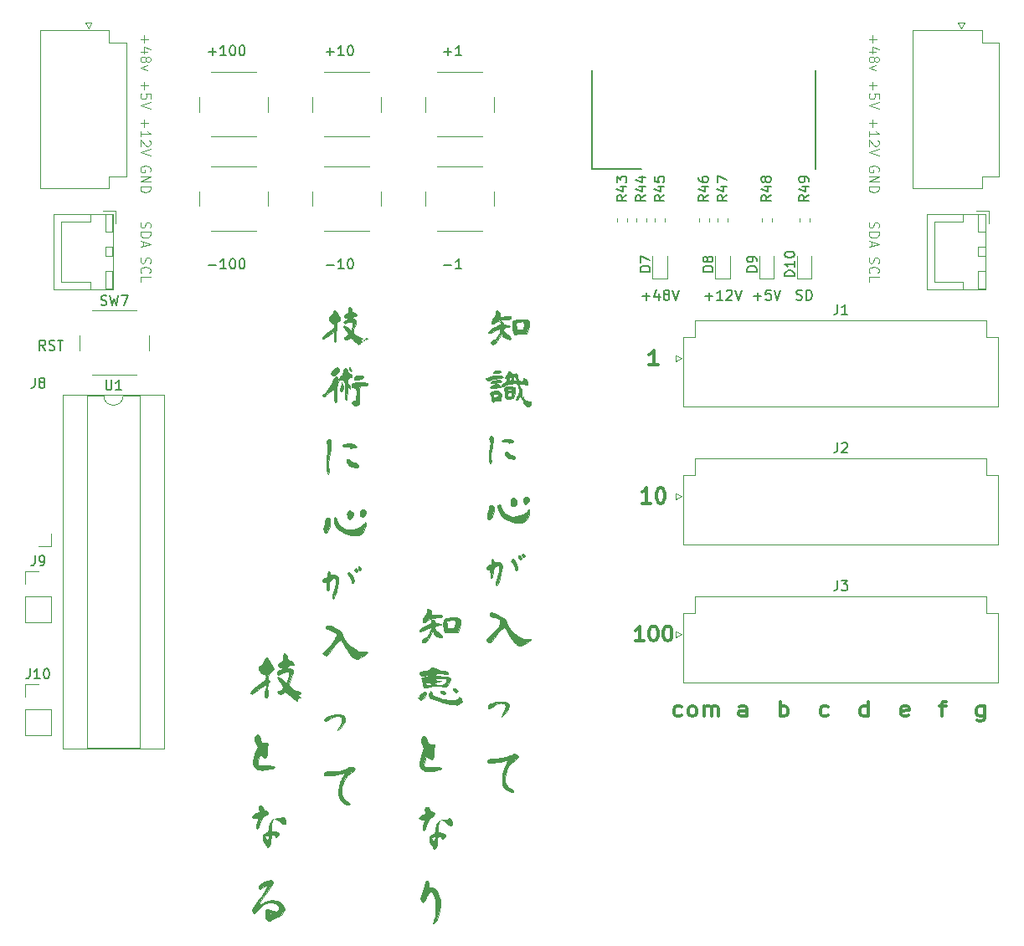
<source format=gto>
%TF.GenerationSoftware,KiCad,Pcbnew,(5.1.6)-1*%
%TF.CreationDate,2020-09-10T20:04:36+09:00*%
%TF.ProjectId,ScoreBoradPCB,53636f72-6542-46f7-9261-645043422e6b,rev?*%
%TF.SameCoordinates,Original*%
%TF.FileFunction,Legend,Top*%
%TF.FilePolarity,Positive*%
%FSLAX46Y46*%
G04 Gerber Fmt 4.6, Leading zero omitted, Abs format (unit mm)*
G04 Created by KiCad (PCBNEW (5.1.6)-1) date 2020-09-10 20:04:36*
%MOMM*%
%LPD*%
G01*
G04 APERTURE LIST*
%ADD10C,0.150000*%
%ADD11C,0.300000*%
%ADD12C,0.100000*%
%ADD13C,0.010000*%
%ADD14C,0.120000*%
%ADD15C,0.200000*%
G04 APERTURE END LIST*
D10*
X102322380Y-85542380D02*
X101989047Y-85066190D01*
X101750952Y-85542380D02*
X101750952Y-84542380D01*
X102131904Y-84542380D01*
X102227142Y-84590000D01*
X102274761Y-84637619D01*
X102322380Y-84732857D01*
X102322380Y-84875714D01*
X102274761Y-84970952D01*
X102227142Y-85018571D01*
X102131904Y-85066190D01*
X101750952Y-85066190D01*
X102703333Y-85494761D02*
X102846190Y-85542380D01*
X103084285Y-85542380D01*
X103179523Y-85494761D01*
X103227142Y-85447142D01*
X103274761Y-85351904D01*
X103274761Y-85256666D01*
X103227142Y-85161428D01*
X103179523Y-85113809D01*
X103084285Y-85066190D01*
X102893809Y-85018571D01*
X102798571Y-84970952D01*
X102750952Y-84923333D01*
X102703333Y-84828095D01*
X102703333Y-84732857D01*
X102750952Y-84637619D01*
X102798571Y-84590000D01*
X102893809Y-84542380D01*
X103131904Y-84542380D01*
X103274761Y-84590000D01*
X103560476Y-84542380D02*
X104131904Y-84542380D01*
X103846190Y-85542380D02*
X103846190Y-84542380D01*
X178284285Y-80414761D02*
X178427142Y-80462380D01*
X178665238Y-80462380D01*
X178760476Y-80414761D01*
X178808095Y-80367142D01*
X178855714Y-80271904D01*
X178855714Y-80176666D01*
X178808095Y-80081428D01*
X178760476Y-80033809D01*
X178665238Y-79986190D01*
X178474761Y-79938571D01*
X178379523Y-79890952D01*
X178331904Y-79843333D01*
X178284285Y-79748095D01*
X178284285Y-79652857D01*
X178331904Y-79557619D01*
X178379523Y-79510000D01*
X178474761Y-79462380D01*
X178712857Y-79462380D01*
X178855714Y-79510000D01*
X179284285Y-80462380D02*
X179284285Y-79462380D01*
X179522380Y-79462380D01*
X179665238Y-79510000D01*
X179760476Y-79605238D01*
X179808095Y-79700476D01*
X179855714Y-79890952D01*
X179855714Y-80033809D01*
X179808095Y-80224285D01*
X179760476Y-80319523D01*
X179665238Y-80414761D01*
X179522380Y-80462380D01*
X179284285Y-80462380D01*
X173974285Y-80081428D02*
X174736190Y-80081428D01*
X174355238Y-80462380D02*
X174355238Y-79700476D01*
X175688571Y-79462380D02*
X175212380Y-79462380D01*
X175164761Y-79938571D01*
X175212380Y-79890952D01*
X175307619Y-79843333D01*
X175545714Y-79843333D01*
X175640952Y-79890952D01*
X175688571Y-79938571D01*
X175736190Y-80033809D01*
X175736190Y-80271904D01*
X175688571Y-80367142D01*
X175640952Y-80414761D01*
X175545714Y-80462380D01*
X175307619Y-80462380D01*
X175212380Y-80414761D01*
X175164761Y-80367142D01*
X176021904Y-79462380D02*
X176355238Y-80462380D01*
X176688571Y-79462380D01*
X169053095Y-80081428D02*
X169815000Y-80081428D01*
X169434047Y-80462380D02*
X169434047Y-79700476D01*
X170815000Y-80462380D02*
X170243571Y-80462380D01*
X170529285Y-80462380D02*
X170529285Y-79462380D01*
X170434047Y-79605238D01*
X170338809Y-79700476D01*
X170243571Y-79748095D01*
X171195952Y-79557619D02*
X171243571Y-79510000D01*
X171338809Y-79462380D01*
X171576904Y-79462380D01*
X171672142Y-79510000D01*
X171719761Y-79557619D01*
X171767380Y-79652857D01*
X171767380Y-79748095D01*
X171719761Y-79890952D01*
X171148333Y-80462380D01*
X171767380Y-80462380D01*
X172053095Y-79462380D02*
X172386428Y-80462380D01*
X172719761Y-79462380D01*
X162703095Y-80081428D02*
X163465000Y-80081428D01*
X163084047Y-80462380D02*
X163084047Y-79700476D01*
X164369761Y-79795714D02*
X164369761Y-80462380D01*
X164131666Y-79414761D02*
X163893571Y-80129047D01*
X164512619Y-80129047D01*
X165036428Y-79890952D02*
X164941190Y-79843333D01*
X164893571Y-79795714D01*
X164845952Y-79700476D01*
X164845952Y-79652857D01*
X164893571Y-79557619D01*
X164941190Y-79510000D01*
X165036428Y-79462380D01*
X165226904Y-79462380D01*
X165322142Y-79510000D01*
X165369761Y-79557619D01*
X165417380Y-79652857D01*
X165417380Y-79700476D01*
X165369761Y-79795714D01*
X165322142Y-79843333D01*
X165226904Y-79890952D01*
X165036428Y-79890952D01*
X164941190Y-79938571D01*
X164893571Y-79986190D01*
X164845952Y-80081428D01*
X164845952Y-80271904D01*
X164893571Y-80367142D01*
X164941190Y-80414761D01*
X165036428Y-80462380D01*
X165226904Y-80462380D01*
X165322142Y-80414761D01*
X165369761Y-80367142D01*
X165417380Y-80271904D01*
X165417380Y-80081428D01*
X165369761Y-79986190D01*
X165322142Y-79938571D01*
X165226904Y-79890952D01*
X165703095Y-79462380D02*
X166036428Y-80462380D01*
X166369761Y-79462380D01*
X118840476Y-76906428D02*
X119602380Y-76906428D01*
X120602380Y-77287380D02*
X120030952Y-77287380D01*
X120316666Y-77287380D02*
X120316666Y-76287380D01*
X120221428Y-76430238D01*
X120126190Y-76525476D01*
X120030952Y-76573095D01*
X121221428Y-76287380D02*
X121316666Y-76287380D01*
X121411904Y-76335000D01*
X121459523Y-76382619D01*
X121507142Y-76477857D01*
X121554761Y-76668333D01*
X121554761Y-76906428D01*
X121507142Y-77096904D01*
X121459523Y-77192142D01*
X121411904Y-77239761D01*
X121316666Y-77287380D01*
X121221428Y-77287380D01*
X121126190Y-77239761D01*
X121078571Y-77192142D01*
X121030952Y-77096904D01*
X120983333Y-76906428D01*
X120983333Y-76668333D01*
X121030952Y-76477857D01*
X121078571Y-76382619D01*
X121126190Y-76335000D01*
X121221428Y-76287380D01*
X122173809Y-76287380D02*
X122269047Y-76287380D01*
X122364285Y-76335000D01*
X122411904Y-76382619D01*
X122459523Y-76477857D01*
X122507142Y-76668333D01*
X122507142Y-76906428D01*
X122459523Y-77096904D01*
X122411904Y-77192142D01*
X122364285Y-77239761D01*
X122269047Y-77287380D01*
X122173809Y-77287380D01*
X122078571Y-77239761D01*
X122030952Y-77192142D01*
X121983333Y-77096904D01*
X121935714Y-76906428D01*
X121935714Y-76668333D01*
X121983333Y-76477857D01*
X122030952Y-76382619D01*
X122078571Y-76335000D01*
X122173809Y-76287380D01*
X130746666Y-76906428D02*
X131508571Y-76906428D01*
X132508571Y-77287380D02*
X131937142Y-77287380D01*
X132222857Y-77287380D02*
X132222857Y-76287380D01*
X132127619Y-76430238D01*
X132032380Y-76525476D01*
X131937142Y-76573095D01*
X133127619Y-76287380D02*
X133222857Y-76287380D01*
X133318095Y-76335000D01*
X133365714Y-76382619D01*
X133413333Y-76477857D01*
X133460952Y-76668333D01*
X133460952Y-76906428D01*
X133413333Y-77096904D01*
X133365714Y-77192142D01*
X133318095Y-77239761D01*
X133222857Y-77287380D01*
X133127619Y-77287380D01*
X133032380Y-77239761D01*
X132984761Y-77192142D01*
X132937142Y-77096904D01*
X132889523Y-76906428D01*
X132889523Y-76668333D01*
X132937142Y-76477857D01*
X132984761Y-76382619D01*
X133032380Y-76335000D01*
X133127619Y-76287380D01*
X142652857Y-76906428D02*
X143414761Y-76906428D01*
X144414761Y-77287380D02*
X143843333Y-77287380D01*
X144129047Y-77287380D02*
X144129047Y-76287380D01*
X144033809Y-76430238D01*
X143938571Y-76525476D01*
X143843333Y-76573095D01*
X142652857Y-55316428D02*
X143414761Y-55316428D01*
X143033809Y-55697380D02*
X143033809Y-54935476D01*
X144414761Y-55697380D02*
X143843333Y-55697380D01*
X144129047Y-55697380D02*
X144129047Y-54697380D01*
X144033809Y-54840238D01*
X143938571Y-54935476D01*
X143843333Y-54983095D01*
X130746666Y-55316428D02*
X131508571Y-55316428D01*
X131127619Y-55697380D02*
X131127619Y-54935476D01*
X132508571Y-55697380D02*
X131937142Y-55697380D01*
X132222857Y-55697380D02*
X132222857Y-54697380D01*
X132127619Y-54840238D01*
X132032380Y-54935476D01*
X131937142Y-54983095D01*
X133127619Y-54697380D02*
X133222857Y-54697380D01*
X133318095Y-54745000D01*
X133365714Y-54792619D01*
X133413333Y-54887857D01*
X133460952Y-55078333D01*
X133460952Y-55316428D01*
X133413333Y-55506904D01*
X133365714Y-55602142D01*
X133318095Y-55649761D01*
X133222857Y-55697380D01*
X133127619Y-55697380D01*
X133032380Y-55649761D01*
X132984761Y-55602142D01*
X132937142Y-55506904D01*
X132889523Y-55316428D01*
X132889523Y-55078333D01*
X132937142Y-54887857D01*
X132984761Y-54792619D01*
X133032380Y-54745000D01*
X133127619Y-54697380D01*
X118840476Y-55316428D02*
X119602380Y-55316428D01*
X119221428Y-55697380D02*
X119221428Y-54935476D01*
X120602380Y-55697380D02*
X120030952Y-55697380D01*
X120316666Y-55697380D02*
X120316666Y-54697380D01*
X120221428Y-54840238D01*
X120126190Y-54935476D01*
X120030952Y-54983095D01*
X121221428Y-54697380D02*
X121316666Y-54697380D01*
X121411904Y-54745000D01*
X121459523Y-54792619D01*
X121507142Y-54887857D01*
X121554761Y-55078333D01*
X121554761Y-55316428D01*
X121507142Y-55506904D01*
X121459523Y-55602142D01*
X121411904Y-55649761D01*
X121316666Y-55697380D01*
X121221428Y-55697380D01*
X121126190Y-55649761D01*
X121078571Y-55602142D01*
X121030952Y-55506904D01*
X120983333Y-55316428D01*
X120983333Y-55078333D01*
X121030952Y-54887857D01*
X121078571Y-54792619D01*
X121126190Y-54745000D01*
X121221428Y-54697380D01*
X122173809Y-54697380D02*
X122269047Y-54697380D01*
X122364285Y-54745000D01*
X122411904Y-54792619D01*
X122459523Y-54887857D01*
X122507142Y-55078333D01*
X122507142Y-55316428D01*
X122459523Y-55506904D01*
X122411904Y-55602142D01*
X122364285Y-55649761D01*
X122269047Y-55697380D01*
X122173809Y-55697380D01*
X122078571Y-55649761D01*
X122030952Y-55602142D01*
X121983333Y-55506904D01*
X121935714Y-55316428D01*
X121935714Y-55078333D01*
X121983333Y-54887857D01*
X122030952Y-54792619D01*
X122078571Y-54745000D01*
X122173809Y-54697380D01*
D11*
X166674285Y-122527142D02*
X166512380Y-122598571D01*
X166188571Y-122598571D01*
X166026666Y-122527142D01*
X165945714Y-122455714D01*
X165864761Y-122312857D01*
X165864761Y-121884285D01*
X165945714Y-121741428D01*
X166026666Y-121670000D01*
X166188571Y-121598571D01*
X166512380Y-121598571D01*
X166674285Y-121670000D01*
X167645714Y-122598571D02*
X167483809Y-122527142D01*
X167402857Y-122455714D01*
X167321904Y-122312857D01*
X167321904Y-121884285D01*
X167402857Y-121741428D01*
X167483809Y-121670000D01*
X167645714Y-121598571D01*
X167888571Y-121598571D01*
X168050476Y-121670000D01*
X168131428Y-121741428D01*
X168212380Y-121884285D01*
X168212380Y-122312857D01*
X168131428Y-122455714D01*
X168050476Y-122527142D01*
X167888571Y-122598571D01*
X167645714Y-122598571D01*
X168940952Y-122598571D02*
X168940952Y-121598571D01*
X168940952Y-121741428D02*
X169021904Y-121670000D01*
X169183809Y-121598571D01*
X169426666Y-121598571D01*
X169588571Y-121670000D01*
X169669523Y-121812857D01*
X169669523Y-122598571D01*
X169669523Y-121812857D02*
X169750476Y-121670000D01*
X169912380Y-121598571D01*
X170155238Y-121598571D01*
X170317142Y-121670000D01*
X170398095Y-121812857D01*
X170398095Y-122598571D01*
X173231428Y-122598571D02*
X173231428Y-121812857D01*
X173150476Y-121670000D01*
X172988571Y-121598571D01*
X172664761Y-121598571D01*
X172502857Y-121670000D01*
X173231428Y-122527142D02*
X173069523Y-122598571D01*
X172664761Y-122598571D01*
X172502857Y-122527142D01*
X172421904Y-122384285D01*
X172421904Y-122241428D01*
X172502857Y-122098571D01*
X172664761Y-122027142D01*
X173069523Y-122027142D01*
X173231428Y-121955714D01*
X176631428Y-122598571D02*
X176631428Y-121098571D01*
X176631428Y-121670000D02*
X176793333Y-121598571D01*
X177117142Y-121598571D01*
X177279047Y-121670000D01*
X177360000Y-121741428D01*
X177440952Y-121884285D01*
X177440952Y-122312857D01*
X177360000Y-122455714D01*
X177279047Y-122527142D01*
X177117142Y-122598571D01*
X176793333Y-122598571D01*
X176631428Y-122527142D01*
X181488571Y-122527142D02*
X181326666Y-122598571D01*
X181002857Y-122598571D01*
X180840952Y-122527142D01*
X180760000Y-122455714D01*
X180679047Y-122312857D01*
X180679047Y-121884285D01*
X180760000Y-121741428D01*
X180840952Y-121670000D01*
X181002857Y-121598571D01*
X181326666Y-121598571D01*
X181488571Y-121670000D01*
X185536190Y-122598571D02*
X185536190Y-121098571D01*
X185536190Y-122527142D02*
X185374285Y-122598571D01*
X185050476Y-122598571D01*
X184888571Y-122527142D01*
X184807619Y-122455714D01*
X184726666Y-122312857D01*
X184726666Y-121884285D01*
X184807619Y-121741428D01*
X184888571Y-121670000D01*
X185050476Y-121598571D01*
X185374285Y-121598571D01*
X185536190Y-121670000D01*
X189583809Y-122527142D02*
X189421904Y-122598571D01*
X189098095Y-122598571D01*
X188936190Y-122527142D01*
X188855238Y-122384285D01*
X188855238Y-121812857D01*
X188936190Y-121670000D01*
X189098095Y-121598571D01*
X189421904Y-121598571D01*
X189583809Y-121670000D01*
X189664761Y-121812857D01*
X189664761Y-121955714D01*
X188855238Y-122098571D01*
X192740952Y-121598571D02*
X193388571Y-121598571D01*
X192983809Y-122598571D02*
X192983809Y-121312857D01*
X193064761Y-121170000D01*
X193226666Y-121098571D01*
X193388571Y-121098571D01*
X197274285Y-121598571D02*
X197274285Y-122812857D01*
X197193333Y-122955714D01*
X197112380Y-123027142D01*
X196950476Y-123098571D01*
X196707619Y-123098571D01*
X196545714Y-123027142D01*
X197274285Y-122527142D02*
X197112380Y-122598571D01*
X196788571Y-122598571D01*
X196626666Y-122527142D01*
X196545714Y-122455714D01*
X196464761Y-122312857D01*
X196464761Y-121884285D01*
X196545714Y-121741428D01*
X196626666Y-121670000D01*
X196788571Y-121598571D01*
X197112380Y-121598571D01*
X197274285Y-121670000D01*
X162830000Y-114978571D02*
X161972857Y-114978571D01*
X162401428Y-114978571D02*
X162401428Y-113478571D01*
X162258571Y-113692857D01*
X162115714Y-113835714D01*
X161972857Y-113907142D01*
X163758571Y-113478571D02*
X163901428Y-113478571D01*
X164044285Y-113550000D01*
X164115714Y-113621428D01*
X164187142Y-113764285D01*
X164258571Y-114050000D01*
X164258571Y-114407142D01*
X164187142Y-114692857D01*
X164115714Y-114835714D01*
X164044285Y-114907142D01*
X163901428Y-114978571D01*
X163758571Y-114978571D01*
X163615714Y-114907142D01*
X163544285Y-114835714D01*
X163472857Y-114692857D01*
X163401428Y-114407142D01*
X163401428Y-114050000D01*
X163472857Y-113764285D01*
X163544285Y-113621428D01*
X163615714Y-113550000D01*
X163758571Y-113478571D01*
X165187142Y-113478571D02*
X165330000Y-113478571D01*
X165472857Y-113550000D01*
X165544285Y-113621428D01*
X165615714Y-113764285D01*
X165687142Y-114050000D01*
X165687142Y-114407142D01*
X165615714Y-114692857D01*
X165544285Y-114835714D01*
X165472857Y-114907142D01*
X165330000Y-114978571D01*
X165187142Y-114978571D01*
X165044285Y-114907142D01*
X164972857Y-114835714D01*
X164901428Y-114692857D01*
X164830000Y-114407142D01*
X164830000Y-114050000D01*
X164901428Y-113764285D01*
X164972857Y-113621428D01*
X165044285Y-113550000D01*
X165187142Y-113478571D01*
X163544285Y-101053809D02*
X162687142Y-101053809D01*
X163115714Y-101053809D02*
X163115714Y-99453809D01*
X162972857Y-99682380D01*
X162830000Y-99834761D01*
X162687142Y-99910952D01*
X164472857Y-99453809D02*
X164615714Y-99453809D01*
X164758571Y-99530000D01*
X164830000Y-99606190D01*
X164901428Y-99758571D01*
X164972857Y-100063333D01*
X164972857Y-100444285D01*
X164901428Y-100749047D01*
X164830000Y-100901428D01*
X164758571Y-100977619D01*
X164615714Y-101053809D01*
X164472857Y-101053809D01*
X164330000Y-100977619D01*
X164258571Y-100901428D01*
X164187142Y-100749047D01*
X164115714Y-100444285D01*
X164115714Y-100063333D01*
X164187142Y-99758571D01*
X164258571Y-99606190D01*
X164330000Y-99530000D01*
X164472857Y-99453809D01*
X164258571Y-87038571D02*
X163401428Y-87038571D01*
X163830000Y-87038571D02*
X163830000Y-85538571D01*
X163687142Y-85752857D01*
X163544285Y-85895714D01*
X163401428Y-85967142D01*
D12*
X185650238Y-72588809D02*
X185602619Y-72731666D01*
X185602619Y-72969761D01*
X185650238Y-73065000D01*
X185697857Y-73112619D01*
X185793095Y-73160238D01*
X185888333Y-73160238D01*
X185983571Y-73112619D01*
X186031190Y-73065000D01*
X186078809Y-72969761D01*
X186126428Y-72779285D01*
X186174047Y-72684047D01*
X186221666Y-72636428D01*
X186316904Y-72588809D01*
X186412142Y-72588809D01*
X186507380Y-72636428D01*
X186555000Y-72684047D01*
X186602619Y-72779285D01*
X186602619Y-73017380D01*
X186555000Y-73160238D01*
X185602619Y-73588809D02*
X186602619Y-73588809D01*
X186602619Y-73826904D01*
X186555000Y-73969761D01*
X186459761Y-74065000D01*
X186364523Y-74112619D01*
X186174047Y-74160238D01*
X186031190Y-74160238D01*
X185840714Y-74112619D01*
X185745476Y-74065000D01*
X185650238Y-73969761D01*
X185602619Y-73826904D01*
X185602619Y-73588809D01*
X185888333Y-74541190D02*
X185888333Y-75017380D01*
X185602619Y-74445952D02*
X186602619Y-74779285D01*
X185602619Y-75112619D01*
X185650238Y-76160238D02*
X185602619Y-76303095D01*
X185602619Y-76541190D01*
X185650238Y-76636428D01*
X185697857Y-76684047D01*
X185793095Y-76731666D01*
X185888333Y-76731666D01*
X185983571Y-76684047D01*
X186031190Y-76636428D01*
X186078809Y-76541190D01*
X186126428Y-76350714D01*
X186174047Y-76255476D01*
X186221666Y-76207857D01*
X186316904Y-76160238D01*
X186412142Y-76160238D01*
X186507380Y-76207857D01*
X186555000Y-76255476D01*
X186602619Y-76350714D01*
X186602619Y-76588809D01*
X186555000Y-76731666D01*
X185697857Y-77731666D02*
X185650238Y-77684047D01*
X185602619Y-77541190D01*
X185602619Y-77445952D01*
X185650238Y-77303095D01*
X185745476Y-77207857D01*
X185840714Y-77160238D01*
X186031190Y-77112619D01*
X186174047Y-77112619D01*
X186364523Y-77160238D01*
X186459761Y-77207857D01*
X186555000Y-77303095D01*
X186602619Y-77445952D01*
X186602619Y-77541190D01*
X186555000Y-77684047D01*
X186507380Y-77731666D01*
X185602619Y-78636428D02*
X185602619Y-78160238D01*
X186602619Y-78160238D01*
X111990238Y-72588809D02*
X111942619Y-72731666D01*
X111942619Y-72969761D01*
X111990238Y-73065000D01*
X112037857Y-73112619D01*
X112133095Y-73160238D01*
X112228333Y-73160238D01*
X112323571Y-73112619D01*
X112371190Y-73065000D01*
X112418809Y-72969761D01*
X112466428Y-72779285D01*
X112514047Y-72684047D01*
X112561666Y-72636428D01*
X112656904Y-72588809D01*
X112752142Y-72588809D01*
X112847380Y-72636428D01*
X112895000Y-72684047D01*
X112942619Y-72779285D01*
X112942619Y-73017380D01*
X112895000Y-73160238D01*
X111942619Y-73588809D02*
X112942619Y-73588809D01*
X112942619Y-73826904D01*
X112895000Y-73969761D01*
X112799761Y-74065000D01*
X112704523Y-74112619D01*
X112514047Y-74160238D01*
X112371190Y-74160238D01*
X112180714Y-74112619D01*
X112085476Y-74065000D01*
X111990238Y-73969761D01*
X111942619Y-73826904D01*
X111942619Y-73588809D01*
X112228333Y-74541190D02*
X112228333Y-75017380D01*
X111942619Y-74445952D02*
X112942619Y-74779285D01*
X111942619Y-75112619D01*
X111990238Y-76160238D02*
X111942619Y-76303095D01*
X111942619Y-76541190D01*
X111990238Y-76636428D01*
X112037857Y-76684047D01*
X112133095Y-76731666D01*
X112228333Y-76731666D01*
X112323571Y-76684047D01*
X112371190Y-76636428D01*
X112418809Y-76541190D01*
X112466428Y-76350714D01*
X112514047Y-76255476D01*
X112561666Y-76207857D01*
X112656904Y-76160238D01*
X112752142Y-76160238D01*
X112847380Y-76207857D01*
X112895000Y-76255476D01*
X112942619Y-76350714D01*
X112942619Y-76588809D01*
X112895000Y-76731666D01*
X112037857Y-77731666D02*
X111990238Y-77684047D01*
X111942619Y-77541190D01*
X111942619Y-77445952D01*
X111990238Y-77303095D01*
X112085476Y-77207857D01*
X112180714Y-77160238D01*
X112371190Y-77112619D01*
X112514047Y-77112619D01*
X112704523Y-77160238D01*
X112799761Y-77207857D01*
X112895000Y-77303095D01*
X112942619Y-77445952D01*
X112942619Y-77541190D01*
X112895000Y-77684047D01*
X112847380Y-77731666D01*
X111942619Y-78636428D02*
X111942619Y-78160238D01*
X112942619Y-78160238D01*
X185983571Y-53690238D02*
X185983571Y-54452142D01*
X185602619Y-54071190D02*
X186364523Y-54071190D01*
X186269285Y-55356904D02*
X185602619Y-55356904D01*
X186650238Y-55118809D02*
X185935952Y-54880714D01*
X185935952Y-55499761D01*
X186174047Y-56023571D02*
X186221666Y-55928333D01*
X186269285Y-55880714D01*
X186364523Y-55833095D01*
X186412142Y-55833095D01*
X186507380Y-55880714D01*
X186555000Y-55928333D01*
X186602619Y-56023571D01*
X186602619Y-56214047D01*
X186555000Y-56309285D01*
X186507380Y-56356904D01*
X186412142Y-56404523D01*
X186364523Y-56404523D01*
X186269285Y-56356904D01*
X186221666Y-56309285D01*
X186174047Y-56214047D01*
X186174047Y-56023571D01*
X186126428Y-55928333D01*
X186078809Y-55880714D01*
X185983571Y-55833095D01*
X185793095Y-55833095D01*
X185697857Y-55880714D01*
X185650238Y-55928333D01*
X185602619Y-56023571D01*
X185602619Y-56214047D01*
X185650238Y-56309285D01*
X185697857Y-56356904D01*
X185793095Y-56404523D01*
X185983571Y-56404523D01*
X186078809Y-56356904D01*
X186126428Y-56309285D01*
X186174047Y-56214047D01*
X186269285Y-56737857D02*
X185602619Y-56975952D01*
X186269285Y-57214047D01*
X185983571Y-58356904D02*
X185983571Y-59118809D01*
X185602619Y-58737857D02*
X186364523Y-58737857D01*
X186602619Y-60071190D02*
X186602619Y-59595000D01*
X186126428Y-59547380D01*
X186174047Y-59595000D01*
X186221666Y-59690238D01*
X186221666Y-59928333D01*
X186174047Y-60023571D01*
X186126428Y-60071190D01*
X186031190Y-60118809D01*
X185793095Y-60118809D01*
X185697857Y-60071190D01*
X185650238Y-60023571D01*
X185602619Y-59928333D01*
X185602619Y-59690238D01*
X185650238Y-59595000D01*
X185697857Y-59547380D01*
X186602619Y-60404523D02*
X185602619Y-60737857D01*
X186602619Y-61071190D01*
X185983571Y-62166428D02*
X185983571Y-62928333D01*
X185602619Y-62547380D02*
X186364523Y-62547380D01*
X185602619Y-63928333D02*
X185602619Y-63356904D01*
X185602619Y-63642619D02*
X186602619Y-63642619D01*
X186459761Y-63547380D01*
X186364523Y-63452142D01*
X186316904Y-63356904D01*
X186507380Y-64309285D02*
X186555000Y-64356904D01*
X186602619Y-64452142D01*
X186602619Y-64690238D01*
X186555000Y-64785476D01*
X186507380Y-64833095D01*
X186412142Y-64880714D01*
X186316904Y-64880714D01*
X186174047Y-64833095D01*
X185602619Y-64261666D01*
X185602619Y-64880714D01*
X186602619Y-65166428D02*
X185602619Y-65499761D01*
X186602619Y-65833095D01*
X186555000Y-67452142D02*
X186602619Y-67356904D01*
X186602619Y-67214047D01*
X186555000Y-67071190D01*
X186459761Y-66975952D01*
X186364523Y-66928333D01*
X186174047Y-66880714D01*
X186031190Y-66880714D01*
X185840714Y-66928333D01*
X185745476Y-66975952D01*
X185650238Y-67071190D01*
X185602619Y-67214047D01*
X185602619Y-67309285D01*
X185650238Y-67452142D01*
X185697857Y-67499761D01*
X186031190Y-67499761D01*
X186031190Y-67309285D01*
X185602619Y-67928333D02*
X186602619Y-67928333D01*
X185602619Y-68499761D01*
X186602619Y-68499761D01*
X185602619Y-68975952D02*
X186602619Y-68975952D01*
X186602619Y-69214047D01*
X186555000Y-69356904D01*
X186459761Y-69452142D01*
X186364523Y-69499761D01*
X186174047Y-69547380D01*
X186031190Y-69547380D01*
X185840714Y-69499761D01*
X185745476Y-69452142D01*
X185650238Y-69356904D01*
X185602619Y-69214047D01*
X185602619Y-68975952D01*
X112323571Y-53690238D02*
X112323571Y-54452142D01*
X111942619Y-54071190D02*
X112704523Y-54071190D01*
X112609285Y-55356904D02*
X111942619Y-55356904D01*
X112990238Y-55118809D02*
X112275952Y-54880714D01*
X112275952Y-55499761D01*
X112514047Y-56023571D02*
X112561666Y-55928333D01*
X112609285Y-55880714D01*
X112704523Y-55833095D01*
X112752142Y-55833095D01*
X112847380Y-55880714D01*
X112895000Y-55928333D01*
X112942619Y-56023571D01*
X112942619Y-56214047D01*
X112895000Y-56309285D01*
X112847380Y-56356904D01*
X112752142Y-56404523D01*
X112704523Y-56404523D01*
X112609285Y-56356904D01*
X112561666Y-56309285D01*
X112514047Y-56214047D01*
X112514047Y-56023571D01*
X112466428Y-55928333D01*
X112418809Y-55880714D01*
X112323571Y-55833095D01*
X112133095Y-55833095D01*
X112037857Y-55880714D01*
X111990238Y-55928333D01*
X111942619Y-56023571D01*
X111942619Y-56214047D01*
X111990238Y-56309285D01*
X112037857Y-56356904D01*
X112133095Y-56404523D01*
X112323571Y-56404523D01*
X112418809Y-56356904D01*
X112466428Y-56309285D01*
X112514047Y-56214047D01*
X112609285Y-56737857D02*
X111942619Y-56975952D01*
X112609285Y-57214047D01*
X112323571Y-58356904D02*
X112323571Y-59118809D01*
X111942619Y-58737857D02*
X112704523Y-58737857D01*
X112942619Y-60071190D02*
X112942619Y-59595000D01*
X112466428Y-59547380D01*
X112514047Y-59595000D01*
X112561666Y-59690238D01*
X112561666Y-59928333D01*
X112514047Y-60023571D01*
X112466428Y-60071190D01*
X112371190Y-60118809D01*
X112133095Y-60118809D01*
X112037857Y-60071190D01*
X111990238Y-60023571D01*
X111942619Y-59928333D01*
X111942619Y-59690238D01*
X111990238Y-59595000D01*
X112037857Y-59547380D01*
X112942619Y-60404523D02*
X111942619Y-60737857D01*
X112942619Y-61071190D01*
X112323571Y-62166428D02*
X112323571Y-62928333D01*
X111942619Y-62547380D02*
X112704523Y-62547380D01*
X111942619Y-63928333D02*
X111942619Y-63356904D01*
X111942619Y-63642619D02*
X112942619Y-63642619D01*
X112799761Y-63547380D01*
X112704523Y-63452142D01*
X112656904Y-63356904D01*
X112847380Y-64309285D02*
X112895000Y-64356904D01*
X112942619Y-64452142D01*
X112942619Y-64690238D01*
X112895000Y-64785476D01*
X112847380Y-64833095D01*
X112752142Y-64880714D01*
X112656904Y-64880714D01*
X112514047Y-64833095D01*
X111942619Y-64261666D01*
X111942619Y-64880714D01*
X112942619Y-65166428D02*
X111942619Y-65499761D01*
X112942619Y-65833095D01*
X112895000Y-67452142D02*
X112942619Y-67356904D01*
X112942619Y-67214047D01*
X112895000Y-67071190D01*
X112799761Y-66975952D01*
X112704523Y-66928333D01*
X112514047Y-66880714D01*
X112371190Y-66880714D01*
X112180714Y-66928333D01*
X112085476Y-66975952D01*
X111990238Y-67071190D01*
X111942619Y-67214047D01*
X111942619Y-67309285D01*
X111990238Y-67452142D01*
X112037857Y-67499761D01*
X112371190Y-67499761D01*
X112371190Y-67309285D01*
X111942619Y-67928333D02*
X112942619Y-67928333D01*
X111942619Y-68499761D01*
X112942619Y-68499761D01*
X111942619Y-68975952D02*
X112942619Y-68975952D01*
X112942619Y-69214047D01*
X112895000Y-69356904D01*
X112799761Y-69452142D01*
X112704523Y-69499761D01*
X112514047Y-69547380D01*
X112371190Y-69547380D01*
X112180714Y-69499761D01*
X112085476Y-69452142D01*
X111990238Y-69356904D01*
X111942619Y-69214047D01*
X111942619Y-68975952D01*
D13*
%TO.C,G\u002A\u002A\u002A*%
G36*
X148150551Y-81597248D02*
G01*
X148272273Y-81750132D01*
X148330527Y-81937368D01*
X148323214Y-82032549D01*
X148309907Y-82109726D01*
X148339023Y-82152170D01*
X148438414Y-82165722D01*
X148635937Y-82156223D01*
X148835592Y-82139994D01*
X149114732Y-82118660D01*
X149279476Y-82117174D01*
X149359903Y-82141471D01*
X149386093Y-82197488D01*
X149388286Y-82249066D01*
X149372773Y-82340371D01*
X149302492Y-82387031D01*
X149141829Y-82403646D01*
X149007286Y-82405262D01*
X148512132Y-82448328D01*
X148126905Y-82578004D01*
X147906684Y-82732120D01*
X147694408Y-82884640D01*
X147533244Y-82901409D01*
X147477238Y-82864477D01*
X147427866Y-82719737D01*
X147487075Y-82517195D01*
X147646501Y-82285015D01*
X147650803Y-82280094D01*
X147783042Y-82094334D01*
X147855416Y-81923382D01*
X147860484Y-81871370D01*
X147855965Y-81662706D01*
X147895076Y-81561758D01*
X147992170Y-81534084D01*
X148001082Y-81534000D01*
X148150551Y-81597248D01*
G37*
X148150551Y-81597248D02*
X148272273Y-81750132D01*
X148330527Y-81937368D01*
X148323214Y-82032549D01*
X148309907Y-82109726D01*
X148339023Y-82152170D01*
X148438414Y-82165722D01*
X148635937Y-82156223D01*
X148835592Y-82139994D01*
X149114732Y-82118660D01*
X149279476Y-82117174D01*
X149359903Y-82141471D01*
X149386093Y-82197488D01*
X149388286Y-82249066D01*
X149372773Y-82340371D01*
X149302492Y-82387031D01*
X149141829Y-82403646D01*
X149007286Y-82405262D01*
X148512132Y-82448328D01*
X148126905Y-82578004D01*
X147906684Y-82732120D01*
X147694408Y-82884640D01*
X147533244Y-82901409D01*
X147477238Y-82864477D01*
X147427866Y-82719737D01*
X147487075Y-82517195D01*
X147646501Y-82285015D01*
X147650803Y-82280094D01*
X147783042Y-82094334D01*
X147855416Y-81923382D01*
X147860484Y-81871370D01*
X147855965Y-81662706D01*
X147895076Y-81561758D01*
X147992170Y-81534084D01*
X148001082Y-81534000D01*
X148150551Y-81597248D01*
G36*
X150876172Y-82428434D02*
G01*
X151060953Y-82463303D01*
X151066376Y-82465344D01*
X151223144Y-82570468D01*
X151294888Y-82742260D01*
X151283883Y-82998845D01*
X151192407Y-83358346D01*
X151182473Y-83389627D01*
X151021036Y-83892572D01*
X150357387Y-83912103D01*
X149693739Y-83931635D01*
X149613584Y-83701702D01*
X149556565Y-83454509D01*
X149533104Y-83169293D01*
X149541903Y-82891800D01*
X149557569Y-82803537D01*
X149875893Y-82803537D01*
X149877445Y-82891603D01*
X149909099Y-82990990D01*
X149952042Y-83191663D01*
X149947245Y-83350523D01*
X149940458Y-83435767D01*
X149999841Y-83478292D01*
X150157621Y-83492469D01*
X150267734Y-83493429D01*
X150487086Y-83484941D01*
X150608019Y-83445293D01*
X150676920Y-83353208D01*
X150701183Y-83294613D01*
X150741499Y-83078796D01*
X150731325Y-82853540D01*
X150695057Y-82702732D01*
X150631909Y-82640753D01*
X150495653Y-82641809D01*
X150381796Y-82658514D01*
X150103005Y-82704622D01*
X149942725Y-82747086D01*
X149875893Y-82803537D01*
X149557569Y-82803537D01*
X149581666Y-82667775D01*
X149646321Y-82546651D01*
X149782910Y-82492598D01*
X150019242Y-82451171D01*
X150310264Y-82424948D01*
X150610925Y-82416509D01*
X150876172Y-82428434D01*
G37*
X150876172Y-82428434D02*
X151060953Y-82463303D01*
X151066376Y-82465344D01*
X151223144Y-82570468D01*
X151294888Y-82742260D01*
X151283883Y-82998845D01*
X151192407Y-83358346D01*
X151182473Y-83389627D01*
X151021036Y-83892572D01*
X150357387Y-83912103D01*
X149693739Y-83931635D01*
X149613584Y-83701702D01*
X149556565Y-83454509D01*
X149533104Y-83169293D01*
X149541903Y-82891800D01*
X149557569Y-82803537D01*
X149875893Y-82803537D01*
X149877445Y-82891603D01*
X149909099Y-82990990D01*
X149952042Y-83191663D01*
X149947245Y-83350523D01*
X149940458Y-83435767D01*
X149999841Y-83478292D01*
X150157621Y-83492469D01*
X150267734Y-83493429D01*
X150487086Y-83484941D01*
X150608019Y-83445293D01*
X150676920Y-83353208D01*
X150701183Y-83294613D01*
X150741499Y-83078796D01*
X150731325Y-82853540D01*
X150695057Y-82702732D01*
X150631909Y-82640753D01*
X150495653Y-82641809D01*
X150381796Y-82658514D01*
X150103005Y-82704622D01*
X149942725Y-82747086D01*
X149875893Y-82803537D01*
X149557569Y-82803537D01*
X149581666Y-82667775D01*
X149646321Y-82546651D01*
X149782910Y-82492598D01*
X150019242Y-82451171D01*
X150310264Y-82424948D01*
X150610925Y-82416509D01*
X150876172Y-82428434D01*
G36*
X134872046Y-84347068D02*
G01*
X134874000Y-84364286D01*
X134814930Y-84427976D01*
X134760860Y-84436857D01*
X134685745Y-84401675D01*
X134692572Y-84364286D01*
X134785351Y-84294483D01*
X134805712Y-84291715D01*
X134872046Y-84347068D01*
G37*
X134872046Y-84347068D02*
X134874000Y-84364286D01*
X134814930Y-84427976D01*
X134760860Y-84436857D01*
X134685745Y-84401675D01*
X134692572Y-84364286D01*
X134785351Y-84294483D01*
X134805712Y-84291715D01*
X134872046Y-84347068D01*
G36*
X134583715Y-84545715D02*
G01*
X134547429Y-84582000D01*
X134511143Y-84545715D01*
X134547429Y-84509429D01*
X134583715Y-84545715D01*
G37*
X134583715Y-84545715D02*
X134547429Y-84582000D01*
X134511143Y-84545715D01*
X134547429Y-84509429D01*
X134583715Y-84545715D01*
G36*
X131724660Y-81577080D02*
G01*
X131789648Y-81704075D01*
X131878740Y-81883206D01*
X131961766Y-81997830D01*
X131974520Y-82007802D01*
X132057864Y-82107754D01*
X132121448Y-82237007D01*
X132149512Y-82368857D01*
X132100818Y-82485421D01*
X131962213Y-82630913D01*
X131820287Y-82780426D01*
X131764363Y-82915090D01*
X131770392Y-83104805D01*
X131778278Y-83165513D01*
X131790908Y-83394454D01*
X131757281Y-83523701D01*
X131744541Y-83535208D01*
X131704854Y-83634370D01*
X131687415Y-83855078D01*
X131691934Y-84130155D01*
X131692929Y-84469680D01*
X131658139Y-84668620D01*
X131587572Y-84726945D01*
X131513601Y-84680839D01*
X131495328Y-84588903D01*
X131494122Y-84394151D01*
X131510161Y-84137927D01*
X131511236Y-84126209D01*
X131558199Y-83620906D01*
X131001620Y-84032515D01*
X130694151Y-84247139D01*
X130481478Y-84363844D01*
X130354420Y-84385984D01*
X130303797Y-84316909D01*
X130302000Y-84287983D01*
X130355858Y-84218187D01*
X130501637Y-84081802D01*
X130715645Y-83899989D01*
X130918858Y-83736991D01*
X131200658Y-83510338D01*
X131383365Y-83345149D01*
X131486637Y-83219435D01*
X131530131Y-83111209D01*
X131535715Y-83047012D01*
X131509340Y-82891675D01*
X131415151Y-82840939D01*
X131395513Y-82840286D01*
X131250684Y-82778813D01*
X131108472Y-82629947D01*
X131007046Y-82447016D01*
X130984572Y-82283350D01*
X130987918Y-82270778D01*
X131083207Y-82139874D01*
X131207728Y-82055850D01*
X131367211Y-81913334D01*
X131445525Y-81741344D01*
X131525485Y-81543285D01*
X131620950Y-81488268D01*
X131724660Y-81577080D01*
G37*
X131724660Y-81577080D02*
X131789648Y-81704075D01*
X131878740Y-81883206D01*
X131961766Y-81997830D01*
X131974520Y-82007802D01*
X132057864Y-82107754D01*
X132121448Y-82237007D01*
X132149512Y-82368857D01*
X132100818Y-82485421D01*
X131962213Y-82630913D01*
X131820287Y-82780426D01*
X131764363Y-82915090D01*
X131770392Y-83104805D01*
X131778278Y-83165513D01*
X131790908Y-83394454D01*
X131757281Y-83523701D01*
X131744541Y-83535208D01*
X131704854Y-83634370D01*
X131687415Y-83855078D01*
X131691934Y-84130155D01*
X131692929Y-84469680D01*
X131658139Y-84668620D01*
X131587572Y-84726945D01*
X131513601Y-84680839D01*
X131495328Y-84588903D01*
X131494122Y-84394151D01*
X131510161Y-84137927D01*
X131511236Y-84126209D01*
X131558199Y-83620906D01*
X131001620Y-84032515D01*
X130694151Y-84247139D01*
X130481478Y-84363844D01*
X130354420Y-84385984D01*
X130303797Y-84316909D01*
X130302000Y-84287983D01*
X130355858Y-84218187D01*
X130501637Y-84081802D01*
X130715645Y-83899989D01*
X130918858Y-83736991D01*
X131200658Y-83510338D01*
X131383365Y-83345149D01*
X131486637Y-83219435D01*
X131530131Y-83111209D01*
X131535715Y-83047012D01*
X131509340Y-82891675D01*
X131415151Y-82840939D01*
X131395513Y-82840286D01*
X131250684Y-82778813D01*
X131108472Y-82629947D01*
X131007046Y-82447016D01*
X130984572Y-82283350D01*
X130987918Y-82270778D01*
X131083207Y-82139874D01*
X131207728Y-82055850D01*
X131367211Y-81913334D01*
X131445525Y-81741344D01*
X131525485Y-81543285D01*
X131620950Y-81488268D01*
X131724660Y-81577080D01*
G36*
X148549734Y-82670044D02*
G01*
X148653700Y-82789848D01*
X148662572Y-82844074D01*
X148690932Y-82929115D01*
X148798389Y-82976143D01*
X149007286Y-82999596D01*
X149233566Y-83032348D01*
X149337719Y-83083745D01*
X149313877Y-83138436D01*
X149156167Y-83181070D01*
X149079857Y-83189381D01*
X148904801Y-83219953D01*
X148812132Y-83267496D01*
X148807715Y-83280095D01*
X148748869Y-83340614D01*
X148698857Y-83348286D01*
X148602228Y-83383758D01*
X148590000Y-83413863D01*
X148637836Y-83514098D01*
X148755362Y-83664915D01*
X148903601Y-83824370D01*
X149043581Y-83950522D01*
X149135990Y-84001429D01*
X149214173Y-84058961D01*
X149306495Y-84190926D01*
X149374761Y-84336381D01*
X149388286Y-84403986D01*
X149328534Y-84438443D01*
X149178746Y-84424978D01*
X148983124Y-84370867D01*
X148847305Y-84314961D01*
X148656978Y-84190366D01*
X148562812Y-84019057D01*
X148543278Y-83935032D01*
X148509040Y-83771006D01*
X148481021Y-83737118D01*
X148439935Y-83820624D01*
X148425741Y-83857357D01*
X148223450Y-84286995D01*
X147990078Y-84615457D01*
X147960971Y-84646325D01*
X147844991Y-84782126D01*
X147792043Y-84877934D01*
X147791715Y-84882182D01*
X147732270Y-84928134D01*
X147600625Y-84943671D01*
X147466810Y-84927301D01*
X147405376Y-84890429D01*
X147400776Y-84766455D01*
X147467844Y-84620214D01*
X147569181Y-84520701D01*
X147611883Y-84509429D01*
X147787157Y-84445005D01*
X147971200Y-84274635D01*
X148135594Y-84032672D01*
X148251923Y-83753468D01*
X148259304Y-83726780D01*
X148286018Y-83602286D01*
X148517429Y-83602286D01*
X148553715Y-83638572D01*
X148590000Y-83602286D01*
X148553715Y-83566000D01*
X148517429Y-83602286D01*
X148286018Y-83602286D01*
X148303990Y-83518533D01*
X148313844Y-83381059D01*
X148297444Y-83348286D01*
X148208388Y-83379250D01*
X148024734Y-83461751D01*
X147780575Y-83580205D01*
X147687155Y-83627263D01*
X147413260Y-83761021D01*
X147244364Y-83827489D01*
X147160213Y-83832713D01*
X147140185Y-83790549D01*
X147212602Y-83595265D01*
X147425683Y-83402579D01*
X147781429Y-83210816D01*
X147887069Y-83165239D01*
X148141391Y-83054566D01*
X148285196Y-82972844D01*
X148344153Y-82898837D01*
X148343934Y-82811305D01*
X148339258Y-82791141D01*
X148330961Y-82663376D01*
X148364968Y-82622572D01*
X148549734Y-82670044D01*
G37*
X148549734Y-82670044D02*
X148653700Y-82789848D01*
X148662572Y-82844074D01*
X148690932Y-82929115D01*
X148798389Y-82976143D01*
X149007286Y-82999596D01*
X149233566Y-83032348D01*
X149337719Y-83083745D01*
X149313877Y-83138436D01*
X149156167Y-83181070D01*
X149079857Y-83189381D01*
X148904801Y-83219953D01*
X148812132Y-83267496D01*
X148807715Y-83280095D01*
X148748869Y-83340614D01*
X148698857Y-83348286D01*
X148602228Y-83383758D01*
X148590000Y-83413863D01*
X148637836Y-83514098D01*
X148755362Y-83664915D01*
X148903601Y-83824370D01*
X149043581Y-83950522D01*
X149135990Y-84001429D01*
X149214173Y-84058961D01*
X149306495Y-84190926D01*
X149374761Y-84336381D01*
X149388286Y-84403986D01*
X149328534Y-84438443D01*
X149178746Y-84424978D01*
X148983124Y-84370867D01*
X148847305Y-84314961D01*
X148656978Y-84190366D01*
X148562812Y-84019057D01*
X148543278Y-83935032D01*
X148509040Y-83771006D01*
X148481021Y-83737118D01*
X148439935Y-83820624D01*
X148425741Y-83857357D01*
X148223450Y-84286995D01*
X147990078Y-84615457D01*
X147960971Y-84646325D01*
X147844991Y-84782126D01*
X147792043Y-84877934D01*
X147791715Y-84882182D01*
X147732270Y-84928134D01*
X147600625Y-84943671D01*
X147466810Y-84927301D01*
X147405376Y-84890429D01*
X147400776Y-84766455D01*
X147467844Y-84620214D01*
X147569181Y-84520701D01*
X147611883Y-84509429D01*
X147787157Y-84445005D01*
X147971200Y-84274635D01*
X148135594Y-84032672D01*
X148251923Y-83753468D01*
X148259304Y-83726780D01*
X148286018Y-83602286D01*
X148517429Y-83602286D01*
X148553715Y-83638572D01*
X148590000Y-83602286D01*
X148553715Y-83566000D01*
X148517429Y-83602286D01*
X148286018Y-83602286D01*
X148303990Y-83518533D01*
X148313844Y-83381059D01*
X148297444Y-83348286D01*
X148208388Y-83379250D01*
X148024734Y-83461751D01*
X147780575Y-83580205D01*
X147687155Y-83627263D01*
X147413260Y-83761021D01*
X147244364Y-83827489D01*
X147160213Y-83832713D01*
X147140185Y-83790549D01*
X147212602Y-83595265D01*
X147425683Y-83402579D01*
X147781429Y-83210816D01*
X147887069Y-83165239D01*
X148141391Y-83054566D01*
X148285196Y-82972844D01*
X148344153Y-82898837D01*
X148343934Y-82811305D01*
X148339258Y-82791141D01*
X148330961Y-82663376D01*
X148364968Y-82622572D01*
X148549734Y-82670044D01*
G36*
X133217252Y-81234761D02*
G01*
X133304812Y-81389978D01*
X133326315Y-81570807D01*
X133363132Y-81685969D01*
X133516694Y-81747801D01*
X133524216Y-81749220D01*
X133702279Y-81827390D01*
X133786198Y-81933143D01*
X133799870Y-82033382D01*
X133725417Y-82086774D01*
X133581369Y-82114572D01*
X133383426Y-82166963D01*
X133304164Y-82239011D01*
X133351557Y-82311175D01*
X133483145Y-82355286D01*
X133649922Y-82422119D01*
X133739262Y-82514133D01*
X133737771Y-82633634D01*
X133694450Y-82848894D01*
X133618013Y-83119614D01*
X133589396Y-83207196D01*
X133494954Y-83494784D01*
X133453818Y-83692574D01*
X133481739Y-83832659D01*
X133594472Y-83947131D01*
X133807767Y-84068082D01*
X134075715Y-84197944D01*
X134286070Y-84304627D01*
X134376384Y-84369416D01*
X134360862Y-84405590D01*
X134311451Y-84418259D01*
X134198557Y-84450455D01*
X134216058Y-84512337D01*
X134265313Y-84564252D01*
X134339695Y-84657987D01*
X134292523Y-84712590D01*
X134224486Y-84740004D01*
X134119689Y-84810976D01*
X134111621Y-84871672D01*
X134091921Y-84931238D01*
X134022536Y-84944858D01*
X133903438Y-84895576D01*
X133729026Y-84767444D01*
X133567715Y-84618286D01*
X133354767Y-84415149D01*
X133205777Y-84316061D01*
X133094655Y-84311240D01*
X132995314Y-84390902D01*
X132987143Y-84400572D01*
X132847627Y-84485910D01*
X132716493Y-84509429D01*
X132587033Y-84484585D01*
X132577872Y-84400797D01*
X132577958Y-84400572D01*
X132570881Y-84305728D01*
X132531294Y-84288229D01*
X132531204Y-84259351D01*
X132637094Y-84191161D01*
X132695909Y-84160995D01*
X132891708Y-84034043D01*
X132959722Y-83893441D01*
X132901307Y-83717923D01*
X132737496Y-83507803D01*
X132555976Y-83272672D01*
X132490258Y-83115087D01*
X132526803Y-83046735D01*
X132652073Y-83079307D01*
X132852527Y-83224492D01*
X132954486Y-83320467D01*
X133131831Y-83475950D01*
X133250170Y-83515092D01*
X133321921Y-83429892D01*
X133359501Y-83212351D01*
X133369280Y-83053235D01*
X133386286Y-82658858D01*
X133096000Y-82683362D01*
X132893975Y-82714519D01*
X132754759Y-82761279D01*
X132736772Y-82774076D01*
X132609721Y-82837603D01*
X132506545Y-82804649D01*
X132479143Y-82728054D01*
X132537087Y-82618972D01*
X132678395Y-82502826D01*
X132696399Y-82492196D01*
X132855642Y-82385428D01*
X132909959Y-82314045D01*
X132851728Y-82294371D01*
X132782502Y-82307840D01*
X132631472Y-82286212D01*
X132555902Y-82228474D01*
X132513969Y-82086979D01*
X132601570Y-81945228D01*
X132804750Y-81824811D01*
X132820875Y-81818522D01*
X132932448Y-81746782D01*
X132979894Y-81614123D01*
X132987143Y-81463225D01*
X133005687Y-81258820D01*
X133066137Y-81175497D01*
X133093447Y-81171143D01*
X133217252Y-81234761D01*
G37*
X133217252Y-81234761D02*
X133304812Y-81389978D01*
X133326315Y-81570807D01*
X133363132Y-81685969D01*
X133516694Y-81747801D01*
X133524216Y-81749220D01*
X133702279Y-81827390D01*
X133786198Y-81933143D01*
X133799870Y-82033382D01*
X133725417Y-82086774D01*
X133581369Y-82114572D01*
X133383426Y-82166963D01*
X133304164Y-82239011D01*
X133351557Y-82311175D01*
X133483145Y-82355286D01*
X133649922Y-82422119D01*
X133739262Y-82514133D01*
X133737771Y-82633634D01*
X133694450Y-82848894D01*
X133618013Y-83119614D01*
X133589396Y-83207196D01*
X133494954Y-83494784D01*
X133453818Y-83692574D01*
X133481739Y-83832659D01*
X133594472Y-83947131D01*
X133807767Y-84068082D01*
X134075715Y-84197944D01*
X134286070Y-84304627D01*
X134376384Y-84369416D01*
X134360862Y-84405590D01*
X134311451Y-84418259D01*
X134198557Y-84450455D01*
X134216058Y-84512337D01*
X134265313Y-84564252D01*
X134339695Y-84657987D01*
X134292523Y-84712590D01*
X134224486Y-84740004D01*
X134119689Y-84810976D01*
X134111621Y-84871672D01*
X134091921Y-84931238D01*
X134022536Y-84944858D01*
X133903438Y-84895576D01*
X133729026Y-84767444D01*
X133567715Y-84618286D01*
X133354767Y-84415149D01*
X133205777Y-84316061D01*
X133094655Y-84311240D01*
X132995314Y-84390902D01*
X132987143Y-84400572D01*
X132847627Y-84485910D01*
X132716493Y-84509429D01*
X132587033Y-84484585D01*
X132577872Y-84400797D01*
X132577958Y-84400572D01*
X132570881Y-84305728D01*
X132531294Y-84288229D01*
X132531204Y-84259351D01*
X132637094Y-84191161D01*
X132695909Y-84160995D01*
X132891708Y-84034043D01*
X132959722Y-83893441D01*
X132901307Y-83717923D01*
X132737496Y-83507803D01*
X132555976Y-83272672D01*
X132490258Y-83115087D01*
X132526803Y-83046735D01*
X132652073Y-83079307D01*
X132852527Y-83224492D01*
X132954486Y-83320467D01*
X133131831Y-83475950D01*
X133250170Y-83515092D01*
X133321921Y-83429892D01*
X133359501Y-83212351D01*
X133369280Y-83053235D01*
X133386286Y-82658858D01*
X133096000Y-82683362D01*
X132893975Y-82714519D01*
X132754759Y-82761279D01*
X132736772Y-82774076D01*
X132609721Y-82837603D01*
X132506545Y-82804649D01*
X132479143Y-82728054D01*
X132537087Y-82618972D01*
X132678395Y-82502826D01*
X132696399Y-82492196D01*
X132855642Y-82385428D01*
X132909959Y-82314045D01*
X132851728Y-82294371D01*
X132782502Y-82307840D01*
X132631472Y-82286212D01*
X132555902Y-82228474D01*
X132513969Y-82086979D01*
X132601570Y-81945228D01*
X132804750Y-81824811D01*
X132820875Y-81818522D01*
X132932448Y-81746782D01*
X132979894Y-81614123D01*
X132987143Y-81463225D01*
X133005687Y-81258820D01*
X133066137Y-81175497D01*
X133093447Y-81171143D01*
X133217252Y-81234761D01*
G36*
X133126344Y-87304591D02*
G01*
X133175545Y-87351871D01*
X133258480Y-87494659D01*
X133266259Y-87589390D01*
X133227265Y-87668903D01*
X133150429Y-87619739D01*
X133073403Y-87472979D01*
X133059715Y-87382221D01*
X133070486Y-87282394D01*
X133126344Y-87304591D01*
G37*
X133126344Y-87304591D02*
X133175545Y-87351871D01*
X133258480Y-87494659D01*
X133266259Y-87589390D01*
X133227265Y-87668903D01*
X133150429Y-87619739D01*
X133073403Y-87472979D01*
X133059715Y-87382221D01*
X133070486Y-87282394D01*
X133126344Y-87304591D01*
G36*
X148201225Y-87589890D02*
G01*
X148261126Y-87628089D01*
X148353423Y-87729879D01*
X148372286Y-87777025D01*
X148308292Y-87809886D01*
X148150578Y-87840177D01*
X147950541Y-87862763D01*
X147759580Y-87872510D01*
X147629096Y-87864281D01*
X147604203Y-87853762D01*
X147579163Y-87767494D01*
X147688120Y-87685016D01*
X147861983Y-87622116D01*
X148070791Y-87574160D01*
X148201225Y-87589890D01*
G37*
X148201225Y-87589890D02*
X148261126Y-87628089D01*
X148353423Y-87729879D01*
X148372286Y-87777025D01*
X148308292Y-87809886D01*
X148150578Y-87840177D01*
X147950541Y-87862763D01*
X147759580Y-87872510D01*
X147629096Y-87864281D01*
X147604203Y-87853762D01*
X147579163Y-87767494D01*
X147688120Y-87685016D01*
X147861983Y-87622116D01*
X148070791Y-87574160D01*
X148201225Y-87589890D01*
G36*
X131950371Y-87366189D02*
G01*
X132015965Y-87529316D01*
X132028320Y-87671839D01*
X131963885Y-87794211D01*
X131818556Y-87929614D01*
X131585587Y-88089432D01*
X131406907Y-88129147D01*
X131262215Y-88053168D01*
X131259943Y-88050915D01*
X131192249Y-87962609D01*
X131192721Y-87871809D01*
X131273798Y-87746800D01*
X131447915Y-87555866D01*
X131458331Y-87545014D01*
X131674537Y-87354517D01*
X131836064Y-87294978D01*
X131950371Y-87366189D01*
G37*
X131950371Y-87366189D02*
X132015965Y-87529316D01*
X132028320Y-87671839D01*
X131963885Y-87794211D01*
X131818556Y-87929614D01*
X131585587Y-88089432D01*
X131406907Y-88129147D01*
X131262215Y-88053168D01*
X131259943Y-88050915D01*
X131192249Y-87962609D01*
X131192721Y-87871809D01*
X131273798Y-87746800D01*
X131447915Y-87555866D01*
X131458331Y-87545014D01*
X131674537Y-87354517D01*
X131836064Y-87294978D01*
X131950371Y-87366189D01*
G36*
X134408453Y-88122262D02*
G01*
X134506203Y-88218446D01*
X134511143Y-88253544D01*
X134440755Y-88362698D01*
X134237938Y-88458743D01*
X133915213Y-88536046D01*
X133864192Y-88544571D01*
X133678737Y-88562236D01*
X133587632Y-88526260D01*
X133550776Y-88443923D01*
X133539453Y-88287283D01*
X133620851Y-88187009D01*
X133817463Y-88121827D01*
X133909368Y-88104740D01*
X134202191Y-88082551D01*
X134408453Y-88122262D01*
G37*
X134408453Y-88122262D02*
X134506203Y-88218446D01*
X134511143Y-88253544D01*
X134440755Y-88362698D01*
X134237938Y-88458743D01*
X133915213Y-88536046D01*
X133864192Y-88544571D01*
X133678737Y-88562236D01*
X133587632Y-88526260D01*
X133550776Y-88443923D01*
X133539453Y-88287283D01*
X133620851Y-88187009D01*
X133817463Y-88121827D01*
X133909368Y-88104740D01*
X134202191Y-88082551D01*
X134408453Y-88122262D01*
G36*
X148304426Y-88094328D02*
G01*
X148500266Y-88152178D01*
X148587683Y-88257490D01*
X148590000Y-88282007D01*
X148523998Y-88316191D01*
X148351416Y-88353215D01*
X148123071Y-88383509D01*
X147817587Y-88427310D01*
X147519150Y-88490143D01*
X147351947Y-88538674D01*
X147156805Y-88607874D01*
X147055091Y-88635678D01*
X147001792Y-88624275D01*
X146951892Y-88575850D01*
X146935372Y-88558915D01*
X146866026Y-88468805D01*
X146879355Y-88397250D01*
X146993175Y-88328174D01*
X147225300Y-88245501D01*
X147313220Y-88217943D01*
X147686218Y-88125972D01*
X148024848Y-88085180D01*
X148304426Y-88094328D01*
G37*
X148304426Y-88094328D02*
X148500266Y-88152178D01*
X148587683Y-88257490D01*
X148590000Y-88282007D01*
X148523998Y-88316191D01*
X148351416Y-88353215D01*
X148123071Y-88383509D01*
X147817587Y-88427310D01*
X147519150Y-88490143D01*
X147351947Y-88538674D01*
X147156805Y-88607874D01*
X147055091Y-88635678D01*
X147001792Y-88624275D01*
X146951892Y-88575850D01*
X146935372Y-88558915D01*
X146866026Y-88468805D01*
X146879355Y-88397250D01*
X146993175Y-88328174D01*
X147225300Y-88245501D01*
X147313220Y-88217943D01*
X147686218Y-88125972D01*
X148024848Y-88085180D01*
X148304426Y-88094328D01*
G36*
X148172715Y-88553123D02*
G01*
X148376116Y-88606639D01*
X148443071Y-88681369D01*
X148376298Y-88757301D01*
X148178516Y-88814421D01*
X148136429Y-88820288D01*
X147791813Y-88861470D01*
X147566352Y-88883555D01*
X147435377Y-88886948D01*
X147374216Y-88872052D01*
X147358197Y-88839269D01*
X147358158Y-88833003D01*
X147425131Y-88740049D01*
X147591601Y-88651365D01*
X147812363Y-88582484D01*
X148042210Y-88548939D01*
X148172715Y-88553123D01*
G37*
X148172715Y-88553123D02*
X148376116Y-88606639D01*
X148443071Y-88681369D01*
X148376298Y-88757301D01*
X148178516Y-88814421D01*
X148136429Y-88820288D01*
X147791813Y-88861470D01*
X147566352Y-88883555D01*
X147435377Y-88886948D01*
X147374216Y-88872052D01*
X147358197Y-88839269D01*
X147358158Y-88833003D01*
X147425131Y-88740049D01*
X147591601Y-88651365D01*
X147812363Y-88582484D01*
X148042210Y-88548939D01*
X148172715Y-88553123D01*
G36*
X148070912Y-88977000D02*
G01*
X148209209Y-89066743D01*
X148321911Y-89170655D01*
X148363930Y-89252263D01*
X148357340Y-89265708D01*
X148257806Y-89302882D01*
X148070009Y-89331128D01*
X147836901Y-89348793D01*
X147601435Y-89354220D01*
X147406563Y-89345754D01*
X147295236Y-89321741D01*
X147283715Y-89307082D01*
X147343321Y-89231987D01*
X147489947Y-89131043D01*
X147675307Y-89030921D01*
X147851113Y-88958292D01*
X147952109Y-88937900D01*
X148070912Y-88977000D01*
G37*
X148070912Y-88977000D02*
X148209209Y-89066743D01*
X148321911Y-89170655D01*
X148363930Y-89252263D01*
X148357340Y-89265708D01*
X148257806Y-89302882D01*
X148070009Y-89331128D01*
X147836901Y-89348793D01*
X147601435Y-89354220D01*
X147406563Y-89345754D01*
X147295236Y-89321741D01*
X147283715Y-89307082D01*
X147343321Y-89231987D01*
X147489947Y-89131043D01*
X147675307Y-89030921D01*
X147851113Y-88958292D01*
X147952109Y-88937900D01*
X148070912Y-88977000D01*
G36*
X132403625Y-89025451D02*
G01*
X132452417Y-89207883D01*
X132445872Y-89403867D01*
X132396564Y-89578332D01*
X132317068Y-89696209D01*
X132219957Y-89722427D01*
X132166179Y-89687703D01*
X132121253Y-89563359D01*
X132127520Y-89391820D01*
X132181612Y-89260389D01*
X132182712Y-89259229D01*
X132244869Y-89138354D01*
X132277681Y-89008858D01*
X132306222Y-88827429D01*
X132403625Y-89025451D01*
G37*
X132403625Y-89025451D02*
X132452417Y-89207883D01*
X132445872Y-89403867D01*
X132396564Y-89578332D01*
X132317068Y-89696209D01*
X132219957Y-89722427D01*
X132166179Y-89687703D01*
X132121253Y-89563359D01*
X132127520Y-89391820D01*
X132181612Y-89260389D01*
X132182712Y-89259229D01*
X132244869Y-89138354D01*
X132277681Y-89008858D01*
X132306222Y-88827429D01*
X132403625Y-89025451D01*
G36*
X150694572Y-90278858D02*
G01*
X150658286Y-90315143D01*
X150622000Y-90278858D01*
X150658286Y-90242572D01*
X150694572Y-90278858D01*
G37*
X150694572Y-90278858D02*
X150658286Y-90315143D01*
X150622000Y-90278858D01*
X150658286Y-90242572D01*
X150694572Y-90278858D01*
G36*
X149457461Y-89232760D02*
G01*
X149673335Y-89260279D01*
X149802777Y-89311327D01*
X149809426Y-89318212D01*
X149833155Y-89431530D01*
X149823762Y-89635720D01*
X149789294Y-89882474D01*
X149737796Y-90123482D01*
X149677313Y-90310435D01*
X149631684Y-90385409D01*
X149525190Y-90431284D01*
X149336988Y-90475693D01*
X149277645Y-90485535D01*
X149074669Y-90501380D01*
X148957978Y-90460813D01*
X148896645Y-90386941D01*
X148834336Y-90215045D01*
X148810431Y-90020527D01*
X149025429Y-90020527D01*
X149050541Y-90155379D01*
X149073810Y-90194191D01*
X149173143Y-90232721D01*
X149316109Y-90240517D01*
X149432938Y-90218666D01*
X149461848Y-90188143D01*
X149479759Y-90081129D01*
X149506598Y-89970429D01*
X149514899Y-89845422D01*
X149426208Y-89807662D01*
X149402686Y-89807143D01*
X149166602Y-89843770D01*
X149041418Y-89947593D01*
X149025429Y-90020527D01*
X148810431Y-90020527D01*
X148807727Y-89998529D01*
X148807715Y-89994281D01*
X148786594Y-89760296D01*
X148737442Y-89559190D01*
X148735096Y-89548545D01*
X149025429Y-89548545D01*
X149073509Y-89630261D01*
X149233218Y-89661054D01*
X149285477Y-89662000D01*
X149469315Y-89641361D01*
X149517691Y-89578435D01*
X149515745Y-89571286D01*
X149432814Y-89494159D01*
X149286241Y-89456982D01*
X149134623Y-89462470D01*
X149036555Y-89513343D01*
X149025429Y-89548545D01*
X148735096Y-89548545D01*
X148704630Y-89410353D01*
X148768127Y-89322335D01*
X148805243Y-89300466D01*
X148972015Y-89251946D01*
X149206554Y-89229680D01*
X149457461Y-89232760D01*
G37*
X149457461Y-89232760D02*
X149673335Y-89260279D01*
X149802777Y-89311327D01*
X149809426Y-89318212D01*
X149833155Y-89431530D01*
X149823762Y-89635720D01*
X149789294Y-89882474D01*
X149737796Y-90123482D01*
X149677313Y-90310435D01*
X149631684Y-90385409D01*
X149525190Y-90431284D01*
X149336988Y-90475693D01*
X149277645Y-90485535D01*
X149074669Y-90501380D01*
X148957978Y-90460813D01*
X148896645Y-90386941D01*
X148834336Y-90215045D01*
X148810431Y-90020527D01*
X149025429Y-90020527D01*
X149050541Y-90155379D01*
X149073810Y-90194191D01*
X149173143Y-90232721D01*
X149316109Y-90240517D01*
X149432938Y-90218666D01*
X149461848Y-90188143D01*
X149479759Y-90081129D01*
X149506598Y-89970429D01*
X149514899Y-89845422D01*
X149426208Y-89807662D01*
X149402686Y-89807143D01*
X149166602Y-89843770D01*
X149041418Y-89947593D01*
X149025429Y-90020527D01*
X148810431Y-90020527D01*
X148807727Y-89998529D01*
X148807715Y-89994281D01*
X148786594Y-89760296D01*
X148737442Y-89559190D01*
X148735096Y-89548545D01*
X149025429Y-89548545D01*
X149073509Y-89630261D01*
X149233218Y-89661054D01*
X149285477Y-89662000D01*
X149469315Y-89641361D01*
X149517691Y-89578435D01*
X149515745Y-89571286D01*
X149432814Y-89494159D01*
X149286241Y-89456982D01*
X149134623Y-89462470D01*
X149036555Y-89513343D01*
X149025429Y-89548545D01*
X148735096Y-89548545D01*
X148704630Y-89410353D01*
X148768127Y-89322335D01*
X148805243Y-89300466D01*
X148972015Y-89251946D01*
X149206554Y-89229680D01*
X149457461Y-89232760D01*
G36*
X132806447Y-87469341D02*
G01*
X132877965Y-87630000D01*
X132991158Y-87837795D01*
X133120246Y-87907191D01*
X133244708Y-87949638D01*
X133277429Y-87991969D01*
X133301156Y-88109458D01*
X133318835Y-88161460D01*
X133300733Y-88253766D01*
X133152111Y-88315047D01*
X133144786Y-88316683D01*
X132977137Y-88392819D01*
X132882007Y-88547436D01*
X132845634Y-88807228D01*
X132844103Y-88900000D01*
X132856491Y-89035864D01*
X132895664Y-89034710D01*
X132907569Y-89017703D01*
X132996509Y-88950594D01*
X133076626Y-89004385D01*
X133125179Y-89155502D01*
X133130672Y-89248998D01*
X133129059Y-89480572D01*
X132987143Y-89299143D01*
X132845228Y-89117715D01*
X132843614Y-89861572D01*
X132837942Y-90170320D01*
X132823902Y-90416474D01*
X132803806Y-90569693D01*
X132786886Y-90605429D01*
X132709049Y-90551228D01*
X132646998Y-90469686D01*
X132603105Y-90311859D01*
X132589595Y-90023813D01*
X132603382Y-89644113D01*
X132622179Y-89222596D01*
X132616834Y-88925074D01*
X132582467Y-88731685D01*
X132514200Y-88622564D01*
X132407153Y-88577848D01*
X132340382Y-88573429D01*
X132160513Y-88522166D01*
X132072033Y-88399755D01*
X132082118Y-88253261D01*
X132197946Y-88129750D01*
X132268133Y-88099587D01*
X132382398Y-88006742D01*
X132406572Y-87926225D01*
X132429954Y-87768389D01*
X132486318Y-87568057D01*
X132487534Y-87564553D01*
X132584029Y-87394241D01*
X132695413Y-87363355D01*
X132806447Y-87469341D01*
G37*
X132806447Y-87469341D02*
X132877965Y-87630000D01*
X132991158Y-87837795D01*
X133120246Y-87907191D01*
X133244708Y-87949638D01*
X133277429Y-87991969D01*
X133301156Y-88109458D01*
X133318835Y-88161460D01*
X133300733Y-88253766D01*
X133152111Y-88315047D01*
X133144786Y-88316683D01*
X132977137Y-88392819D01*
X132882007Y-88547436D01*
X132845634Y-88807228D01*
X132844103Y-88900000D01*
X132856491Y-89035864D01*
X132895664Y-89034710D01*
X132907569Y-89017703D01*
X132996509Y-88950594D01*
X133076626Y-89004385D01*
X133125179Y-89155502D01*
X133130672Y-89248998D01*
X133129059Y-89480572D01*
X132987143Y-89299143D01*
X132845228Y-89117715D01*
X132843614Y-89861572D01*
X132837942Y-90170320D01*
X132823902Y-90416474D01*
X132803806Y-90569693D01*
X132786886Y-90605429D01*
X132709049Y-90551228D01*
X132646998Y-90469686D01*
X132603105Y-90311859D01*
X132589595Y-90023813D01*
X132603382Y-89644113D01*
X132622179Y-89222596D01*
X132616834Y-88925074D01*
X132582467Y-88731685D01*
X132514200Y-88622564D01*
X132407153Y-88577848D01*
X132340382Y-88573429D01*
X132160513Y-88522166D01*
X132072033Y-88399755D01*
X132082118Y-88253261D01*
X132197946Y-88129750D01*
X132268133Y-88099587D01*
X132382398Y-88006742D01*
X132406572Y-87926225D01*
X132429954Y-87768389D01*
X132486318Y-87568057D01*
X132487534Y-87564553D01*
X132584029Y-87394241D01*
X132695413Y-87363355D01*
X132806447Y-87469341D01*
G36*
X148118017Y-89674949D02*
G01*
X148304527Y-89796447D01*
X148403154Y-89891772D01*
X148440263Y-89997392D01*
X148426523Y-90165733D01*
X148404418Y-90287225D01*
X148336000Y-90641715D01*
X148025049Y-90641715D01*
X147820543Y-90661213D01*
X147681099Y-90710077D01*
X147658159Y-90732025D01*
X147587493Y-90784702D01*
X147515539Y-90735653D01*
X147458105Y-90609641D01*
X147429555Y-90412592D01*
X147428857Y-90377483D01*
X147411118Y-90189158D01*
X147367340Y-90071141D01*
X147356286Y-90061143D01*
X147356215Y-90061041D01*
X147600405Y-90061041D01*
X147619314Y-90203644D01*
X147719378Y-90296639D01*
X147877125Y-90311979D01*
X148034407Y-90259471D01*
X148133079Y-90148924D01*
X148141476Y-90115572D01*
X148138171Y-90005716D01*
X148060118Y-89960255D01*
X147909902Y-89952286D01*
X147692364Y-89977820D01*
X147600405Y-90061041D01*
X147356215Y-90061041D01*
X147282502Y-89956010D01*
X147333481Y-89831443D01*
X147496013Y-89713060D01*
X147548022Y-89689303D01*
X147849405Y-89615875D01*
X148118017Y-89674949D01*
G37*
X148118017Y-89674949D02*
X148304527Y-89796447D01*
X148403154Y-89891772D01*
X148440263Y-89997392D01*
X148426523Y-90165733D01*
X148404418Y-90287225D01*
X148336000Y-90641715D01*
X148025049Y-90641715D01*
X147820543Y-90661213D01*
X147681099Y-90710077D01*
X147658159Y-90732025D01*
X147587493Y-90784702D01*
X147515539Y-90735653D01*
X147458105Y-90609641D01*
X147429555Y-90412592D01*
X147428857Y-90377483D01*
X147411118Y-90189158D01*
X147367340Y-90071141D01*
X147356286Y-90061143D01*
X147356215Y-90061041D01*
X147600405Y-90061041D01*
X147619314Y-90203644D01*
X147719378Y-90296639D01*
X147877125Y-90311979D01*
X148034407Y-90259471D01*
X148133079Y-90148924D01*
X148141476Y-90115572D01*
X148138171Y-90005716D01*
X148060118Y-89960255D01*
X147909902Y-89952286D01*
X147692364Y-89977820D01*
X147600405Y-90061041D01*
X147356215Y-90061041D01*
X147282502Y-89956010D01*
X147333481Y-89831443D01*
X147496013Y-89713060D01*
X147548022Y-89689303D01*
X147849405Y-89615875D01*
X148118017Y-89674949D01*
G36*
X131871894Y-88322261D02*
G01*
X131899400Y-88355715D01*
X131995512Y-88573595D01*
X131963147Y-88783276D01*
X131870197Y-88900000D01*
X131826666Y-89006460D01*
X131803673Y-89239945D01*
X131800625Y-89607845D01*
X131803256Y-89735595D01*
X131806006Y-90201641D01*
X131788271Y-90546471D01*
X131750985Y-90764097D01*
X131695082Y-90848530D01*
X131635159Y-90813100D01*
X131513506Y-90570237D01*
X131521285Y-90297782D01*
X131534843Y-90245609D01*
X131567219Y-90036354D01*
X131560877Y-89815671D01*
X131522430Y-89629950D01*
X131458493Y-89525583D01*
X131430940Y-89516858D01*
X131331017Y-89565527D01*
X131184471Y-89687330D01*
X131132006Y-89739655D01*
X130926748Y-89927451D01*
X130703661Y-90095088D01*
X130675618Y-90112994D01*
X130508090Y-90203245D01*
X130414706Y-90209208D01*
X130371978Y-90165804D01*
X130342818Y-90030266D01*
X130435011Y-89956966D01*
X130483686Y-89952286D01*
X130612477Y-89891818D01*
X130779990Y-89731160D01*
X130963107Y-89501432D01*
X131138707Y-89233751D01*
X131283672Y-88959237D01*
X131354286Y-88780453D01*
X131481186Y-88455916D01*
X131607152Y-88273400D01*
X131736087Y-88229862D01*
X131871894Y-88322261D01*
G37*
X131871894Y-88322261D02*
X131899400Y-88355715D01*
X131995512Y-88573595D01*
X131963147Y-88783276D01*
X131870197Y-88900000D01*
X131826666Y-89006460D01*
X131803673Y-89239945D01*
X131800625Y-89607845D01*
X131803256Y-89735595D01*
X131806006Y-90201641D01*
X131788271Y-90546471D01*
X131750985Y-90764097D01*
X131695082Y-90848530D01*
X131635159Y-90813100D01*
X131513506Y-90570237D01*
X131521285Y-90297782D01*
X131534843Y-90245609D01*
X131567219Y-90036354D01*
X131560877Y-89815671D01*
X131522430Y-89629950D01*
X131458493Y-89525583D01*
X131430940Y-89516858D01*
X131331017Y-89565527D01*
X131184471Y-89687330D01*
X131132006Y-89739655D01*
X130926748Y-89927451D01*
X130703661Y-90095088D01*
X130675618Y-90112994D01*
X130508090Y-90203245D01*
X130414706Y-90209208D01*
X130371978Y-90165804D01*
X130342818Y-90030266D01*
X130435011Y-89956966D01*
X130483686Y-89952286D01*
X130612477Y-89891818D01*
X130779990Y-89731160D01*
X130963107Y-89501432D01*
X131138707Y-89233751D01*
X131283672Y-88959237D01*
X131354286Y-88780453D01*
X131481186Y-88455916D01*
X131607152Y-88273400D01*
X131736087Y-88229862D01*
X131871894Y-88322261D01*
G36*
X134583767Y-88803316D02*
G01*
X134784672Y-88842078D01*
X134871362Y-88896821D01*
X134930143Y-89027603D01*
X134855290Y-89111499D01*
X134651515Y-89145521D01*
X134485034Y-89141817D01*
X134112000Y-89117715D01*
X134060105Y-89553143D01*
X134038543Y-89875166D01*
X134038075Y-90242362D01*
X134050709Y-90472042D01*
X134070771Y-90730271D01*
X134065987Y-90883911D01*
X134024312Y-90972951D01*
X133933699Y-91037381D01*
X133870352Y-91070756D01*
X133710027Y-91152259D01*
X133618865Y-91170800D01*
X133533487Y-91122573D01*
X133440715Y-91044953D01*
X133307410Y-90907786D01*
X133303471Y-90805285D01*
X133434268Y-90709921D01*
X133513286Y-90672954D01*
X133634623Y-90613206D01*
X133706624Y-90542157D01*
X133744282Y-90422712D01*
X133762587Y-90217777D01*
X133770601Y-90036288D01*
X133770662Y-89692928D01*
X133731549Y-89470193D01*
X133643948Y-89346666D01*
X133498544Y-89300934D01*
X133449972Y-89299143D01*
X133316225Y-89265281D01*
X133277560Y-89138009D01*
X133277429Y-89124814D01*
X133333206Y-88976431D01*
X133505692Y-88873120D01*
X133802624Y-88812252D01*
X134231736Y-88791198D01*
X134259087Y-88791143D01*
X134583767Y-88803316D01*
G37*
X134583767Y-88803316D02*
X134784672Y-88842078D01*
X134871362Y-88896821D01*
X134930143Y-89027603D01*
X134855290Y-89111499D01*
X134651515Y-89145521D01*
X134485034Y-89141817D01*
X134112000Y-89117715D01*
X134060105Y-89553143D01*
X134038543Y-89875166D01*
X134038075Y-90242362D01*
X134050709Y-90472042D01*
X134070771Y-90730271D01*
X134065987Y-90883911D01*
X134024312Y-90972951D01*
X133933699Y-91037381D01*
X133870352Y-91070756D01*
X133710027Y-91152259D01*
X133618865Y-91170800D01*
X133533487Y-91122573D01*
X133440715Y-91044953D01*
X133307410Y-90907786D01*
X133303471Y-90805285D01*
X133434268Y-90709921D01*
X133513286Y-90672954D01*
X133634623Y-90613206D01*
X133706624Y-90542157D01*
X133744282Y-90422712D01*
X133762587Y-90217777D01*
X133770601Y-90036288D01*
X133770662Y-89692928D01*
X133731549Y-89470193D01*
X133643948Y-89346666D01*
X133498544Y-89300934D01*
X133449972Y-89299143D01*
X133316225Y-89265281D01*
X133277560Y-89138009D01*
X133277429Y-89124814D01*
X133333206Y-88976431D01*
X133505692Y-88873120D01*
X133802624Y-88812252D01*
X134231736Y-88791198D01*
X134259087Y-88791143D01*
X134583767Y-88803316D01*
G36*
X149308363Y-87699828D02*
G01*
X149353122Y-87778678D01*
X149445772Y-87897817D01*
X149596825Y-87968790D01*
X149746576Y-87973550D01*
X149823390Y-87920811D01*
X149905808Y-87856545D01*
X149980661Y-87925224D01*
X150039287Y-88114654D01*
X150060186Y-88254167D01*
X150115353Y-88515935D01*
X150221454Y-88661067D01*
X150400510Y-88715164D01*
X150458715Y-88717461D01*
X150587178Y-88680771D01*
X150622000Y-88549238D01*
X150647332Y-88373480D01*
X150727266Y-88331525D01*
X150867707Y-88420963D01*
X150888759Y-88440273D01*
X151026099Y-88649095D01*
X151057429Y-88810919D01*
X151057429Y-89023109D01*
X150614575Y-88971710D01*
X150372358Y-88945774D01*
X150244840Y-88945837D01*
X150202569Y-88980983D01*
X150216091Y-89060293D01*
X150225843Y-89091584D01*
X150321035Y-89265068D01*
X150409411Y-89353984D01*
X150484957Y-89435938D01*
X150513429Y-89567376D01*
X150502947Y-89791630D01*
X150498944Y-89831833D01*
X150482168Y-90063926D01*
X150505743Y-90212094D01*
X150589496Y-90336097D01*
X150703801Y-90449257D01*
X150953123Y-90626747D01*
X151214833Y-90723556D01*
X151219806Y-90724395D01*
X151394850Y-90763283D01*
X151460027Y-90824733D01*
X151450002Y-90944636D01*
X151446653Y-90959273D01*
X151358352Y-91184788D01*
X151225704Y-91275976D01*
X151076030Y-91253874D01*
X150929712Y-91150671D01*
X150786086Y-90980874D01*
X150770289Y-90956012D01*
X150682203Y-90783619D01*
X150665581Y-90690813D01*
X150716061Y-90696183D01*
X150808738Y-90792155D01*
X150886734Y-90869925D01*
X150894007Y-90823143D01*
X150810692Y-90707291D01*
X150719262Y-90647489D01*
X150586565Y-90532790D01*
X150494403Y-90375346D01*
X150414956Y-90229965D01*
X150333736Y-90170000D01*
X150280504Y-90208748D01*
X150288671Y-90231637D01*
X150266228Y-90313795D01*
X150166315Y-90429293D01*
X150035492Y-90536082D01*
X149920316Y-90592114D01*
X149890363Y-90591359D01*
X149887211Y-90525814D01*
X149956892Y-90385767D01*
X150010458Y-90304959D01*
X150174156Y-90022968D01*
X150260081Y-89761011D01*
X150260881Y-89551268D01*
X150205453Y-89451422D01*
X150134428Y-89306164D01*
X150137291Y-89217918D01*
X150136924Y-89106962D01*
X150102923Y-89081429D01*
X150064453Y-89037299D01*
X150074485Y-89014082D01*
X150064158Y-88939024D01*
X149936425Y-88898097D01*
X149715506Y-88893671D01*
X149425619Y-88928112D01*
X149346215Y-88942873D01*
X149109197Y-88996650D01*
X148941422Y-89047440D01*
X148880286Y-89083094D01*
X148822139Y-89144924D01*
X148704958Y-89210587D01*
X148566900Y-89253582D01*
X148498569Y-89205586D01*
X148487008Y-89179402D01*
X148470850Y-89049844D01*
X148552292Y-88945332D01*
X148752729Y-88840036D01*
X148776391Y-88830032D01*
X148948916Y-88716704D01*
X149007767Y-88614487D01*
X149177726Y-88614487D01*
X149239821Y-88637167D01*
X149346065Y-88601950D01*
X149441701Y-88501235D01*
X149460857Y-88415201D01*
X149440446Y-88363485D01*
X149617209Y-88363485D01*
X149620284Y-88428286D01*
X149656028Y-88586874D01*
X149751799Y-88643056D01*
X149802865Y-88646000D01*
X149931345Y-88625789D01*
X149967867Y-88591572D01*
X149926602Y-88381401D01*
X149828468Y-88242324D01*
X149741526Y-88210572D01*
X149643968Y-88242558D01*
X149617209Y-88363485D01*
X149440446Y-88363485D01*
X149419144Y-88309514D01*
X149326327Y-88297477D01*
X149230890Y-88367151D01*
X149183667Y-88483456D01*
X149177726Y-88614487D01*
X149007767Y-88614487D01*
X149027107Y-88580897D01*
X148999243Y-88458402D01*
X148916572Y-88402042D01*
X148820023Y-88328135D01*
X148844487Y-88215366D01*
X148981354Y-88058684D01*
X149091169Y-87921313D01*
X149124133Y-87812537D01*
X149122326Y-87806431D01*
X149149105Y-87711423D01*
X149198972Y-87679354D01*
X149308363Y-87699828D01*
G37*
X149308363Y-87699828D02*
X149353122Y-87778678D01*
X149445772Y-87897817D01*
X149596825Y-87968790D01*
X149746576Y-87973550D01*
X149823390Y-87920811D01*
X149905808Y-87856545D01*
X149980661Y-87925224D01*
X150039287Y-88114654D01*
X150060186Y-88254167D01*
X150115353Y-88515935D01*
X150221454Y-88661067D01*
X150400510Y-88715164D01*
X150458715Y-88717461D01*
X150587178Y-88680771D01*
X150622000Y-88549238D01*
X150647332Y-88373480D01*
X150727266Y-88331525D01*
X150867707Y-88420963D01*
X150888759Y-88440273D01*
X151026099Y-88649095D01*
X151057429Y-88810919D01*
X151057429Y-89023109D01*
X150614575Y-88971710D01*
X150372358Y-88945774D01*
X150244840Y-88945837D01*
X150202569Y-88980983D01*
X150216091Y-89060293D01*
X150225843Y-89091584D01*
X150321035Y-89265068D01*
X150409411Y-89353984D01*
X150484957Y-89435938D01*
X150513429Y-89567376D01*
X150502947Y-89791630D01*
X150498944Y-89831833D01*
X150482168Y-90063926D01*
X150505743Y-90212094D01*
X150589496Y-90336097D01*
X150703801Y-90449257D01*
X150953123Y-90626747D01*
X151214833Y-90723556D01*
X151219806Y-90724395D01*
X151394850Y-90763283D01*
X151460027Y-90824733D01*
X151450002Y-90944636D01*
X151446653Y-90959273D01*
X151358352Y-91184788D01*
X151225704Y-91275976D01*
X151076030Y-91253874D01*
X150929712Y-91150671D01*
X150786086Y-90980874D01*
X150770289Y-90956012D01*
X150682203Y-90783619D01*
X150665581Y-90690813D01*
X150716061Y-90696183D01*
X150808738Y-90792155D01*
X150886734Y-90869925D01*
X150894007Y-90823143D01*
X150810692Y-90707291D01*
X150719262Y-90647489D01*
X150586565Y-90532790D01*
X150494403Y-90375346D01*
X150414956Y-90229965D01*
X150333736Y-90170000D01*
X150280504Y-90208748D01*
X150288671Y-90231637D01*
X150266228Y-90313795D01*
X150166315Y-90429293D01*
X150035492Y-90536082D01*
X149920316Y-90592114D01*
X149890363Y-90591359D01*
X149887211Y-90525814D01*
X149956892Y-90385767D01*
X150010458Y-90304959D01*
X150174156Y-90022968D01*
X150260081Y-89761011D01*
X150260881Y-89551268D01*
X150205453Y-89451422D01*
X150134428Y-89306164D01*
X150137291Y-89217918D01*
X150136924Y-89106962D01*
X150102923Y-89081429D01*
X150064453Y-89037299D01*
X150074485Y-89014082D01*
X150064158Y-88939024D01*
X149936425Y-88898097D01*
X149715506Y-88893671D01*
X149425619Y-88928112D01*
X149346215Y-88942873D01*
X149109197Y-88996650D01*
X148941422Y-89047440D01*
X148880286Y-89083094D01*
X148822139Y-89144924D01*
X148704958Y-89210587D01*
X148566900Y-89253582D01*
X148498569Y-89205586D01*
X148487008Y-89179402D01*
X148470850Y-89049844D01*
X148552292Y-88945332D01*
X148752729Y-88840036D01*
X148776391Y-88830032D01*
X148948916Y-88716704D01*
X149007767Y-88614487D01*
X149177726Y-88614487D01*
X149239821Y-88637167D01*
X149346065Y-88601950D01*
X149441701Y-88501235D01*
X149460857Y-88415201D01*
X149440446Y-88363485D01*
X149617209Y-88363485D01*
X149620284Y-88428286D01*
X149656028Y-88586874D01*
X149751799Y-88643056D01*
X149802865Y-88646000D01*
X149931345Y-88625789D01*
X149967867Y-88591572D01*
X149926602Y-88381401D01*
X149828468Y-88242324D01*
X149741526Y-88210572D01*
X149643968Y-88242558D01*
X149617209Y-88363485D01*
X149440446Y-88363485D01*
X149419144Y-88309514D01*
X149326327Y-88297477D01*
X149230890Y-88367151D01*
X149183667Y-88483456D01*
X149177726Y-88614487D01*
X149007767Y-88614487D01*
X149027107Y-88580897D01*
X148999243Y-88458402D01*
X148916572Y-88402042D01*
X148820023Y-88328135D01*
X148844487Y-88215366D01*
X148981354Y-88058684D01*
X149091169Y-87921313D01*
X149124133Y-87812537D01*
X149122326Y-87806431D01*
X149149105Y-87711423D01*
X149198972Y-87679354D01*
X149308363Y-87699828D01*
G36*
X149286537Y-94547276D02*
G01*
X149480728Y-94605560D01*
X149619534Y-94683108D01*
X149676894Y-94763891D01*
X149626744Y-94831880D01*
X149587857Y-94847074D01*
X149341742Y-94911759D01*
X149180428Y-94931327D01*
X149126953Y-94903605D01*
X149132488Y-94890052D01*
X149100706Y-94840409D01*
X148937558Y-94816348D01*
X148852566Y-94814572D01*
X148646077Y-94799704D01*
X148506723Y-94762208D01*
X148481059Y-94741864D01*
X148503244Y-94667924D01*
X148632561Y-94597634D01*
X148831374Y-94545064D01*
X149062047Y-94524286D01*
X149063024Y-94524286D01*
X149286537Y-94547276D01*
G37*
X149286537Y-94547276D02*
X149480728Y-94605560D01*
X149619534Y-94683108D01*
X149676894Y-94763891D01*
X149626744Y-94831880D01*
X149587857Y-94847074D01*
X149341742Y-94911759D01*
X149180428Y-94931327D01*
X149126953Y-94903605D01*
X149132488Y-94890052D01*
X149100706Y-94840409D01*
X148937558Y-94816348D01*
X148852566Y-94814572D01*
X148646077Y-94799704D01*
X148506723Y-94762208D01*
X148481059Y-94741864D01*
X148503244Y-94667924D01*
X148632561Y-94597634D01*
X148831374Y-94545064D01*
X149062047Y-94524286D01*
X149063024Y-94524286D01*
X149286537Y-94547276D01*
G36*
X133445936Y-95014964D02*
G01*
X133554197Y-95061582D01*
X133728446Y-95184522D01*
X133782369Y-95296092D01*
X133714631Y-95373383D01*
X133573650Y-95395143D01*
X133372043Y-95411636D01*
X133235174Y-95443762D01*
X133148492Y-95457095D01*
X133160950Y-95407476D01*
X133147053Y-95352972D01*
X133010639Y-95326007D01*
X132864426Y-95321461D01*
X132554158Y-95298041D01*
X132379056Y-95240377D01*
X132337852Y-95163748D01*
X132429280Y-95083432D01*
X132652071Y-95014710D01*
X132892661Y-94981026D01*
X133211011Y-94971276D01*
X133445936Y-95014964D01*
G37*
X133445936Y-95014964D02*
X133554197Y-95061582D01*
X133728446Y-95184522D01*
X133782369Y-95296092D01*
X133714631Y-95373383D01*
X133573650Y-95395143D01*
X133372043Y-95411636D01*
X133235174Y-95443762D01*
X133148492Y-95457095D01*
X133160950Y-95407476D01*
X133147053Y-95352972D01*
X133010639Y-95326007D01*
X132864426Y-95321461D01*
X132554158Y-95298041D01*
X132379056Y-95240377D01*
X132337852Y-95163748D01*
X132429280Y-95083432D01*
X132652071Y-95014710D01*
X132892661Y-94981026D01*
X133211011Y-94971276D01*
X133445936Y-95014964D01*
G36*
X149094930Y-95935764D02*
G01*
X149097723Y-95939095D01*
X149223651Y-96029885D01*
X149420277Y-96116233D01*
X149465674Y-96130875D01*
X149689499Y-96232512D01*
X149799308Y-96360381D01*
X149783381Y-96490264D01*
X149669758Y-96540557D01*
X149434237Y-96533027D01*
X149262732Y-96505260D01*
X149086206Y-96413723D01*
X148922733Y-96241835D01*
X148820698Y-96046945D01*
X148807715Y-95965928D01*
X148854422Y-95853666D01*
X148964955Y-95842243D01*
X149094930Y-95935764D01*
G37*
X149094930Y-95935764D02*
X149097723Y-95939095D01*
X149223651Y-96029885D01*
X149420277Y-96116233D01*
X149465674Y-96130875D01*
X149689499Y-96232512D01*
X149799308Y-96360381D01*
X149783381Y-96490264D01*
X149669758Y-96540557D01*
X149434237Y-96533027D01*
X149262732Y-96505260D01*
X149086206Y-96413723D01*
X148922733Y-96241835D01*
X148820698Y-96046945D01*
X148807715Y-95965928D01*
X148854422Y-95853666D01*
X148964955Y-95842243D01*
X149094930Y-95935764D01*
G36*
X147524756Y-94298391D02*
G01*
X147578245Y-94453347D01*
X147589756Y-94698072D01*
X147556017Y-95015311D01*
X147492647Y-95316038D01*
X147417129Y-95676987D01*
X147371803Y-96027223D01*
X147358378Y-96333115D01*
X147378566Y-96561031D01*
X147423859Y-96668772D01*
X147445245Y-96786659D01*
X147398605Y-96909516D01*
X147327045Y-97021079D01*
X147282216Y-97010250D01*
X147258461Y-96958009D01*
X147228347Y-96792824D01*
X147214281Y-96524565D01*
X147215619Y-96194337D01*
X147231716Y-95843245D01*
X147261930Y-95512396D01*
X147283520Y-95358857D01*
X147318991Y-94991625D01*
X147285471Y-94714573D01*
X147275009Y-94680111D01*
X147231693Y-94495068D01*
X147262319Y-94377332D01*
X147304946Y-94326810D01*
X147432565Y-94250460D01*
X147524756Y-94298391D01*
G37*
X147524756Y-94298391D02*
X147578245Y-94453347D01*
X147589756Y-94698072D01*
X147556017Y-95015311D01*
X147492647Y-95316038D01*
X147417129Y-95676987D01*
X147371803Y-96027223D01*
X147358378Y-96333115D01*
X147378566Y-96561031D01*
X147423859Y-96668772D01*
X147445245Y-96786659D01*
X147398605Y-96909516D01*
X147327045Y-97021079D01*
X147282216Y-97010250D01*
X147258461Y-96958009D01*
X147228347Y-96792824D01*
X147214281Y-96524565D01*
X147215619Y-96194337D01*
X147231716Y-95843245D01*
X147261930Y-95512396D01*
X147283520Y-95358857D01*
X147318991Y-94991625D01*
X147285471Y-94714573D01*
X147275009Y-94680111D01*
X147231693Y-94495068D01*
X147262319Y-94377332D01*
X147304946Y-94326810D01*
X147432565Y-94250460D01*
X147524756Y-94298391D01*
G36*
X133116488Y-96669767D02*
G01*
X133140642Y-96687692D01*
X133323785Y-96793002D01*
X133560616Y-96889173D01*
X133617761Y-96907007D01*
X133847083Y-97013064D01*
X133976625Y-97156910D01*
X133986880Y-97313602D01*
X133967259Y-97353922D01*
X133855715Y-97409212D01*
X133646260Y-97413681D01*
X133376790Y-97367715D01*
X133300137Y-97347135D01*
X133062383Y-97222130D01*
X132874211Y-97022411D01*
X132775582Y-96794603D01*
X132769429Y-96727928D01*
X132810061Y-96588807D01*
X132927817Y-96569196D01*
X133116488Y-96669767D01*
G37*
X133116488Y-96669767D02*
X133140642Y-96687692D01*
X133323785Y-96793002D01*
X133560616Y-96889173D01*
X133617761Y-96907007D01*
X133847083Y-97013064D01*
X133976625Y-97156910D01*
X133986880Y-97313602D01*
X133967259Y-97353922D01*
X133855715Y-97409212D01*
X133646260Y-97413681D01*
X133376790Y-97367715D01*
X133300137Y-97347135D01*
X133062383Y-97222130D01*
X132874211Y-97022411D01*
X132775582Y-96794603D01*
X132769429Y-96727928D01*
X132810061Y-96588807D01*
X132927817Y-96569196D01*
X133116488Y-96669767D01*
G36*
X131101828Y-94551831D02*
G01*
X131172578Y-94699551D01*
X131211064Y-94913668D01*
X131224424Y-95214106D01*
X131186281Y-95551305D01*
X131107756Y-95911525D01*
X130979393Y-96486246D01*
X130910745Y-96941582D01*
X130902108Y-97273763D01*
X130953778Y-97479020D01*
X130981628Y-97515832D01*
X131053309Y-97612096D01*
X131052031Y-97723687D01*
X130996132Y-97874599D01*
X130893842Y-98116572D01*
X130815635Y-97912276D01*
X130762291Y-97664295D01*
X130740788Y-97297707D01*
X130751035Y-96835489D01*
X130792944Y-96300622D01*
X130823002Y-96035115D01*
X130863215Y-95651020D01*
X130872779Y-95372286D01*
X130851805Y-95162427D01*
X130825926Y-95058657D01*
X130779736Y-94863381D01*
X130798737Y-94739048D01*
X130859758Y-94654543D01*
X130999958Y-94538602D01*
X131101828Y-94551831D01*
G37*
X131101828Y-94551831D02*
X131172578Y-94699551D01*
X131211064Y-94913668D01*
X131224424Y-95214106D01*
X131186281Y-95551305D01*
X131107756Y-95911525D01*
X130979393Y-96486246D01*
X130910745Y-96941582D01*
X130902108Y-97273763D01*
X130953778Y-97479020D01*
X130981628Y-97515832D01*
X131053309Y-97612096D01*
X131052031Y-97723687D01*
X130996132Y-97874599D01*
X130893842Y-98116572D01*
X130815635Y-97912276D01*
X130762291Y-97664295D01*
X130740788Y-97297707D01*
X130751035Y-96835489D01*
X130792944Y-96300622D01*
X130823002Y-96035115D01*
X130863215Y-95651020D01*
X130872779Y-95372286D01*
X130851805Y-95162427D01*
X130825926Y-95058657D01*
X130779736Y-94863381D01*
X130798737Y-94739048D01*
X130859758Y-94654543D01*
X130999958Y-94538602D01*
X131101828Y-94551831D01*
G36*
X151023136Y-100371011D02*
G01*
X151185230Y-100470242D01*
X151271884Y-100623937D01*
X151275143Y-100660344D01*
X151224341Y-100825710D01*
X151102481Y-100992559D01*
X150955385Y-101107065D01*
X150876779Y-101128286D01*
X150755837Y-101071896D01*
X150712869Y-101018415D01*
X150668931Y-100844112D01*
X150684356Y-100637639D01*
X150747399Y-100458016D01*
X150842828Y-100365298D01*
X151023136Y-100371011D01*
G37*
X151023136Y-100371011D02*
X151185230Y-100470242D01*
X151271884Y-100623937D01*
X151275143Y-100660344D01*
X151224341Y-100825710D01*
X151102481Y-100992559D01*
X150955385Y-101107065D01*
X150876779Y-101128286D01*
X150755837Y-101071896D01*
X150712869Y-101018415D01*
X150668931Y-100844112D01*
X150684356Y-100637639D01*
X150747399Y-100458016D01*
X150842828Y-100365298D01*
X151023136Y-100371011D01*
G36*
X149854083Y-100573083D02*
G01*
X149893789Y-100603671D01*
X149990220Y-100697176D01*
X150016252Y-100797423D01*
X149980697Y-100960913D01*
X149960050Y-101028464D01*
X149885684Y-101219863D01*
X149796585Y-101307523D01*
X149660126Y-101330627D01*
X149497140Y-101303342D01*
X149414045Y-101235881D01*
X149404549Y-101101864D01*
X149418593Y-101065388D01*
X149409564Y-100983230D01*
X149386454Y-100970437D01*
X149349742Y-100891655D01*
X149393101Y-100710239D01*
X149502722Y-100526460D01*
X149656002Y-100480822D01*
X149854083Y-100573083D01*
G37*
X149854083Y-100573083D02*
X149893789Y-100603671D01*
X149990220Y-100697176D01*
X150016252Y-100797423D01*
X149980697Y-100960913D01*
X149960050Y-101028464D01*
X149885684Y-101219863D01*
X149796585Y-101307523D01*
X149660126Y-101330627D01*
X149497140Y-101303342D01*
X149414045Y-101235881D01*
X149404549Y-101101864D01*
X149418593Y-101065388D01*
X149409564Y-100983230D01*
X149386454Y-100970437D01*
X149349742Y-100891655D01*
X149393101Y-100710239D01*
X149502722Y-100526460D01*
X149656002Y-100480822D01*
X149854083Y-100573083D01*
G36*
X134476851Y-101677297D02*
G01*
X134638945Y-101776528D01*
X134725599Y-101930222D01*
X134728857Y-101966630D01*
X134678055Y-102131996D01*
X134556195Y-102298845D01*
X134409100Y-102413351D01*
X134330494Y-102434572D01*
X134209551Y-102378181D01*
X134166583Y-102324701D01*
X134122645Y-102150398D01*
X134138070Y-101943925D01*
X134201113Y-101764302D01*
X134296542Y-101671584D01*
X134476851Y-101677297D01*
G37*
X134476851Y-101677297D02*
X134638945Y-101776528D01*
X134725599Y-101930222D01*
X134728857Y-101966630D01*
X134678055Y-102131996D01*
X134556195Y-102298845D01*
X134409100Y-102413351D01*
X134330494Y-102434572D01*
X134209551Y-102378181D01*
X134166583Y-102324701D01*
X134122645Y-102150398D01*
X134138070Y-101943925D01*
X134201113Y-101764302D01*
X134296542Y-101671584D01*
X134476851Y-101677297D01*
G36*
X133307798Y-101879368D02*
G01*
X133347503Y-101909957D01*
X133443934Y-102003461D01*
X133469966Y-102103709D01*
X133434412Y-102267199D01*
X133413764Y-102334749D01*
X133339399Y-102526149D01*
X133250300Y-102613808D01*
X133113840Y-102636913D01*
X132950855Y-102609628D01*
X132867760Y-102542167D01*
X132858264Y-102408150D01*
X132872307Y-102371674D01*
X132863278Y-102289516D01*
X132840168Y-102276723D01*
X132803456Y-102197940D01*
X132846816Y-102016525D01*
X132956437Y-101832746D01*
X133109717Y-101787108D01*
X133307798Y-101879368D01*
G37*
X133307798Y-101879368D02*
X133347503Y-101909957D01*
X133443934Y-102003461D01*
X133469966Y-102103709D01*
X133434412Y-102267199D01*
X133413764Y-102334749D01*
X133339399Y-102526149D01*
X133250300Y-102613808D01*
X133113840Y-102636913D01*
X132950855Y-102609628D01*
X132867760Y-102542167D01*
X132858264Y-102408150D01*
X132872307Y-102371674D01*
X132863278Y-102289516D01*
X132840168Y-102276723D01*
X132803456Y-102197940D01*
X132846816Y-102016525D01*
X132956437Y-101832746D01*
X133109717Y-101787108D01*
X133307798Y-101879368D01*
G36*
X147623852Y-101307877D02*
G01*
X147690784Y-101511655D01*
X147673064Y-101812617D01*
X147608713Y-102076910D01*
X147522564Y-102327041D01*
X147434545Y-102528245D01*
X147373160Y-102625045D01*
X147216511Y-102718522D01*
X147089420Y-102673232D01*
X147020018Y-102530631D01*
X147012506Y-102322686D01*
X147061202Y-102113345D01*
X147129074Y-101882054D01*
X147170759Y-101626106D01*
X147171819Y-101612948D01*
X147219681Y-101356625D01*
X147320493Y-101227481D01*
X147474078Y-101212900D01*
X147623852Y-101307877D01*
G37*
X147623852Y-101307877D02*
X147690784Y-101511655D01*
X147673064Y-101812617D01*
X147608713Y-102076910D01*
X147522564Y-102327041D01*
X147434545Y-102528245D01*
X147373160Y-102625045D01*
X147216511Y-102718522D01*
X147089420Y-102673232D01*
X147020018Y-102530631D01*
X147012506Y-102322686D01*
X147061202Y-102113345D01*
X147129074Y-101882054D01*
X147170759Y-101626106D01*
X147171819Y-101612948D01*
X147219681Y-101356625D01*
X147320493Y-101227481D01*
X147474078Y-101212900D01*
X147623852Y-101307877D01*
G36*
X148265268Y-101172420D02*
G01*
X148336801Y-101332532D01*
X148360768Y-101408746D01*
X148520045Y-101765982D01*
X148772014Y-102045041D01*
X149114306Y-102261406D01*
X149320849Y-102359378D01*
X149482144Y-102405819D01*
X149657284Y-102407847D01*
X149905362Y-102372580D01*
X149959861Y-102363245D01*
X150326808Y-102273004D01*
X150655552Y-102142952D01*
X150914235Y-101989536D01*
X151071000Y-101829201D01*
X151095058Y-101777197D01*
X151164081Y-101669875D01*
X151223244Y-101655272D01*
X151293949Y-101746172D01*
X151295719Y-101923460D01*
X151240994Y-102153339D01*
X151142212Y-102402010D01*
X151011812Y-102635674D01*
X150862234Y-102820534D01*
X150767071Y-102894785D01*
X150528210Y-102976235D01*
X150208600Y-103007576D01*
X149863960Y-102988129D01*
X149550007Y-102917214D01*
X149529461Y-102909879D01*
X149226306Y-102784630D01*
X148919225Y-102635592D01*
X148656065Y-102487576D01*
X148491856Y-102371859D01*
X148333951Y-102183598D01*
X148199067Y-101936362D01*
X148101467Y-101671492D01*
X148055411Y-101430327D01*
X148075161Y-101254205D01*
X148094997Y-101221483D01*
X148190622Y-101139600D01*
X148265268Y-101172420D01*
G37*
X148265268Y-101172420D02*
X148336801Y-101332532D01*
X148360768Y-101408746D01*
X148520045Y-101765982D01*
X148772014Y-102045041D01*
X149114306Y-102261406D01*
X149320849Y-102359378D01*
X149482144Y-102405819D01*
X149657284Y-102407847D01*
X149905362Y-102372580D01*
X149959861Y-102363245D01*
X150326808Y-102273004D01*
X150655552Y-102142952D01*
X150914235Y-101989536D01*
X151071000Y-101829201D01*
X151095058Y-101777197D01*
X151164081Y-101669875D01*
X151223244Y-101655272D01*
X151293949Y-101746172D01*
X151295719Y-101923460D01*
X151240994Y-102153339D01*
X151142212Y-102402010D01*
X151011812Y-102635674D01*
X150862234Y-102820534D01*
X150767071Y-102894785D01*
X150528210Y-102976235D01*
X150208600Y-103007576D01*
X149863960Y-102988129D01*
X149550007Y-102917214D01*
X149529461Y-102909879D01*
X149226306Y-102784630D01*
X148919225Y-102635592D01*
X148656065Y-102487576D01*
X148491856Y-102371859D01*
X148333951Y-102183598D01*
X148199067Y-101936362D01*
X148101467Y-101671492D01*
X148055411Y-101430327D01*
X148075161Y-101254205D01*
X148094997Y-101221483D01*
X148190622Y-101139600D01*
X148265268Y-101172420D01*
G36*
X131077566Y-102614162D02*
G01*
X131144498Y-102817940D01*
X131126778Y-103118903D01*
X131062427Y-103383196D01*
X130976279Y-103633326D01*
X130888260Y-103834531D01*
X130826874Y-103931331D01*
X130670225Y-104024807D01*
X130543134Y-103979518D01*
X130473732Y-103836916D01*
X130466220Y-103628971D01*
X130514916Y-103419631D01*
X130582789Y-103188339D01*
X130624473Y-102932391D01*
X130625534Y-102919234D01*
X130673395Y-102662911D01*
X130774207Y-102533767D01*
X130927792Y-102519185D01*
X131077566Y-102614162D01*
G37*
X131077566Y-102614162D02*
X131144498Y-102817940D01*
X131126778Y-103118903D01*
X131062427Y-103383196D01*
X130976279Y-103633326D01*
X130888260Y-103834531D01*
X130826874Y-103931331D01*
X130670225Y-104024807D01*
X130543134Y-103979518D01*
X130473732Y-103836916D01*
X130466220Y-103628971D01*
X130514916Y-103419631D01*
X130582789Y-103188339D01*
X130624473Y-102932391D01*
X130625534Y-102919234D01*
X130673395Y-102662911D01*
X130774207Y-102533767D01*
X130927792Y-102519185D01*
X131077566Y-102614162D01*
G36*
X131718982Y-102478706D02*
G01*
X131790516Y-102638818D01*
X131814482Y-102715031D01*
X131973759Y-103072267D01*
X132225728Y-103351327D01*
X132568020Y-103567691D01*
X132774563Y-103665664D01*
X132935858Y-103712105D01*
X133110998Y-103714133D01*
X133359077Y-103678865D01*
X133413575Y-103669531D01*
X133780523Y-103579290D01*
X134109266Y-103449238D01*
X134367949Y-103295821D01*
X134524715Y-103135487D01*
X134548772Y-103083482D01*
X134617796Y-102976161D01*
X134676959Y-102961558D01*
X134747663Y-103052457D01*
X134749433Y-103229746D01*
X134694708Y-103459625D01*
X134595926Y-103708295D01*
X134465527Y-103941960D01*
X134315948Y-104126819D01*
X134220785Y-104201071D01*
X133981924Y-104282520D01*
X133662315Y-104313862D01*
X133317674Y-104294414D01*
X133003721Y-104223500D01*
X132983175Y-104216165D01*
X132680020Y-104090915D01*
X132372940Y-103941878D01*
X132109779Y-103793861D01*
X131945571Y-103678145D01*
X131787665Y-103489883D01*
X131652782Y-103242648D01*
X131555181Y-102977778D01*
X131509125Y-102736613D01*
X131528875Y-102560491D01*
X131548711Y-102527769D01*
X131644337Y-102445886D01*
X131718982Y-102478706D01*
G37*
X131718982Y-102478706D02*
X131790516Y-102638818D01*
X131814482Y-102715031D01*
X131973759Y-103072267D01*
X132225728Y-103351327D01*
X132568020Y-103567691D01*
X132774563Y-103665664D01*
X132935858Y-103712105D01*
X133110998Y-103714133D01*
X133359077Y-103678865D01*
X133413575Y-103669531D01*
X133780523Y-103579290D01*
X134109266Y-103449238D01*
X134367949Y-103295821D01*
X134524715Y-103135487D01*
X134548772Y-103083482D01*
X134617796Y-102976161D01*
X134676959Y-102961558D01*
X134747663Y-103052457D01*
X134749433Y-103229746D01*
X134694708Y-103459625D01*
X134595926Y-103708295D01*
X134465527Y-103941960D01*
X134315948Y-104126819D01*
X134220785Y-104201071D01*
X133981924Y-104282520D01*
X133662315Y-104313862D01*
X133317674Y-104294414D01*
X133003721Y-104223500D01*
X132983175Y-104216165D01*
X132680020Y-104090915D01*
X132372940Y-103941878D01*
X132109779Y-103793861D01*
X131945571Y-103678145D01*
X131787665Y-103489883D01*
X131652782Y-103242648D01*
X131555181Y-102977778D01*
X131509125Y-102736613D01*
X131528875Y-102560491D01*
X131548711Y-102527769D01*
X131644337Y-102445886D01*
X131718982Y-102478706D01*
G36*
X150664233Y-106172881D02*
G01*
X150679910Y-106182346D01*
X150799360Y-106306801D01*
X150817652Y-106437273D01*
X150732213Y-106524296D01*
X150613457Y-106503021D01*
X150535433Y-106387977D01*
X150491016Y-106219221D01*
X150538362Y-106141243D01*
X150664233Y-106172881D01*
G37*
X150664233Y-106172881D02*
X150679910Y-106182346D01*
X150799360Y-106306801D01*
X150817652Y-106437273D01*
X150732213Y-106524296D01*
X150613457Y-106503021D01*
X150535433Y-106387977D01*
X150491016Y-106219221D01*
X150538362Y-106141243D01*
X150664233Y-106172881D01*
G36*
X150362778Y-106341308D02*
G01*
X150444668Y-106475098D01*
X150450968Y-106606505D01*
X150365894Y-106707729D01*
X150248043Y-106670072D01*
X150187339Y-106608353D01*
X150136400Y-106476565D01*
X150158249Y-106345493D01*
X150240661Y-106281157D01*
X150247980Y-106280857D01*
X150362778Y-106341308D01*
G37*
X150362778Y-106341308D02*
X150444668Y-106475098D01*
X150450968Y-106606505D01*
X150365894Y-106707729D01*
X150248043Y-106670072D01*
X150187339Y-106608353D01*
X150136400Y-106476565D01*
X150158249Y-106345493D01*
X150240661Y-106281157D01*
X150247980Y-106280857D01*
X150362778Y-106341308D01*
G36*
X149717518Y-106764805D02*
G01*
X149839890Y-106942520D01*
X150015815Y-107266902D01*
X150091146Y-107534995D01*
X150062163Y-107730143D01*
X150026495Y-107778322D01*
X149922135Y-107840677D01*
X149873823Y-107830776D01*
X149836904Y-107727711D01*
X149823715Y-107577550D01*
X149759210Y-107355960D01*
X149605216Y-107150912D01*
X149469822Y-106993220D01*
X149432127Y-106879201D01*
X149462626Y-106785553D01*
X149539092Y-106675236D01*
X149616154Y-106665032D01*
X149717518Y-106764805D01*
G37*
X149717518Y-106764805D02*
X149839890Y-106942520D01*
X150015815Y-107266902D01*
X150091146Y-107534995D01*
X150062163Y-107730143D01*
X150026495Y-107778322D01*
X149922135Y-107840677D01*
X149873823Y-107830776D01*
X149836904Y-107727711D01*
X149823715Y-107577550D01*
X149759210Y-107355960D01*
X149605216Y-107150912D01*
X149469822Y-106993220D01*
X149432127Y-106879201D01*
X149462626Y-106785553D01*
X149539092Y-106675236D01*
X149616154Y-106665032D01*
X149717518Y-106764805D01*
G36*
X134117947Y-107479167D02*
G01*
X134133624Y-107488631D01*
X134253075Y-107613087D01*
X134271366Y-107743559D01*
X134185927Y-107830581D01*
X134067172Y-107809307D01*
X133989147Y-107694263D01*
X133944731Y-107525507D01*
X133992076Y-107447528D01*
X134117947Y-107479167D01*
G37*
X134117947Y-107479167D02*
X134133624Y-107488631D01*
X134253075Y-107613087D01*
X134271366Y-107743559D01*
X134185927Y-107830581D01*
X134067172Y-107809307D01*
X133989147Y-107694263D01*
X133944731Y-107525507D01*
X133992076Y-107447528D01*
X134117947Y-107479167D01*
G36*
X133816492Y-107647594D02*
G01*
X133898382Y-107781384D01*
X133904683Y-107912790D01*
X133819608Y-108014015D01*
X133701757Y-107976357D01*
X133641053Y-107914639D01*
X133590115Y-107782851D01*
X133611964Y-107651778D01*
X133694375Y-107587442D01*
X133701694Y-107587143D01*
X133816492Y-107647594D01*
G37*
X133816492Y-107647594D02*
X133898382Y-107781384D01*
X133904683Y-107912790D01*
X133819608Y-108014015D01*
X133701757Y-107976357D01*
X133641053Y-107914639D01*
X133590115Y-107782851D01*
X133611964Y-107651778D01*
X133694375Y-107587442D01*
X133701694Y-107587143D01*
X133816492Y-107647594D01*
G36*
X133171232Y-108071091D02*
G01*
X133293604Y-108248806D01*
X133469530Y-108573188D01*
X133544860Y-108841280D01*
X133515878Y-109036428D01*
X133480209Y-109084608D01*
X133375850Y-109146963D01*
X133327538Y-109137062D01*
X133290618Y-109033997D01*
X133277429Y-108883836D01*
X133212924Y-108662246D01*
X133058930Y-108457198D01*
X132923536Y-108299506D01*
X132885842Y-108185486D01*
X132916340Y-108091838D01*
X132992806Y-107981522D01*
X133069868Y-107971318D01*
X133171232Y-108071091D01*
G37*
X133171232Y-108071091D02*
X133293604Y-108248806D01*
X133469530Y-108573188D01*
X133544860Y-108841280D01*
X133515878Y-109036428D01*
X133480209Y-109084608D01*
X133375850Y-109146963D01*
X133327538Y-109137062D01*
X133290618Y-109033997D01*
X133277429Y-108883836D01*
X133212924Y-108662246D01*
X133058930Y-108457198D01*
X132923536Y-108299506D01*
X132885842Y-108185486D01*
X132916340Y-108091838D01*
X132992806Y-107981522D01*
X133069868Y-107971318D01*
X133171232Y-108071091D01*
G36*
X147554156Y-106639069D02*
G01*
X147610565Y-106790198D01*
X147611813Y-106795809D01*
X147661331Y-106949697D01*
X147747465Y-106995454D01*
X147872112Y-106979607D01*
X148094067Y-106976568D01*
X148265563Y-107020749D01*
X148398102Y-107109481D01*
X148479118Y-107243368D01*
X148508829Y-107440422D01*
X148487455Y-107718654D01*
X148415213Y-108096077D01*
X148292323Y-108590704D01*
X148284954Y-108618454D01*
X148168418Y-109014697D01*
X148067873Y-109267258D01*
X147983011Y-109376682D01*
X147913522Y-109343510D01*
X147894770Y-109303622D01*
X147873038Y-109232987D01*
X147871974Y-109154430D01*
X147898957Y-109036511D01*
X147961365Y-108847789D01*
X148066577Y-108556826D01*
X148076192Y-108530572D01*
X148156686Y-108249074D01*
X148206746Y-107948552D01*
X148224809Y-107665399D01*
X148209309Y-107436008D01*
X148158683Y-107296774D01*
X148130152Y-107275167D01*
X148021889Y-107297830D01*
X147865365Y-107399011D01*
X147803581Y-107452510D01*
X147671878Y-107590956D01*
X147603032Y-107726043D01*
X147577172Y-107913340D01*
X147574000Y-108094539D01*
X147555660Y-108373976D01*
X147504914Y-108548137D01*
X147428173Y-108602168D01*
X147369601Y-108568077D01*
X147342071Y-108473147D01*
X147324061Y-108281762D01*
X147320000Y-108120389D01*
X147315596Y-107893384D01*
X147292637Y-107779002D01*
X147236509Y-107744777D01*
X147154983Y-107753847D01*
X146999321Y-107739664D01*
X146925483Y-107646858D01*
X146929126Y-107513605D01*
X147005911Y-107378082D01*
X147151495Y-107278465D01*
X147211075Y-107260587D01*
X147354019Y-107212909D01*
X147415530Y-107122031D01*
X147428854Y-106937871D01*
X147428857Y-106932517D01*
X147447910Y-106721730D01*
X147494807Y-106620080D01*
X147554156Y-106639069D01*
G37*
X147554156Y-106639069D02*
X147610565Y-106790198D01*
X147611813Y-106795809D01*
X147661331Y-106949697D01*
X147747465Y-106995454D01*
X147872112Y-106979607D01*
X148094067Y-106976568D01*
X148265563Y-107020749D01*
X148398102Y-107109481D01*
X148479118Y-107243368D01*
X148508829Y-107440422D01*
X148487455Y-107718654D01*
X148415213Y-108096077D01*
X148292323Y-108590704D01*
X148284954Y-108618454D01*
X148168418Y-109014697D01*
X148067873Y-109267258D01*
X147983011Y-109376682D01*
X147913522Y-109343510D01*
X147894770Y-109303622D01*
X147873038Y-109232987D01*
X147871974Y-109154430D01*
X147898957Y-109036511D01*
X147961365Y-108847789D01*
X148066577Y-108556826D01*
X148076192Y-108530572D01*
X148156686Y-108249074D01*
X148206746Y-107948552D01*
X148224809Y-107665399D01*
X148209309Y-107436008D01*
X148158683Y-107296774D01*
X148130152Y-107275167D01*
X148021889Y-107297830D01*
X147865365Y-107399011D01*
X147803581Y-107452510D01*
X147671878Y-107590956D01*
X147603032Y-107726043D01*
X147577172Y-107913340D01*
X147574000Y-108094539D01*
X147555660Y-108373976D01*
X147504914Y-108548137D01*
X147428173Y-108602168D01*
X147369601Y-108568077D01*
X147342071Y-108473147D01*
X147324061Y-108281762D01*
X147320000Y-108120389D01*
X147315596Y-107893384D01*
X147292637Y-107779002D01*
X147236509Y-107744777D01*
X147154983Y-107753847D01*
X146999321Y-107739664D01*
X146925483Y-107646858D01*
X146929126Y-107513605D01*
X147005911Y-107378082D01*
X147151495Y-107278465D01*
X147211075Y-107260587D01*
X147354019Y-107212909D01*
X147415530Y-107122031D01*
X147428854Y-106937871D01*
X147428857Y-106932517D01*
X147447910Y-106721730D01*
X147494807Y-106620080D01*
X147554156Y-106639069D01*
G36*
X131007870Y-107945355D02*
G01*
X131064279Y-108096484D01*
X131065527Y-108102095D01*
X131115046Y-108255983D01*
X131201180Y-108301740D01*
X131325827Y-108285892D01*
X131547781Y-108282854D01*
X131719277Y-108327035D01*
X131851816Y-108415767D01*
X131932832Y-108549654D01*
X131962543Y-108746707D01*
X131941169Y-109024939D01*
X131868927Y-109402363D01*
X131746037Y-109896989D01*
X131738668Y-109924740D01*
X131622132Y-110320982D01*
X131521587Y-110573544D01*
X131436725Y-110682967D01*
X131367236Y-110649796D01*
X131348485Y-110609908D01*
X131326752Y-110539273D01*
X131325689Y-110460716D01*
X131352672Y-110342796D01*
X131415080Y-110154075D01*
X131520291Y-109863112D01*
X131529906Y-109836857D01*
X131610400Y-109555360D01*
X131660460Y-109254837D01*
X131678523Y-108971684D01*
X131663024Y-108742294D01*
X131612398Y-108603060D01*
X131583866Y-108581453D01*
X131475604Y-108604116D01*
X131319079Y-108705296D01*
X131257295Y-108758796D01*
X131125592Y-108897242D01*
X131056746Y-109032329D01*
X131030886Y-109219625D01*
X131027715Y-109400824D01*
X131009374Y-109680262D01*
X130958628Y-109854423D01*
X130881887Y-109908454D01*
X130823315Y-109874363D01*
X130795785Y-109779432D01*
X130777775Y-109588048D01*
X130773715Y-109426675D01*
X130769310Y-109199670D01*
X130746351Y-109085288D01*
X130690223Y-109051062D01*
X130608697Y-109060133D01*
X130453035Y-109045950D01*
X130379197Y-108953144D01*
X130382841Y-108819891D01*
X130459625Y-108684368D01*
X130605209Y-108584751D01*
X130664789Y-108566873D01*
X130807734Y-108519195D01*
X130869244Y-108428317D01*
X130882568Y-108244156D01*
X130882572Y-108238803D01*
X130901624Y-108028015D01*
X130948521Y-107926366D01*
X131007870Y-107945355D01*
G37*
X131007870Y-107945355D02*
X131064279Y-108096484D01*
X131065527Y-108102095D01*
X131115046Y-108255983D01*
X131201180Y-108301740D01*
X131325827Y-108285892D01*
X131547781Y-108282854D01*
X131719277Y-108327035D01*
X131851816Y-108415767D01*
X131932832Y-108549654D01*
X131962543Y-108746707D01*
X131941169Y-109024939D01*
X131868927Y-109402363D01*
X131746037Y-109896989D01*
X131738668Y-109924740D01*
X131622132Y-110320982D01*
X131521587Y-110573544D01*
X131436725Y-110682967D01*
X131367236Y-110649796D01*
X131348485Y-110609908D01*
X131326752Y-110539273D01*
X131325689Y-110460716D01*
X131352672Y-110342796D01*
X131415080Y-110154075D01*
X131520291Y-109863112D01*
X131529906Y-109836857D01*
X131610400Y-109555360D01*
X131660460Y-109254837D01*
X131678523Y-108971684D01*
X131663024Y-108742294D01*
X131612398Y-108603060D01*
X131583866Y-108581453D01*
X131475604Y-108604116D01*
X131319079Y-108705296D01*
X131257295Y-108758796D01*
X131125592Y-108897242D01*
X131056746Y-109032329D01*
X131030886Y-109219625D01*
X131027715Y-109400824D01*
X131009374Y-109680262D01*
X130958628Y-109854423D01*
X130881887Y-109908454D01*
X130823315Y-109874363D01*
X130795785Y-109779432D01*
X130777775Y-109588048D01*
X130773715Y-109426675D01*
X130769310Y-109199670D01*
X130746351Y-109085288D01*
X130690223Y-109051062D01*
X130608697Y-109060133D01*
X130453035Y-109045950D01*
X130379197Y-108953144D01*
X130382841Y-108819891D01*
X130459625Y-108684368D01*
X130605209Y-108584751D01*
X130664789Y-108566873D01*
X130807734Y-108519195D01*
X130869244Y-108428317D01*
X130882568Y-108244156D01*
X130882572Y-108238803D01*
X130901624Y-108028015D01*
X130948521Y-107926366D01*
X131007870Y-107945355D01*
G36*
X141183694Y-111786962D02*
G01*
X141305416Y-111939847D01*
X141363669Y-112127082D01*
X141356356Y-112222264D01*
X141343050Y-112299441D01*
X141372165Y-112341885D01*
X141471557Y-112355436D01*
X141669079Y-112345937D01*
X141868735Y-112329708D01*
X142147875Y-112308375D01*
X142312619Y-112306889D01*
X142393046Y-112331186D01*
X142419236Y-112387202D01*
X142421429Y-112438780D01*
X142405916Y-112530086D01*
X142335635Y-112576746D01*
X142174972Y-112593360D01*
X142040429Y-112594977D01*
X141545275Y-112638043D01*
X141160047Y-112767718D01*
X140939827Y-112921834D01*
X140727551Y-113074355D01*
X140566387Y-113091123D01*
X140510381Y-113054191D01*
X140461009Y-112909451D01*
X140520218Y-112706909D01*
X140679644Y-112474730D01*
X140683946Y-112469808D01*
X140816185Y-112284049D01*
X140888559Y-112113096D01*
X140893627Y-112061085D01*
X140889108Y-111852420D01*
X140928219Y-111751473D01*
X141025313Y-111723798D01*
X141034225Y-111723715D01*
X141183694Y-111786962D01*
G37*
X141183694Y-111786962D02*
X141305416Y-111939847D01*
X141363669Y-112127082D01*
X141356356Y-112222264D01*
X141343050Y-112299441D01*
X141372165Y-112341885D01*
X141471557Y-112355436D01*
X141669079Y-112345937D01*
X141868735Y-112329708D01*
X142147875Y-112308375D01*
X142312619Y-112306889D01*
X142393046Y-112331186D01*
X142419236Y-112387202D01*
X142421429Y-112438780D01*
X142405916Y-112530086D01*
X142335635Y-112576746D01*
X142174972Y-112593360D01*
X142040429Y-112594977D01*
X141545275Y-112638043D01*
X141160047Y-112767718D01*
X140939827Y-112921834D01*
X140727551Y-113074355D01*
X140566387Y-113091123D01*
X140510381Y-113054191D01*
X140461009Y-112909451D01*
X140520218Y-112706909D01*
X140679644Y-112474730D01*
X140683946Y-112469808D01*
X140816185Y-112284049D01*
X140888559Y-112113096D01*
X140893627Y-112061085D01*
X140889108Y-111852420D01*
X140928219Y-111751473D01*
X141025313Y-111723798D01*
X141034225Y-111723715D01*
X141183694Y-111786962D01*
G36*
X143909315Y-112618149D02*
G01*
X144094096Y-112653017D01*
X144099519Y-112655059D01*
X144256287Y-112760183D01*
X144328031Y-112931975D01*
X144317026Y-113188559D01*
X144225549Y-113548061D01*
X144215616Y-113579342D01*
X144054179Y-114082286D01*
X143390530Y-114101817D01*
X142726881Y-114121349D01*
X142646727Y-113891417D01*
X142589708Y-113644223D01*
X142566247Y-113359007D01*
X142575046Y-113081514D01*
X142590712Y-112993251D01*
X142909036Y-112993251D01*
X142910587Y-113081318D01*
X142942242Y-113180705D01*
X142985184Y-113381378D01*
X142980388Y-113540237D01*
X142973601Y-113625481D01*
X143032984Y-113668007D01*
X143190764Y-113682183D01*
X143300876Y-113683143D01*
X143520229Y-113674655D01*
X143641162Y-113635007D01*
X143710063Y-113542922D01*
X143734325Y-113484327D01*
X143774642Y-113268510D01*
X143764468Y-113043254D01*
X143728200Y-112892447D01*
X143665052Y-112830468D01*
X143528796Y-112831523D01*
X143414939Y-112848229D01*
X143136147Y-112894336D01*
X142975868Y-112936801D01*
X142909036Y-112993251D01*
X142590712Y-112993251D01*
X142614809Y-112857489D01*
X142679464Y-112736366D01*
X142816053Y-112682313D01*
X143052385Y-112640885D01*
X143343407Y-112614662D01*
X143644068Y-112606223D01*
X143909315Y-112618149D01*
G37*
X143909315Y-112618149D02*
X144094096Y-112653017D01*
X144099519Y-112655059D01*
X144256287Y-112760183D01*
X144328031Y-112931975D01*
X144317026Y-113188559D01*
X144225549Y-113548061D01*
X144215616Y-113579342D01*
X144054179Y-114082286D01*
X143390530Y-114101817D01*
X142726881Y-114121349D01*
X142646727Y-113891417D01*
X142589708Y-113644223D01*
X142566247Y-113359007D01*
X142575046Y-113081514D01*
X142590712Y-112993251D01*
X142909036Y-112993251D01*
X142910587Y-113081318D01*
X142942242Y-113180705D01*
X142985184Y-113381378D01*
X142980388Y-113540237D01*
X142973601Y-113625481D01*
X143032984Y-113668007D01*
X143190764Y-113682183D01*
X143300876Y-113683143D01*
X143520229Y-113674655D01*
X143641162Y-113635007D01*
X143710063Y-113542922D01*
X143734325Y-113484327D01*
X143774642Y-113268510D01*
X143764468Y-113043254D01*
X143728200Y-112892447D01*
X143665052Y-112830468D01*
X143528796Y-112831523D01*
X143414939Y-112848229D01*
X143136147Y-112894336D01*
X142975868Y-112936801D01*
X142909036Y-112993251D01*
X142590712Y-112993251D01*
X142614809Y-112857489D01*
X142679464Y-112736366D01*
X142816053Y-112682313D01*
X143052385Y-112640885D01*
X143343407Y-112614662D01*
X143644068Y-112606223D01*
X143909315Y-112618149D01*
G36*
X141582877Y-112859758D02*
G01*
X141686843Y-112979563D01*
X141695715Y-113033788D01*
X141724075Y-113118829D01*
X141831532Y-113165857D01*
X142040429Y-113189310D01*
X142266709Y-113222062D01*
X142370862Y-113273459D01*
X142347020Y-113328151D01*
X142189310Y-113370784D01*
X142113000Y-113379095D01*
X141937944Y-113409667D01*
X141845275Y-113457210D01*
X141840858Y-113469810D01*
X141782012Y-113530329D01*
X141732000Y-113538000D01*
X141635371Y-113573472D01*
X141623143Y-113603577D01*
X141670979Y-113703813D01*
X141788504Y-113854629D01*
X141936744Y-114014084D01*
X142076724Y-114140236D01*
X142169133Y-114191143D01*
X142247316Y-114248675D01*
X142339638Y-114380641D01*
X142407903Y-114526095D01*
X142421429Y-114593701D01*
X142361677Y-114628157D01*
X142211889Y-114614692D01*
X142016267Y-114560581D01*
X141880448Y-114504675D01*
X141690121Y-114380081D01*
X141595955Y-114208771D01*
X141576420Y-114124746D01*
X141542183Y-113960720D01*
X141514164Y-113926833D01*
X141473077Y-114010339D01*
X141458884Y-114047072D01*
X141256592Y-114476709D01*
X141023221Y-114805171D01*
X140994114Y-114836039D01*
X140878134Y-114971841D01*
X140825186Y-115067648D01*
X140824858Y-115071896D01*
X140765413Y-115117848D01*
X140633768Y-115133386D01*
X140499953Y-115117016D01*
X140438518Y-115080143D01*
X140433919Y-114956169D01*
X140500987Y-114809928D01*
X140602324Y-114710415D01*
X140645026Y-114699143D01*
X140820300Y-114634719D01*
X141004343Y-114464350D01*
X141168737Y-114222387D01*
X141285066Y-113943182D01*
X141292447Y-113916495D01*
X141319161Y-113792000D01*
X141550572Y-113792000D01*
X141586858Y-113828286D01*
X141623143Y-113792000D01*
X141586858Y-113755715D01*
X141550572Y-113792000D01*
X141319161Y-113792000D01*
X141337133Y-113708247D01*
X141346987Y-113570774D01*
X141330587Y-113538000D01*
X141241531Y-113568964D01*
X141057877Y-113651465D01*
X140813717Y-113769920D01*
X140720298Y-113816977D01*
X140446403Y-113950735D01*
X140277507Y-114017203D01*
X140193356Y-114022427D01*
X140173328Y-113980263D01*
X140245744Y-113784979D01*
X140458826Y-113592293D01*
X140814572Y-113400531D01*
X140920212Y-113354954D01*
X141174534Y-113244280D01*
X141318339Y-113162559D01*
X141377296Y-113088551D01*
X141377077Y-113001020D01*
X141372400Y-112980856D01*
X141364104Y-112853090D01*
X141398111Y-112812286D01*
X141582877Y-112859758D01*
G37*
X141582877Y-112859758D02*
X141686843Y-112979563D01*
X141695715Y-113033788D01*
X141724075Y-113118829D01*
X141831532Y-113165857D01*
X142040429Y-113189310D01*
X142266709Y-113222062D01*
X142370862Y-113273459D01*
X142347020Y-113328151D01*
X142189310Y-113370784D01*
X142113000Y-113379095D01*
X141937944Y-113409667D01*
X141845275Y-113457210D01*
X141840858Y-113469810D01*
X141782012Y-113530329D01*
X141732000Y-113538000D01*
X141635371Y-113573472D01*
X141623143Y-113603577D01*
X141670979Y-113703813D01*
X141788504Y-113854629D01*
X141936744Y-114014084D01*
X142076724Y-114140236D01*
X142169133Y-114191143D01*
X142247316Y-114248675D01*
X142339638Y-114380641D01*
X142407903Y-114526095D01*
X142421429Y-114593701D01*
X142361677Y-114628157D01*
X142211889Y-114614692D01*
X142016267Y-114560581D01*
X141880448Y-114504675D01*
X141690121Y-114380081D01*
X141595955Y-114208771D01*
X141576420Y-114124746D01*
X141542183Y-113960720D01*
X141514164Y-113926833D01*
X141473077Y-114010339D01*
X141458884Y-114047072D01*
X141256592Y-114476709D01*
X141023221Y-114805171D01*
X140994114Y-114836039D01*
X140878134Y-114971841D01*
X140825186Y-115067648D01*
X140824858Y-115071896D01*
X140765413Y-115117848D01*
X140633768Y-115133386D01*
X140499953Y-115117016D01*
X140438518Y-115080143D01*
X140433919Y-114956169D01*
X140500987Y-114809928D01*
X140602324Y-114710415D01*
X140645026Y-114699143D01*
X140820300Y-114634719D01*
X141004343Y-114464350D01*
X141168737Y-114222387D01*
X141285066Y-113943182D01*
X141292447Y-113916495D01*
X141319161Y-113792000D01*
X141550572Y-113792000D01*
X141586858Y-113828286D01*
X141623143Y-113792000D01*
X141586858Y-113755715D01*
X141550572Y-113792000D01*
X141319161Y-113792000D01*
X141337133Y-113708247D01*
X141346987Y-113570774D01*
X141330587Y-113538000D01*
X141241531Y-113568964D01*
X141057877Y-113651465D01*
X140813717Y-113769920D01*
X140720298Y-113816977D01*
X140446403Y-113950735D01*
X140277507Y-114017203D01*
X140193356Y-114022427D01*
X140173328Y-113980263D01*
X140245744Y-113784979D01*
X140458826Y-113592293D01*
X140814572Y-113400531D01*
X140920212Y-113354954D01*
X141174534Y-113244280D01*
X141318339Y-113162559D01*
X141377296Y-113088551D01*
X141377077Y-113001020D01*
X141372400Y-112980856D01*
X141364104Y-112853090D01*
X141398111Y-112812286D01*
X141582877Y-112859758D01*
G36*
X147703516Y-112149133D02*
G01*
X148054925Y-112304114D01*
X148182650Y-112372327D01*
X148479608Y-112540150D01*
X148675473Y-112668291D01*
X148797730Y-112784406D01*
X148873863Y-112916152D01*
X148931354Y-113091185D01*
X148944395Y-113138857D01*
X149100937Y-113485261D01*
X149379717Y-113847856D01*
X149762619Y-114205861D01*
X150077715Y-114439109D01*
X150332980Y-114606934D01*
X150516201Y-114706888D01*
X150674093Y-114754537D01*
X150853372Y-114765452D01*
X151036319Y-114758570D01*
X151280204Y-114748552D01*
X151405427Y-114756514D01*
X151438189Y-114791420D01*
X151404691Y-114862233D01*
X151392942Y-114880572D01*
X151279936Y-114990004D01*
X151081497Y-115129401D01*
X150841280Y-115273646D01*
X150602940Y-115397622D01*
X150410135Y-115476214D01*
X150331715Y-115491119D01*
X150207023Y-115451960D01*
X150023886Y-115356339D01*
X149952349Y-115311708D01*
X149769761Y-115151813D01*
X149561718Y-114889715D01*
X149316815Y-114510552D01*
X149245537Y-114390692D01*
X149072715Y-114093768D01*
X148927656Y-113840244D01*
X148825919Y-113657604D01*
X148783384Y-113574286D01*
X148722096Y-113571847D01*
X148594339Y-113656017D01*
X148426501Y-113801855D01*
X148244971Y-113984417D01*
X148076138Y-114178762D01*
X147946389Y-114359948D01*
X147938815Y-114372572D01*
X147732043Y-114694640D01*
X147539699Y-114941359D01*
X147378885Y-115092898D01*
X147283715Y-115132262D01*
X147143891Y-115089691D01*
X147002998Y-114996284D01*
X146923784Y-114895979D01*
X146920857Y-114878181D01*
X146971079Y-114807290D01*
X147106593Y-114662848D01*
X147304672Y-114468247D01*
X147467568Y-114315459D01*
X147797959Y-113994328D01*
X148029364Y-113723747D01*
X148183150Y-113473135D01*
X148280679Y-113211909D01*
X148304240Y-113117809D01*
X148325507Y-112939905D01*
X148267616Y-112828531D01*
X148179114Y-112761632D01*
X148002451Y-112676723D01*
X147755651Y-112593402D01*
X147623672Y-112559480D01*
X147401593Y-112500723D01*
X147288548Y-112438230D01*
X147249856Y-112347972D01*
X147247429Y-112298800D01*
X147298521Y-112146378D01*
X147450965Y-112096522D01*
X147703516Y-112149133D01*
G37*
X147703516Y-112149133D02*
X148054925Y-112304114D01*
X148182650Y-112372327D01*
X148479608Y-112540150D01*
X148675473Y-112668291D01*
X148797730Y-112784406D01*
X148873863Y-112916152D01*
X148931354Y-113091185D01*
X148944395Y-113138857D01*
X149100937Y-113485261D01*
X149379717Y-113847856D01*
X149762619Y-114205861D01*
X150077715Y-114439109D01*
X150332980Y-114606934D01*
X150516201Y-114706888D01*
X150674093Y-114754537D01*
X150853372Y-114765452D01*
X151036319Y-114758570D01*
X151280204Y-114748552D01*
X151405427Y-114756514D01*
X151438189Y-114791420D01*
X151404691Y-114862233D01*
X151392942Y-114880572D01*
X151279936Y-114990004D01*
X151081497Y-115129401D01*
X150841280Y-115273646D01*
X150602940Y-115397622D01*
X150410135Y-115476214D01*
X150331715Y-115491119D01*
X150207023Y-115451960D01*
X150023886Y-115356339D01*
X149952349Y-115311708D01*
X149769761Y-115151813D01*
X149561718Y-114889715D01*
X149316815Y-114510552D01*
X149245537Y-114390692D01*
X149072715Y-114093768D01*
X148927656Y-113840244D01*
X148825919Y-113657604D01*
X148783384Y-113574286D01*
X148722096Y-113571847D01*
X148594339Y-113656017D01*
X148426501Y-113801855D01*
X148244971Y-113984417D01*
X148076138Y-114178762D01*
X147946389Y-114359948D01*
X147938815Y-114372572D01*
X147732043Y-114694640D01*
X147539699Y-114941359D01*
X147378885Y-115092898D01*
X147283715Y-115132262D01*
X147143891Y-115089691D01*
X147002998Y-114996284D01*
X146923784Y-114895979D01*
X146920857Y-114878181D01*
X146971079Y-114807290D01*
X147106593Y-114662848D01*
X147304672Y-114468247D01*
X147467568Y-114315459D01*
X147797959Y-113994328D01*
X148029364Y-113723747D01*
X148183150Y-113473135D01*
X148280679Y-113211909D01*
X148304240Y-113117809D01*
X148325507Y-112939905D01*
X148267616Y-112828531D01*
X148179114Y-112761632D01*
X148002451Y-112676723D01*
X147755651Y-112593402D01*
X147623672Y-112559480D01*
X147401593Y-112500723D01*
X147288548Y-112438230D01*
X147249856Y-112347972D01*
X147247429Y-112298800D01*
X147298521Y-112146378D01*
X147450965Y-112096522D01*
X147703516Y-112149133D01*
G36*
X131157230Y-113455419D02*
G01*
X131508639Y-113610400D01*
X131636364Y-113678612D01*
X131933322Y-113846436D01*
X132129187Y-113974577D01*
X132251444Y-114090692D01*
X132327577Y-114222437D01*
X132385069Y-114397470D01*
X132398109Y-114445143D01*
X132554651Y-114791546D01*
X132833431Y-115154142D01*
X133216333Y-115512147D01*
X133531429Y-115745394D01*
X133786695Y-115913220D01*
X133969916Y-116013173D01*
X134127808Y-116060823D01*
X134307087Y-116071737D01*
X134490034Y-116064856D01*
X134733918Y-116054838D01*
X134859141Y-116062800D01*
X134891903Y-116097706D01*
X134858405Y-116168519D01*
X134846657Y-116186858D01*
X134733651Y-116296290D01*
X134535211Y-116435687D01*
X134294994Y-116579931D01*
X134056655Y-116703908D01*
X133863850Y-116782499D01*
X133785429Y-116797404D01*
X133660737Y-116758246D01*
X133477601Y-116662624D01*
X133406063Y-116617994D01*
X133223475Y-116458099D01*
X133015432Y-116196001D01*
X132770529Y-115816838D01*
X132699252Y-115696978D01*
X132526429Y-115400054D01*
X132381370Y-115146530D01*
X132279633Y-114963890D01*
X132237098Y-114880572D01*
X132175810Y-114878132D01*
X132048053Y-114962303D01*
X131880216Y-115108140D01*
X131698686Y-115290703D01*
X131529852Y-115485048D01*
X131400103Y-115666233D01*
X131392529Y-115678858D01*
X131185757Y-116000926D01*
X130993413Y-116247645D01*
X130832600Y-116399184D01*
X130737429Y-116438547D01*
X130597605Y-116395976D01*
X130456713Y-116302570D01*
X130377498Y-116202264D01*
X130374572Y-116184467D01*
X130424794Y-116113576D01*
X130560308Y-115969133D01*
X130758387Y-115774532D01*
X130921283Y-115621745D01*
X131251673Y-115300614D01*
X131483079Y-115030033D01*
X131636864Y-114779421D01*
X131734394Y-114518194D01*
X131757954Y-114424095D01*
X131779221Y-114246191D01*
X131721330Y-114134817D01*
X131632828Y-114067918D01*
X131456165Y-113983009D01*
X131209365Y-113899688D01*
X131077387Y-113865766D01*
X130855307Y-113807009D01*
X130742262Y-113744516D01*
X130703570Y-113654257D01*
X130701143Y-113605086D01*
X130752235Y-113452664D01*
X130904680Y-113402808D01*
X131157230Y-113455419D01*
G37*
X131157230Y-113455419D02*
X131508639Y-113610400D01*
X131636364Y-113678612D01*
X131933322Y-113846436D01*
X132129187Y-113974577D01*
X132251444Y-114090692D01*
X132327577Y-114222437D01*
X132385069Y-114397470D01*
X132398109Y-114445143D01*
X132554651Y-114791546D01*
X132833431Y-115154142D01*
X133216333Y-115512147D01*
X133531429Y-115745394D01*
X133786695Y-115913220D01*
X133969916Y-116013173D01*
X134127808Y-116060823D01*
X134307087Y-116071737D01*
X134490034Y-116064856D01*
X134733918Y-116054838D01*
X134859141Y-116062800D01*
X134891903Y-116097706D01*
X134858405Y-116168519D01*
X134846657Y-116186858D01*
X134733651Y-116296290D01*
X134535211Y-116435687D01*
X134294994Y-116579931D01*
X134056655Y-116703908D01*
X133863850Y-116782499D01*
X133785429Y-116797404D01*
X133660737Y-116758246D01*
X133477601Y-116662624D01*
X133406063Y-116617994D01*
X133223475Y-116458099D01*
X133015432Y-116196001D01*
X132770529Y-115816838D01*
X132699252Y-115696978D01*
X132526429Y-115400054D01*
X132381370Y-115146530D01*
X132279633Y-114963890D01*
X132237098Y-114880572D01*
X132175810Y-114878132D01*
X132048053Y-114962303D01*
X131880216Y-115108140D01*
X131698686Y-115290703D01*
X131529852Y-115485048D01*
X131400103Y-115666233D01*
X131392529Y-115678858D01*
X131185757Y-116000926D01*
X130993413Y-116247645D01*
X130832600Y-116399184D01*
X130737429Y-116438547D01*
X130597605Y-116395976D01*
X130456713Y-116302570D01*
X130377498Y-116202264D01*
X130374572Y-116184467D01*
X130424794Y-116113576D01*
X130560308Y-115969133D01*
X130758387Y-115774532D01*
X130921283Y-115621745D01*
X131251673Y-115300614D01*
X131483079Y-115030033D01*
X131636864Y-114779421D01*
X131734394Y-114518194D01*
X131757954Y-114424095D01*
X131779221Y-114246191D01*
X131721330Y-114134817D01*
X131632828Y-114067918D01*
X131456165Y-113983009D01*
X131209365Y-113899688D01*
X131077387Y-113865766D01*
X130855307Y-113807009D01*
X130742262Y-113744516D01*
X130703570Y-113654257D01*
X130701143Y-113605086D01*
X130752235Y-113452664D01*
X130904680Y-113402808D01*
X131157230Y-113455419D01*
G36*
X141769611Y-117725883D02*
G01*
X141913429Y-117819715D01*
X142117253Y-117935955D01*
X142303500Y-117964858D01*
X142674929Y-117991089D01*
X142917291Y-118068984D01*
X143026878Y-118197341D01*
X143027401Y-118199295D01*
X143038598Y-118274820D01*
X143002919Y-118313958D01*
X142891541Y-118322674D01*
X142675643Y-118306936D01*
X142560922Y-118295855D01*
X142176728Y-118273281D01*
X141923002Y-118295588D01*
X141791735Y-118364174D01*
X141768286Y-118434241D01*
X141810819Y-118485349D01*
X141950691Y-118521426D01*
X142206307Y-118545925D01*
X142418917Y-118556351D01*
X142766493Y-118577420D01*
X142997667Y-118611933D01*
X143140967Y-118665417D01*
X143194326Y-118706572D01*
X143261599Y-118787817D01*
X143275272Y-118875225D01*
X143231331Y-119012692D01*
X143149862Y-119192767D01*
X143038429Y-119400930D01*
X142933351Y-119548841D01*
X142881481Y-119592148D01*
X142764869Y-119601861D01*
X142548504Y-119592402D01*
X142276209Y-119565889D01*
X142236705Y-119561011D01*
X141837032Y-119528195D01*
X141483365Y-119546806D01*
X141180647Y-119599201D01*
X140922095Y-119652061D01*
X140720736Y-119690396D01*
X140617314Y-119706478D01*
X140614533Y-119706572D01*
X140571472Y-119641697D01*
X140516702Y-119473476D01*
X140477396Y-119307429D01*
X140752286Y-119307429D01*
X140795025Y-119379178D01*
X140940346Y-119411860D01*
X141078858Y-119416286D01*
X141294105Y-119402040D01*
X141392150Y-119353600D01*
X141393849Y-119347691D01*
X141656948Y-119347691D01*
X141676524Y-119372905D01*
X141766623Y-119395552D01*
X141957986Y-119411249D01*
X142175409Y-119416286D01*
X142437950Y-119408643D01*
X142598184Y-119377694D01*
X142698506Y-119311410D01*
X142743885Y-119254996D01*
X142831297Y-119069326D01*
X142856857Y-118928424D01*
X142847903Y-118844256D01*
X142800727Y-118794906D01*
X142684864Y-118771121D01*
X142469849Y-118763651D01*
X142312572Y-118763143D01*
X142025476Y-118768846D01*
X141856953Y-118789452D01*
X141780757Y-118830213D01*
X141768286Y-118872000D01*
X141810760Y-118943046D01*
X141955082Y-118978301D01*
X142113000Y-118985958D01*
X142306436Y-118994979D01*
X142367012Y-119016939D01*
X142312572Y-119053429D01*
X142133422Y-119100685D01*
X141939336Y-119120900D01*
X141767354Y-119159759D01*
X141661995Y-119246124D01*
X141656948Y-119347691D01*
X141393849Y-119347691D01*
X141405429Y-119307429D01*
X141362690Y-119235680D01*
X141217369Y-119202998D01*
X141078858Y-119198572D01*
X140863610Y-119212818D01*
X140765565Y-119261258D01*
X140752286Y-119307429D01*
X140477396Y-119307429D01*
X140473101Y-119289286D01*
X140423458Y-119043553D01*
X140411272Y-118980858D01*
X140824858Y-118980858D01*
X140886540Y-119031426D01*
X141037053Y-119046088D01*
X141224597Y-119024842D01*
X141369143Y-118980858D01*
X141423520Y-118942865D01*
X141356436Y-118921666D01*
X141169572Y-118913387D01*
X140968679Y-118924104D01*
X140844433Y-118957095D01*
X140824858Y-118980858D01*
X140411272Y-118980858D01*
X140385094Y-118846192D01*
X140370253Y-118763512D01*
X140395863Y-118700684D01*
X140510842Y-118652469D01*
X140738031Y-118611232D01*
X140879286Y-118593348D01*
X141163777Y-118548939D01*
X141339480Y-118499713D01*
X141398366Y-118453436D01*
X141332405Y-118417876D01*
X141133569Y-118400800D01*
X141078858Y-118400286D01*
X140884098Y-118414700D01*
X140767271Y-118451169D01*
X140752286Y-118472858D01*
X140696118Y-118536812D01*
X140559316Y-118539796D01*
X140389430Y-118488922D01*
X140239575Y-118396200D01*
X140130147Y-118284746D01*
X140129394Y-118215214D01*
X140174043Y-118178746D01*
X140360959Y-118094315D01*
X140616040Y-118018148D01*
X140862867Y-117971236D01*
X140951243Y-117965262D01*
X141116741Y-117907343D01*
X141204557Y-117819715D01*
X141363091Y-117698634D01*
X141531743Y-117674572D01*
X141769611Y-117725883D01*
G37*
X141769611Y-117725883D02*
X141913429Y-117819715D01*
X142117253Y-117935955D01*
X142303500Y-117964858D01*
X142674929Y-117991089D01*
X142917291Y-118068984D01*
X143026878Y-118197341D01*
X143027401Y-118199295D01*
X143038598Y-118274820D01*
X143002919Y-118313958D01*
X142891541Y-118322674D01*
X142675643Y-118306936D01*
X142560922Y-118295855D01*
X142176728Y-118273281D01*
X141923002Y-118295588D01*
X141791735Y-118364174D01*
X141768286Y-118434241D01*
X141810819Y-118485349D01*
X141950691Y-118521426D01*
X142206307Y-118545925D01*
X142418917Y-118556351D01*
X142766493Y-118577420D01*
X142997667Y-118611933D01*
X143140967Y-118665417D01*
X143194326Y-118706572D01*
X143261599Y-118787817D01*
X143275272Y-118875225D01*
X143231331Y-119012692D01*
X143149862Y-119192767D01*
X143038429Y-119400930D01*
X142933351Y-119548841D01*
X142881481Y-119592148D01*
X142764869Y-119601861D01*
X142548504Y-119592402D01*
X142276209Y-119565889D01*
X142236705Y-119561011D01*
X141837032Y-119528195D01*
X141483365Y-119546806D01*
X141180647Y-119599201D01*
X140922095Y-119652061D01*
X140720736Y-119690396D01*
X140617314Y-119706478D01*
X140614533Y-119706572D01*
X140571472Y-119641697D01*
X140516702Y-119473476D01*
X140477396Y-119307429D01*
X140752286Y-119307429D01*
X140795025Y-119379178D01*
X140940346Y-119411860D01*
X141078858Y-119416286D01*
X141294105Y-119402040D01*
X141392150Y-119353600D01*
X141393849Y-119347691D01*
X141656948Y-119347691D01*
X141676524Y-119372905D01*
X141766623Y-119395552D01*
X141957986Y-119411249D01*
X142175409Y-119416286D01*
X142437950Y-119408643D01*
X142598184Y-119377694D01*
X142698506Y-119311410D01*
X142743885Y-119254996D01*
X142831297Y-119069326D01*
X142856857Y-118928424D01*
X142847903Y-118844256D01*
X142800727Y-118794906D01*
X142684864Y-118771121D01*
X142469849Y-118763651D01*
X142312572Y-118763143D01*
X142025476Y-118768846D01*
X141856953Y-118789452D01*
X141780757Y-118830213D01*
X141768286Y-118872000D01*
X141810760Y-118943046D01*
X141955082Y-118978301D01*
X142113000Y-118985958D01*
X142306436Y-118994979D01*
X142367012Y-119016939D01*
X142312572Y-119053429D01*
X142133422Y-119100685D01*
X141939336Y-119120900D01*
X141767354Y-119159759D01*
X141661995Y-119246124D01*
X141656948Y-119347691D01*
X141393849Y-119347691D01*
X141405429Y-119307429D01*
X141362690Y-119235680D01*
X141217369Y-119202998D01*
X141078858Y-119198572D01*
X140863610Y-119212818D01*
X140765565Y-119261258D01*
X140752286Y-119307429D01*
X140477396Y-119307429D01*
X140473101Y-119289286D01*
X140423458Y-119043553D01*
X140411272Y-118980858D01*
X140824858Y-118980858D01*
X140886540Y-119031426D01*
X141037053Y-119046088D01*
X141224597Y-119024842D01*
X141369143Y-118980858D01*
X141423520Y-118942865D01*
X141356436Y-118921666D01*
X141169572Y-118913387D01*
X140968679Y-118924104D01*
X140844433Y-118957095D01*
X140824858Y-118980858D01*
X140411272Y-118980858D01*
X140385094Y-118846192D01*
X140370253Y-118763512D01*
X140395863Y-118700684D01*
X140510842Y-118652469D01*
X140738031Y-118611232D01*
X140879286Y-118593348D01*
X141163777Y-118548939D01*
X141339480Y-118499713D01*
X141398366Y-118453436D01*
X141332405Y-118417876D01*
X141133569Y-118400800D01*
X141078858Y-118400286D01*
X140884098Y-118414700D01*
X140767271Y-118451169D01*
X140752286Y-118472858D01*
X140696118Y-118536812D01*
X140559316Y-118539796D01*
X140389430Y-118488922D01*
X140239575Y-118396200D01*
X140130147Y-118284746D01*
X140129394Y-118215214D01*
X140174043Y-118178746D01*
X140360959Y-118094315D01*
X140616040Y-118018148D01*
X140862867Y-117971236D01*
X140951243Y-117965262D01*
X141116741Y-117907343D01*
X141204557Y-117819715D01*
X141363091Y-117698634D01*
X141531743Y-117674572D01*
X141769611Y-117725883D01*
G36*
X143700455Y-119816898D02*
G01*
X143849141Y-119904509D01*
X143973784Y-120003502D01*
X144018000Y-120069311D01*
X143960969Y-120142793D01*
X143830512Y-120160707D01*
X143687585Y-120122332D01*
X143622981Y-120073985D01*
X143528919Y-119928577D01*
X143519501Y-119817020D01*
X143585125Y-119779143D01*
X143700455Y-119816898D01*
G37*
X143700455Y-119816898D02*
X143849141Y-119904509D01*
X143973784Y-120003502D01*
X144018000Y-120069311D01*
X143960969Y-120142793D01*
X143830512Y-120160707D01*
X143687585Y-120122332D01*
X143622981Y-120073985D01*
X143528919Y-119928577D01*
X143519501Y-119817020D01*
X143585125Y-119779143D01*
X143700455Y-119816898D01*
G36*
X142639329Y-120047374D02*
G01*
X142763426Y-120174747D01*
X142784286Y-120265372D01*
X142726280Y-120336949D01*
X142592282Y-120356853D01*
X142442323Y-120324048D01*
X142363372Y-120272629D01*
X142280596Y-120132333D01*
X142320722Y-120029383D01*
X142443200Y-119996858D01*
X142639329Y-120047374D01*
G37*
X142639329Y-120047374D02*
X142763426Y-120174747D01*
X142784286Y-120265372D01*
X142726280Y-120336949D01*
X142592282Y-120356853D01*
X142442323Y-120324048D01*
X142363372Y-120272629D01*
X142280596Y-120132333D01*
X142320722Y-120029383D01*
X142443200Y-119996858D01*
X142639329Y-120047374D01*
G36*
X124798196Y-116737699D02*
G01*
X124866816Y-116810530D01*
X124964743Y-116973564D01*
X125002672Y-117100896D01*
X125054330Y-117235185D01*
X125144786Y-117343798D01*
X125273830Y-117508710D01*
X125358751Y-117681692D01*
X125395746Y-117837530D01*
X125342930Y-117930125D01*
X125232380Y-117995776D01*
X125049378Y-118150960D01*
X124919550Y-118374102D01*
X124856400Y-118619744D01*
X124873435Y-118842431D01*
X124944514Y-118964628D01*
X124984889Y-119057824D01*
X124912333Y-119179652D01*
X124899856Y-119193680D01*
X124837543Y-119284991D01*
X124801679Y-119411126D01*
X124788031Y-119605479D01*
X124792365Y-119901440D01*
X124796342Y-120010059D01*
X124805542Y-120331987D01*
X124800122Y-120536072D01*
X124776644Y-120649184D01*
X124731669Y-120698191D01*
X124707327Y-120705777D01*
X124567770Y-120675043D01*
X124503133Y-120621965D01*
X124457241Y-120522347D01*
X124470385Y-120373592D01*
X124527950Y-120180888D01*
X124603082Y-119905805D01*
X124636776Y-119664325D01*
X124627343Y-119490102D01*
X124573094Y-119416786D01*
X124566313Y-119416286D01*
X124480726Y-119457695D01*
X124307545Y-119569742D01*
X124073903Y-119734157D01*
X123865817Y-119888000D01*
X123606194Y-120080289D01*
X123388668Y-120234779D01*
X123239354Y-120333332D01*
X123186698Y-120359715D01*
X123117759Y-120302073D01*
X123089639Y-120246828D01*
X123081797Y-120175131D01*
X123120726Y-120088618D01*
X123220634Y-119973047D01*
X123395731Y-119814179D01*
X123660225Y-119597772D01*
X124012753Y-119321648D01*
X124292158Y-119101850D01*
X124474268Y-118945587D01*
X124578430Y-118830022D01*
X124623995Y-118732315D01*
X124630312Y-118629628D01*
X124627591Y-118595934D01*
X124590715Y-118430352D01*
X124493226Y-118359794D01*
X124387165Y-118342593D01*
X124200231Y-118265499D01*
X124035754Y-118101495D01*
X123922589Y-117895947D01*
X123889591Y-117694223D01*
X123915901Y-117601652D01*
X124006014Y-117486930D01*
X124066710Y-117456858D01*
X124195089Y-117397624D01*
X124336094Y-117253583D01*
X124449800Y-117075224D01*
X124496286Y-116913593D01*
X124541363Y-116738562D01*
X124653531Y-116676724D01*
X124798196Y-116737699D01*
G37*
X124798196Y-116737699D02*
X124866816Y-116810530D01*
X124964743Y-116973564D01*
X125002672Y-117100896D01*
X125054330Y-117235185D01*
X125144786Y-117343798D01*
X125273830Y-117508710D01*
X125358751Y-117681692D01*
X125395746Y-117837530D01*
X125342930Y-117930125D01*
X125232380Y-117995776D01*
X125049378Y-118150960D01*
X124919550Y-118374102D01*
X124856400Y-118619744D01*
X124873435Y-118842431D01*
X124944514Y-118964628D01*
X124984889Y-119057824D01*
X124912333Y-119179652D01*
X124899856Y-119193680D01*
X124837543Y-119284991D01*
X124801679Y-119411126D01*
X124788031Y-119605479D01*
X124792365Y-119901440D01*
X124796342Y-120010059D01*
X124805542Y-120331987D01*
X124800122Y-120536072D01*
X124776644Y-120649184D01*
X124731669Y-120698191D01*
X124707327Y-120705777D01*
X124567770Y-120675043D01*
X124503133Y-120621965D01*
X124457241Y-120522347D01*
X124470385Y-120373592D01*
X124527950Y-120180888D01*
X124603082Y-119905805D01*
X124636776Y-119664325D01*
X124627343Y-119490102D01*
X124573094Y-119416786D01*
X124566313Y-119416286D01*
X124480726Y-119457695D01*
X124307545Y-119569742D01*
X124073903Y-119734157D01*
X123865817Y-119888000D01*
X123606194Y-120080289D01*
X123388668Y-120234779D01*
X123239354Y-120333332D01*
X123186698Y-120359715D01*
X123117759Y-120302073D01*
X123089639Y-120246828D01*
X123081797Y-120175131D01*
X123120726Y-120088618D01*
X123220634Y-119973047D01*
X123395731Y-119814179D01*
X123660225Y-119597772D01*
X124012753Y-119321648D01*
X124292158Y-119101850D01*
X124474268Y-118945587D01*
X124578430Y-118830022D01*
X124623995Y-118732315D01*
X124630312Y-118629628D01*
X124627591Y-118595934D01*
X124590715Y-118430352D01*
X124493226Y-118359794D01*
X124387165Y-118342593D01*
X124200231Y-118265499D01*
X124035754Y-118101495D01*
X123922589Y-117895947D01*
X123889591Y-117694223D01*
X123915901Y-117601652D01*
X124006014Y-117486930D01*
X124066710Y-117456858D01*
X124195089Y-117397624D01*
X124336094Y-117253583D01*
X124449800Y-117075224D01*
X124496286Y-116913593D01*
X124541363Y-116738562D01*
X124653531Y-116676724D01*
X124798196Y-116737699D01*
G36*
X140752893Y-120106090D02*
G01*
X140821012Y-120224523D01*
X140803057Y-120410485D01*
X140707165Y-120621095D01*
X140636978Y-120717004D01*
X140436408Y-120893918D01*
X140253596Y-120929311D01*
X140092262Y-120822484D01*
X140089886Y-120819627D01*
X140029656Y-120717988D01*
X140080027Y-120668770D01*
X140081453Y-120668286D01*
X140144117Y-120607647D01*
X140138035Y-120581646D01*
X140166624Y-120506157D01*
X140279803Y-120389038D01*
X140436806Y-120261818D01*
X140596867Y-120156027D01*
X140719220Y-120103194D01*
X140752893Y-120106090D01*
G37*
X140752893Y-120106090D02*
X140821012Y-120224523D01*
X140803057Y-120410485D01*
X140707165Y-120621095D01*
X140636978Y-120717004D01*
X140436408Y-120893918D01*
X140253596Y-120929311D01*
X140092262Y-120822484D01*
X140089886Y-120819627D01*
X140029656Y-120717988D01*
X140080027Y-120668770D01*
X140081453Y-120668286D01*
X140144117Y-120607647D01*
X140138035Y-120581646D01*
X140166624Y-120506157D01*
X140279803Y-120389038D01*
X140436806Y-120261818D01*
X140596867Y-120156027D01*
X140719220Y-120103194D01*
X140752893Y-120106090D01*
G36*
X126571244Y-116260046D02*
G01*
X126683680Y-116367719D01*
X126775685Y-116534833D01*
X126818167Y-116721032D01*
X126818572Y-116739183D01*
X126833584Y-116880188D01*
X126907835Y-116938016D01*
X127072572Y-116948858D01*
X127248356Y-116965583D01*
X127318963Y-117029631D01*
X127326572Y-117089717D01*
X127359896Y-117228644D01*
X127399143Y-117275429D01*
X127475808Y-117355141D01*
X127427940Y-117405579D01*
X127275267Y-117413478D01*
X127206833Y-117404748D01*
X127004793Y-117393068D01*
X126881901Y-117451479D01*
X126843976Y-117495752D01*
X126758498Y-117643568D01*
X126787952Y-117720517D01*
X126944739Y-117746353D01*
X127001797Y-117747143D01*
X127224487Y-117801266D01*
X127348717Y-117948726D01*
X127363664Y-118167162D01*
X127298542Y-118360251D01*
X127208924Y-118573438D01*
X127115280Y-118841181D01*
X127033131Y-119113077D01*
X126977998Y-119338720D01*
X126963715Y-119447610D01*
X127024985Y-119566469D01*
X127185448Y-119715431D01*
X127410084Y-119869344D01*
X127663872Y-120003054D01*
X127825118Y-120066309D01*
X128015262Y-120154172D01*
X128112843Y-120248286D01*
X128106272Y-120324697D01*
X127983960Y-120359449D01*
X127967064Y-120359715D01*
X127809271Y-120359715D01*
X128133369Y-120704701D01*
X127950246Y-120750662D01*
X127816045Y-120819969D01*
X127808612Y-120904740D01*
X127816994Y-121007297D01*
X127738719Y-121019180D01*
X127592443Y-120949592D01*
X127396822Y-120807737D01*
X127170512Y-120602820D01*
X127145143Y-120577429D01*
X126884744Y-120330521D01*
X126691503Y-120191658D01*
X126545781Y-120152554D01*
X126427944Y-120204920D01*
X126380068Y-120254563D01*
X126264700Y-120322245D01*
X126104247Y-120346169D01*
X125952336Y-120328573D01*
X125862591Y-120271700D01*
X125857000Y-120232715D01*
X125819178Y-120147243D01*
X125784429Y-120138054D01*
X125790908Y-120113326D01*
X125906249Y-120054302D01*
X126020286Y-120007212D01*
X126217764Y-119921090D01*
X126311748Y-119838353D01*
X126337057Y-119718394D01*
X126335244Y-119639905D01*
X126270581Y-119404786D01*
X126088055Y-119158696D01*
X126063101Y-119132687D01*
X125914743Y-118953140D01*
X125819861Y-118785492D01*
X125792628Y-118662803D01*
X125842461Y-118618000D01*
X125977326Y-118662738D01*
X126161858Y-118772996D01*
X126341927Y-118912846D01*
X126441609Y-119015693D01*
X126584751Y-119159639D01*
X126699282Y-119181949D01*
X126791258Y-119076514D01*
X126866736Y-118837226D01*
X126921300Y-118531853D01*
X126943750Y-118317142D01*
X126922570Y-118197298D01*
X126847236Y-118125871D01*
X126826738Y-118114371D01*
X126683733Y-118076833D01*
X126637265Y-118109804D01*
X126539648Y-118161064D01*
X126367677Y-118182571D01*
X126366432Y-118182572D01*
X126158003Y-118222042D01*
X126003427Y-118306686D01*
X125892647Y-118386267D01*
X125824519Y-118359489D01*
X125803205Y-118328739D01*
X125781728Y-118173960D01*
X125875799Y-118016694D01*
X126061238Y-117893731D01*
X126098480Y-117879452D01*
X126247457Y-117797274D01*
X126310558Y-117702417D01*
X126310572Y-117701205D01*
X126280883Y-117634713D01*
X126174563Y-117669683D01*
X126044536Y-117697703D01*
X125918636Y-117609674D01*
X125905471Y-117595417D01*
X125823258Y-117436304D01*
X125878663Y-117285917D01*
X126074950Y-117137649D01*
X126151151Y-117097799D01*
X126292333Y-117013090D01*
X126359684Y-116907772D01*
X126380319Y-116728512D01*
X126381495Y-116644712D01*
X126399112Y-116432007D01*
X126441827Y-116284049D01*
X126467468Y-116252165D01*
X126571244Y-116260046D01*
G37*
X126571244Y-116260046D02*
X126683680Y-116367719D01*
X126775685Y-116534833D01*
X126818167Y-116721032D01*
X126818572Y-116739183D01*
X126833584Y-116880188D01*
X126907835Y-116938016D01*
X127072572Y-116948858D01*
X127248356Y-116965583D01*
X127318963Y-117029631D01*
X127326572Y-117089717D01*
X127359896Y-117228644D01*
X127399143Y-117275429D01*
X127475808Y-117355141D01*
X127427940Y-117405579D01*
X127275267Y-117413478D01*
X127206833Y-117404748D01*
X127004793Y-117393068D01*
X126881901Y-117451479D01*
X126843976Y-117495752D01*
X126758498Y-117643568D01*
X126787952Y-117720517D01*
X126944739Y-117746353D01*
X127001797Y-117747143D01*
X127224487Y-117801266D01*
X127348717Y-117948726D01*
X127363664Y-118167162D01*
X127298542Y-118360251D01*
X127208924Y-118573438D01*
X127115280Y-118841181D01*
X127033131Y-119113077D01*
X126977998Y-119338720D01*
X126963715Y-119447610D01*
X127024985Y-119566469D01*
X127185448Y-119715431D01*
X127410084Y-119869344D01*
X127663872Y-120003054D01*
X127825118Y-120066309D01*
X128015262Y-120154172D01*
X128112843Y-120248286D01*
X128106272Y-120324697D01*
X127983960Y-120359449D01*
X127967064Y-120359715D01*
X127809271Y-120359715D01*
X128133369Y-120704701D01*
X127950246Y-120750662D01*
X127816045Y-120819969D01*
X127808612Y-120904740D01*
X127816994Y-121007297D01*
X127738719Y-121019180D01*
X127592443Y-120949592D01*
X127396822Y-120807737D01*
X127170512Y-120602820D01*
X127145143Y-120577429D01*
X126884744Y-120330521D01*
X126691503Y-120191658D01*
X126545781Y-120152554D01*
X126427944Y-120204920D01*
X126380068Y-120254563D01*
X126264700Y-120322245D01*
X126104247Y-120346169D01*
X125952336Y-120328573D01*
X125862591Y-120271700D01*
X125857000Y-120232715D01*
X125819178Y-120147243D01*
X125784429Y-120138054D01*
X125790908Y-120113326D01*
X125906249Y-120054302D01*
X126020286Y-120007212D01*
X126217764Y-119921090D01*
X126311748Y-119838353D01*
X126337057Y-119718394D01*
X126335244Y-119639905D01*
X126270581Y-119404786D01*
X126088055Y-119158696D01*
X126063101Y-119132687D01*
X125914743Y-118953140D01*
X125819861Y-118785492D01*
X125792628Y-118662803D01*
X125842461Y-118618000D01*
X125977326Y-118662738D01*
X126161858Y-118772996D01*
X126341927Y-118912846D01*
X126441609Y-119015693D01*
X126584751Y-119159639D01*
X126699282Y-119181949D01*
X126791258Y-119076514D01*
X126866736Y-118837226D01*
X126921300Y-118531853D01*
X126943750Y-118317142D01*
X126922570Y-118197298D01*
X126847236Y-118125871D01*
X126826738Y-118114371D01*
X126683733Y-118076833D01*
X126637265Y-118109804D01*
X126539648Y-118161064D01*
X126367677Y-118182571D01*
X126366432Y-118182572D01*
X126158003Y-118222042D01*
X126003427Y-118306686D01*
X125892647Y-118386267D01*
X125824519Y-118359489D01*
X125803205Y-118328739D01*
X125781728Y-118173960D01*
X125875799Y-118016694D01*
X126061238Y-117893731D01*
X126098480Y-117879452D01*
X126247457Y-117797274D01*
X126310558Y-117702417D01*
X126310572Y-117701205D01*
X126280883Y-117634713D01*
X126174563Y-117669683D01*
X126044536Y-117697703D01*
X125918636Y-117609674D01*
X125905471Y-117595417D01*
X125823258Y-117436304D01*
X125878663Y-117285917D01*
X126074950Y-117137649D01*
X126151151Y-117097799D01*
X126292333Y-117013090D01*
X126359684Y-116907772D01*
X126380319Y-116728512D01*
X126381495Y-116644712D01*
X126399112Y-116432007D01*
X126441827Y-116284049D01*
X126467468Y-116252165D01*
X126571244Y-116260046D01*
G36*
X141382556Y-120134514D02*
G01*
X141405429Y-120281929D01*
X141420333Y-120410161D01*
X141487373Y-120498751D01*
X141640043Y-120578783D01*
X141786429Y-120635534D01*
X142071467Y-120738946D01*
X142288368Y-120808032D01*
X142490967Y-120855553D01*
X142733099Y-120894266D01*
X143046931Y-120934283D01*
X143442669Y-120965331D01*
X143766396Y-120956440D01*
X143999598Y-120910827D01*
X144123759Y-120831710D01*
X144131871Y-120745755D01*
X144129192Y-120667165D01*
X144204541Y-120678206D01*
X144320617Y-120716820D01*
X144350507Y-120722572D01*
X144375208Y-120783633D01*
X144380857Y-120867715D01*
X144410305Y-120985656D01*
X144451151Y-121012858D01*
X144502328Y-121050615D01*
X144458047Y-121142751D01*
X144339711Y-121257557D01*
X144240384Y-121325126D01*
X144139671Y-121383541D01*
X144053930Y-121418649D01*
X143950711Y-121431161D01*
X143797560Y-121421791D01*
X143562028Y-121391248D01*
X143256000Y-121346716D01*
X142934167Y-121283031D01*
X142538545Y-121180379D01*
X142129457Y-121055292D01*
X141896515Y-120974093D01*
X141559750Y-120847262D01*
X141336769Y-120753837D01*
X141204296Y-120679455D01*
X141139060Y-120609754D01*
X141117786Y-120530370D01*
X141116372Y-120492650D01*
X141144678Y-120237111D01*
X141228829Y-120094378D01*
X141304336Y-120069429D01*
X141382556Y-120134514D01*
G37*
X141382556Y-120134514D02*
X141405429Y-120281929D01*
X141420333Y-120410161D01*
X141487373Y-120498751D01*
X141640043Y-120578783D01*
X141786429Y-120635534D01*
X142071467Y-120738946D01*
X142288368Y-120808032D01*
X142490967Y-120855553D01*
X142733099Y-120894266D01*
X143046931Y-120934283D01*
X143442669Y-120965331D01*
X143766396Y-120956440D01*
X143999598Y-120910827D01*
X144123759Y-120831710D01*
X144131871Y-120745755D01*
X144129192Y-120667165D01*
X144204541Y-120678206D01*
X144320617Y-120716820D01*
X144350507Y-120722572D01*
X144375208Y-120783633D01*
X144380857Y-120867715D01*
X144410305Y-120985656D01*
X144451151Y-121012858D01*
X144502328Y-121050615D01*
X144458047Y-121142751D01*
X144339711Y-121257557D01*
X144240384Y-121325126D01*
X144139671Y-121383541D01*
X144053930Y-121418649D01*
X143950711Y-121431161D01*
X143797560Y-121421791D01*
X143562028Y-121391248D01*
X143256000Y-121346716D01*
X142934167Y-121283031D01*
X142538545Y-121180379D01*
X142129457Y-121055292D01*
X141896515Y-120974093D01*
X141559750Y-120847262D01*
X141336769Y-120753837D01*
X141204296Y-120679455D01*
X141139060Y-120609754D01*
X141117786Y-120530370D01*
X141116372Y-120492650D01*
X141144678Y-120237111D01*
X141228829Y-120094378D01*
X141304336Y-120069429D01*
X141382556Y-120134514D01*
G36*
X148882025Y-121143394D02*
G01*
X148899730Y-121149825D01*
X149109506Y-121288912D01*
X149193055Y-121495346D01*
X149150833Y-121771545D01*
X149057927Y-121986220D01*
X148911225Y-122227366D01*
X148745581Y-122438227D01*
X148657822Y-122522807D01*
X148448306Y-122690184D01*
X148667836Y-122272850D01*
X148818683Y-121928051D01*
X148867870Y-121652757D01*
X148865683Y-121597472D01*
X148838829Y-121431163D01*
X148766250Y-121342944D01*
X148604528Y-121289629D01*
X148542653Y-121276183D01*
X148367206Y-121249453D01*
X148219821Y-121264610D01*
X148050684Y-121334919D01*
X147816938Y-121469437D01*
X147573660Y-121608867D01*
X147356851Y-121720036D01*
X147223827Y-121775163D01*
X147105902Y-121793863D01*
X147071111Y-121727934D01*
X147078684Y-121618195D01*
X147110548Y-121493415D01*
X147194696Y-121405696D01*
X147366404Y-121326829D01*
X147501429Y-121280143D01*
X147893044Y-121175755D01*
X148281930Y-121115535D01*
X148625715Y-121103432D01*
X148882025Y-121143394D01*
G37*
X148882025Y-121143394D02*
X148899730Y-121149825D01*
X149109506Y-121288912D01*
X149193055Y-121495346D01*
X149150833Y-121771545D01*
X149057927Y-121986220D01*
X148911225Y-122227366D01*
X148745581Y-122438227D01*
X148657822Y-122522807D01*
X148448306Y-122690184D01*
X148667836Y-122272850D01*
X148818683Y-121928051D01*
X148867870Y-121652757D01*
X148865683Y-121597472D01*
X148838829Y-121431163D01*
X148766250Y-121342944D01*
X148604528Y-121289629D01*
X148542653Y-121276183D01*
X148367206Y-121249453D01*
X148219821Y-121264610D01*
X148050684Y-121334919D01*
X147816938Y-121469437D01*
X147573660Y-121608867D01*
X147356851Y-121720036D01*
X147223827Y-121775163D01*
X147105902Y-121793863D01*
X147071111Y-121727934D01*
X147078684Y-121618195D01*
X147110548Y-121493415D01*
X147194696Y-121405696D01*
X147366404Y-121326829D01*
X147501429Y-121280143D01*
X147893044Y-121175755D01*
X148281930Y-121115535D01*
X148625715Y-121103432D01*
X148882025Y-121143394D01*
G36*
X132335739Y-122449680D02*
G01*
X132353445Y-122456111D01*
X132563221Y-122595198D01*
X132646769Y-122801631D01*
X132604548Y-123077831D01*
X132511641Y-123292506D01*
X132364939Y-123533652D01*
X132199296Y-123744512D01*
X132111536Y-123829092D01*
X131902020Y-123996470D01*
X132121550Y-123579136D01*
X132272397Y-123234336D01*
X132321584Y-122959043D01*
X132319398Y-122903758D01*
X132292543Y-122737449D01*
X132219964Y-122649229D01*
X132058242Y-122595914D01*
X131996367Y-122582469D01*
X131820921Y-122555739D01*
X131673536Y-122570896D01*
X131504398Y-122641205D01*
X131270653Y-122775723D01*
X131027374Y-122915152D01*
X130810565Y-123026322D01*
X130677541Y-123081449D01*
X130559617Y-123100149D01*
X130524825Y-123034219D01*
X130532398Y-122924481D01*
X130564262Y-122799701D01*
X130648410Y-122711982D01*
X130820119Y-122633115D01*
X130955143Y-122586429D01*
X131346758Y-122482041D01*
X131735644Y-122421821D01*
X132079429Y-122409717D01*
X132335739Y-122449680D01*
G37*
X132335739Y-122449680D02*
X132353445Y-122456111D01*
X132563221Y-122595198D01*
X132646769Y-122801631D01*
X132604548Y-123077831D01*
X132511641Y-123292506D01*
X132364939Y-123533652D01*
X132199296Y-123744512D01*
X132111536Y-123829092D01*
X131902020Y-123996470D01*
X132121550Y-123579136D01*
X132272397Y-123234336D01*
X132321584Y-122959043D01*
X132319398Y-122903758D01*
X132292543Y-122737449D01*
X132219964Y-122649229D01*
X132058242Y-122595914D01*
X131996367Y-122582469D01*
X131820921Y-122555739D01*
X131673536Y-122570896D01*
X131504398Y-122641205D01*
X131270653Y-122775723D01*
X131027374Y-122915152D01*
X130810565Y-123026322D01*
X130677541Y-123081449D01*
X130559617Y-123100149D01*
X130524825Y-123034219D01*
X130532398Y-122924481D01*
X130564262Y-122799701D01*
X130648410Y-122711982D01*
X130820119Y-122633115D01*
X130955143Y-122586429D01*
X131346758Y-122482041D01*
X131735644Y-122421821D01*
X132079429Y-122409717D01*
X132335739Y-122449680D01*
G36*
X123903120Y-124507910D02*
G01*
X124016261Y-124698938D01*
X124076632Y-124881985D01*
X124180951Y-125258286D01*
X124527393Y-125280705D01*
X124733810Y-125299976D01*
X124826712Y-125335334D01*
X124837687Y-125406234D01*
X124821986Y-125462134D01*
X124794254Y-125609046D01*
X124768076Y-125852999D01*
X124748397Y-126145932D01*
X124745862Y-126201715D01*
X124730342Y-126492174D01*
X124707612Y-126668081D01*
X124668518Y-126760014D01*
X124603907Y-126798550D01*
X124564819Y-126806503D01*
X124391586Y-126769298D01*
X124202841Y-126634116D01*
X123997632Y-126437514D01*
X123879023Y-126845515D01*
X123817407Y-127098228D01*
X123784345Y-127316924D01*
X123783635Y-127417044D01*
X123801122Y-127489922D01*
X123846480Y-127537264D01*
X123946348Y-127564702D01*
X124127361Y-127577866D01*
X124416156Y-127582388D01*
X124568857Y-127583042D01*
X124973628Y-127590481D01*
X125251765Y-127611958D01*
X125421387Y-127650822D01*
X125500609Y-127710422D01*
X125512286Y-127757461D01*
X125446635Y-127809169D01*
X125274829Y-127871240D01*
X125034590Y-127934904D01*
X124763641Y-127991394D01*
X124499703Y-128031943D01*
X124280499Y-128047781D01*
X124263657Y-128047686D01*
X124031935Y-128030945D01*
X123841707Y-127995010D01*
X123806857Y-127983051D01*
X123656788Y-127888407D01*
X123493852Y-127742263D01*
X123488123Y-127736147D01*
X123389334Y-127610573D01*
X123344275Y-127477488D01*
X123341163Y-127283864D01*
X123353326Y-127129496D01*
X123403276Y-126835586D01*
X123494306Y-126492093D01*
X123589651Y-126218389D01*
X123672989Y-126011098D01*
X124404319Y-126011098D01*
X124405099Y-126116157D01*
X124409649Y-126126236D01*
X124453595Y-126116122D01*
X124504156Y-125997168D01*
X124507585Y-125984741D01*
X124538014Y-125825697D01*
X124531731Y-125741255D01*
X124486117Y-125765367D01*
X124437486Y-125874742D01*
X124404319Y-126011098D01*
X123672989Y-126011098D01*
X123787182Y-125727064D01*
X123633734Y-125370364D01*
X123514424Y-125032743D01*
X123490510Y-124782989D01*
X123561511Y-124599997D01*
X123614934Y-124542070D01*
X123770714Y-124456628D01*
X123903120Y-124507910D01*
G37*
X123903120Y-124507910D02*
X124016261Y-124698938D01*
X124076632Y-124881985D01*
X124180951Y-125258286D01*
X124527393Y-125280705D01*
X124733810Y-125299976D01*
X124826712Y-125335334D01*
X124837687Y-125406234D01*
X124821986Y-125462134D01*
X124794254Y-125609046D01*
X124768076Y-125852999D01*
X124748397Y-126145932D01*
X124745862Y-126201715D01*
X124730342Y-126492174D01*
X124707612Y-126668081D01*
X124668518Y-126760014D01*
X124603907Y-126798550D01*
X124564819Y-126806503D01*
X124391586Y-126769298D01*
X124202841Y-126634116D01*
X123997632Y-126437514D01*
X123879023Y-126845515D01*
X123817407Y-127098228D01*
X123784345Y-127316924D01*
X123783635Y-127417044D01*
X123801122Y-127489922D01*
X123846480Y-127537264D01*
X123946348Y-127564702D01*
X124127361Y-127577866D01*
X124416156Y-127582388D01*
X124568857Y-127583042D01*
X124973628Y-127590481D01*
X125251765Y-127611958D01*
X125421387Y-127650822D01*
X125500609Y-127710422D01*
X125512286Y-127757461D01*
X125446635Y-127809169D01*
X125274829Y-127871240D01*
X125034590Y-127934904D01*
X124763641Y-127991394D01*
X124499703Y-128031943D01*
X124280499Y-128047781D01*
X124263657Y-128047686D01*
X124031935Y-128030945D01*
X123841707Y-127995010D01*
X123806857Y-127983051D01*
X123656788Y-127888407D01*
X123493852Y-127742263D01*
X123488123Y-127736147D01*
X123389334Y-127610573D01*
X123344275Y-127477488D01*
X123341163Y-127283864D01*
X123353326Y-127129496D01*
X123403276Y-126835586D01*
X123494306Y-126492093D01*
X123589651Y-126218389D01*
X123672989Y-126011098D01*
X124404319Y-126011098D01*
X124405099Y-126116157D01*
X124409649Y-126126236D01*
X124453595Y-126116122D01*
X124504156Y-125997168D01*
X124507585Y-125984741D01*
X124538014Y-125825697D01*
X124531731Y-125741255D01*
X124486117Y-125765367D01*
X124437486Y-125874742D01*
X124404319Y-126011098D01*
X123672989Y-126011098D01*
X123787182Y-125727064D01*
X123633734Y-125370364D01*
X123514424Y-125032743D01*
X123490510Y-124782989D01*
X123561511Y-124599997D01*
X123614934Y-124542070D01*
X123770714Y-124456628D01*
X123903120Y-124507910D01*
G36*
X140739692Y-124653053D02*
G01*
X140852832Y-124844081D01*
X140913203Y-125027128D01*
X141017523Y-125403429D01*
X141363964Y-125425848D01*
X141570381Y-125445119D01*
X141663283Y-125480477D01*
X141674259Y-125551377D01*
X141658557Y-125607277D01*
X141630826Y-125754188D01*
X141604647Y-125998142D01*
X141584969Y-126291075D01*
X141582433Y-126346857D01*
X141566914Y-126637317D01*
X141544184Y-126813224D01*
X141505090Y-126905157D01*
X141440478Y-126943693D01*
X141401390Y-126951646D01*
X141228157Y-126914441D01*
X141039412Y-126779259D01*
X140834203Y-126582656D01*
X140715594Y-126990658D01*
X140653978Y-127243371D01*
X140620916Y-127462067D01*
X140620207Y-127562187D01*
X140637693Y-127635064D01*
X140683052Y-127682407D01*
X140782919Y-127709844D01*
X140963933Y-127723009D01*
X141252728Y-127727531D01*
X141405429Y-127728184D01*
X141810199Y-127735624D01*
X142088337Y-127757101D01*
X142257958Y-127795965D01*
X142337180Y-127855565D01*
X142348857Y-127902603D01*
X142283206Y-127954312D01*
X142111400Y-128016383D01*
X141871162Y-128080047D01*
X141600212Y-128136537D01*
X141336275Y-128177085D01*
X141117070Y-128192924D01*
X141100229Y-128192829D01*
X140868506Y-128176088D01*
X140678279Y-128140153D01*
X140643429Y-128128194D01*
X140493360Y-128033550D01*
X140330423Y-127887406D01*
X140324695Y-127881289D01*
X140225905Y-127755716D01*
X140180846Y-127622631D01*
X140177734Y-127429007D01*
X140189898Y-127274639D01*
X140239847Y-126980729D01*
X140330878Y-126637236D01*
X140426223Y-126363532D01*
X140509561Y-126156241D01*
X141240891Y-126156241D01*
X141241670Y-126261300D01*
X141246220Y-126271379D01*
X141290166Y-126261265D01*
X141340728Y-126142311D01*
X141344157Y-126129884D01*
X141374586Y-125970840D01*
X141368303Y-125886398D01*
X141322688Y-125910510D01*
X141274057Y-126019884D01*
X141240891Y-126156241D01*
X140509561Y-126156241D01*
X140623753Y-125872207D01*
X140470305Y-125515507D01*
X140350996Y-125177886D01*
X140327081Y-124928131D01*
X140398082Y-124745139D01*
X140451505Y-124687213D01*
X140607285Y-124601771D01*
X140739692Y-124653053D01*
G37*
X140739692Y-124653053D02*
X140852832Y-124844081D01*
X140913203Y-125027128D01*
X141017523Y-125403429D01*
X141363964Y-125425848D01*
X141570381Y-125445119D01*
X141663283Y-125480477D01*
X141674259Y-125551377D01*
X141658557Y-125607277D01*
X141630826Y-125754188D01*
X141604647Y-125998142D01*
X141584969Y-126291075D01*
X141582433Y-126346857D01*
X141566914Y-126637317D01*
X141544184Y-126813224D01*
X141505090Y-126905157D01*
X141440478Y-126943693D01*
X141401390Y-126951646D01*
X141228157Y-126914441D01*
X141039412Y-126779259D01*
X140834203Y-126582656D01*
X140715594Y-126990658D01*
X140653978Y-127243371D01*
X140620916Y-127462067D01*
X140620207Y-127562187D01*
X140637693Y-127635064D01*
X140683052Y-127682407D01*
X140782919Y-127709844D01*
X140963933Y-127723009D01*
X141252728Y-127727531D01*
X141405429Y-127728184D01*
X141810199Y-127735624D01*
X142088337Y-127757101D01*
X142257958Y-127795965D01*
X142337180Y-127855565D01*
X142348857Y-127902603D01*
X142283206Y-127954312D01*
X142111400Y-128016383D01*
X141871162Y-128080047D01*
X141600212Y-128136537D01*
X141336275Y-128177085D01*
X141117070Y-128192924D01*
X141100229Y-128192829D01*
X140868506Y-128176088D01*
X140678279Y-128140153D01*
X140643429Y-128128194D01*
X140493360Y-128033550D01*
X140330423Y-127887406D01*
X140324695Y-127881289D01*
X140225905Y-127755716D01*
X140180846Y-127622631D01*
X140177734Y-127429007D01*
X140189898Y-127274639D01*
X140239847Y-126980729D01*
X140330878Y-126637236D01*
X140426223Y-126363532D01*
X140509561Y-126156241D01*
X141240891Y-126156241D01*
X141241670Y-126261300D01*
X141246220Y-126271379D01*
X141290166Y-126261265D01*
X141340728Y-126142311D01*
X141344157Y-126129884D01*
X141374586Y-125970840D01*
X141368303Y-125886398D01*
X141322688Y-125910510D01*
X141274057Y-126019884D01*
X141240891Y-126156241D01*
X140509561Y-126156241D01*
X140623753Y-125872207D01*
X140470305Y-125515507D01*
X140350996Y-125177886D01*
X140327081Y-124928131D01*
X140398082Y-124745139D01*
X140451505Y-124687213D01*
X140607285Y-124601771D01*
X140739692Y-124653053D01*
G36*
X149932265Y-126455613D02*
G01*
X150098363Y-126532646D01*
X150183590Y-126615598D01*
X150186572Y-126630469D01*
X150131727Y-126720022D01*
X149990473Y-126854488D01*
X149858371Y-126957092D01*
X149450868Y-127289933D01*
X149163367Y-127631447D01*
X148975387Y-128018031D01*
X148866452Y-128486085D01*
X148833897Y-128778000D01*
X148818828Y-129049624D01*
X148836154Y-129235243D01*
X148897576Y-129392512D01*
X148988548Y-129540000D01*
X149157087Y-129742345D01*
X149348816Y-129902979D01*
X149412076Y-129939143D01*
X149581948Y-130049376D01*
X149660731Y-130160417D01*
X149638271Y-130243571D01*
X149529443Y-130270898D01*
X149381015Y-130235895D01*
X149168340Y-130146263D01*
X149029853Y-130073399D01*
X148796166Y-129915404D01*
X148642061Y-129737723D01*
X148555190Y-129509185D01*
X148523204Y-129198623D01*
X148531538Y-128815560D01*
X148557119Y-128483078D01*
X148604259Y-128222239D01*
X148649653Y-128088572D01*
X148807715Y-128088572D01*
X148844000Y-128124857D01*
X148880286Y-128088572D01*
X148844000Y-128052286D01*
X148807715Y-128088572D01*
X148649653Y-128088572D01*
X148689838Y-127970245D01*
X148830739Y-127664297D01*
X148853264Y-127618766D01*
X148978996Y-127362073D01*
X149072939Y-127163129D01*
X149121597Y-127050876D01*
X149124877Y-127036286D01*
X149050599Y-127050837D01*
X148873954Y-127088865D01*
X148648932Y-127138636D01*
X148330222Y-127198811D01*
X147953779Y-127254152D01*
X147638217Y-127289053D01*
X147351836Y-127309650D01*
X147177807Y-127307510D01*
X147084587Y-127278867D01*
X147040631Y-127219956D01*
X147039711Y-127217597D01*
X147028907Y-127065171D01*
X147135553Y-126955894D01*
X147366757Y-126886724D01*
X147729630Y-126854619D01*
X147895418Y-126851541D01*
X148478293Y-126820140D01*
X148952899Y-126728639D01*
X149345533Y-126571334D01*
X149442408Y-126515918D01*
X149626029Y-126423987D01*
X149785504Y-126415916D01*
X149932265Y-126455613D01*
G37*
X149932265Y-126455613D02*
X150098363Y-126532646D01*
X150183590Y-126615598D01*
X150186572Y-126630469D01*
X150131727Y-126720022D01*
X149990473Y-126854488D01*
X149858371Y-126957092D01*
X149450868Y-127289933D01*
X149163367Y-127631447D01*
X148975387Y-128018031D01*
X148866452Y-128486085D01*
X148833897Y-128778000D01*
X148818828Y-129049624D01*
X148836154Y-129235243D01*
X148897576Y-129392512D01*
X148988548Y-129540000D01*
X149157087Y-129742345D01*
X149348816Y-129902979D01*
X149412076Y-129939143D01*
X149581948Y-130049376D01*
X149660731Y-130160417D01*
X149638271Y-130243571D01*
X149529443Y-130270898D01*
X149381015Y-130235895D01*
X149168340Y-130146263D01*
X149029853Y-130073399D01*
X148796166Y-129915404D01*
X148642061Y-129737723D01*
X148555190Y-129509185D01*
X148523204Y-129198623D01*
X148531538Y-128815560D01*
X148557119Y-128483078D01*
X148604259Y-128222239D01*
X148649653Y-128088572D01*
X148807715Y-128088572D01*
X148844000Y-128124857D01*
X148880286Y-128088572D01*
X148844000Y-128052286D01*
X148807715Y-128088572D01*
X148649653Y-128088572D01*
X148689838Y-127970245D01*
X148830739Y-127664297D01*
X148853264Y-127618766D01*
X148978996Y-127362073D01*
X149072939Y-127163129D01*
X149121597Y-127050876D01*
X149124877Y-127036286D01*
X149050599Y-127050837D01*
X148873954Y-127088865D01*
X148648932Y-127138636D01*
X148330222Y-127198811D01*
X147953779Y-127254152D01*
X147638217Y-127289053D01*
X147351836Y-127309650D01*
X147177807Y-127307510D01*
X147084587Y-127278867D01*
X147040631Y-127219956D01*
X147039711Y-127217597D01*
X147028907Y-127065171D01*
X147135553Y-126955894D01*
X147366757Y-126886724D01*
X147729630Y-126854619D01*
X147895418Y-126851541D01*
X148478293Y-126820140D01*
X148952899Y-126728639D01*
X149345533Y-126571334D01*
X149442408Y-126515918D01*
X149626029Y-126423987D01*
X149785504Y-126415916D01*
X149932265Y-126455613D01*
G36*
X133385979Y-127761899D02*
G01*
X133552078Y-127838931D01*
X133637304Y-127921883D01*
X133640286Y-127936755D01*
X133585442Y-128026308D01*
X133444187Y-128160773D01*
X133312085Y-128263378D01*
X132904583Y-128596219D01*
X132617081Y-128937732D01*
X132429102Y-129324317D01*
X132320167Y-129792370D01*
X132287611Y-130084286D01*
X132272543Y-130355910D01*
X132289869Y-130541529D01*
X132351290Y-130698797D01*
X132442263Y-130846286D01*
X132610802Y-131048630D01*
X132802530Y-131209265D01*
X132865790Y-131245429D01*
X133035663Y-131355661D01*
X133114445Y-131466703D01*
X133091985Y-131549857D01*
X132983157Y-131577184D01*
X132834729Y-131542181D01*
X132622054Y-131452548D01*
X132483567Y-131379684D01*
X132249881Y-131221690D01*
X132095776Y-131044008D01*
X132008904Y-130815471D01*
X131976918Y-130504909D01*
X131985252Y-130121846D01*
X132010833Y-129789364D01*
X132057973Y-129528525D01*
X132103367Y-129394857D01*
X132261429Y-129394857D01*
X132297715Y-129431143D01*
X132334000Y-129394857D01*
X132297715Y-129358572D01*
X132261429Y-129394857D01*
X132103367Y-129394857D01*
X132143552Y-129276531D01*
X132284453Y-128970583D01*
X132306979Y-128925052D01*
X132432711Y-128668359D01*
X132526654Y-128469415D01*
X132575311Y-128357162D01*
X132578592Y-128342572D01*
X132504313Y-128357122D01*
X132327668Y-128395151D01*
X132102646Y-128444922D01*
X131783936Y-128505097D01*
X131407493Y-128560437D01*
X131091932Y-128595339D01*
X130805550Y-128615936D01*
X130631521Y-128613796D01*
X130538301Y-128585153D01*
X130494345Y-128526241D01*
X130493426Y-128523883D01*
X130482622Y-128371457D01*
X130589267Y-128262180D01*
X130820472Y-128193009D01*
X131183344Y-128160904D01*
X131349133Y-128157827D01*
X131932008Y-128126425D01*
X132406614Y-128034925D01*
X132799247Y-127877620D01*
X132896122Y-127822204D01*
X133079743Y-127730272D01*
X133239218Y-127722202D01*
X133385979Y-127761899D01*
G37*
X133385979Y-127761899D02*
X133552078Y-127838931D01*
X133637304Y-127921883D01*
X133640286Y-127936755D01*
X133585442Y-128026308D01*
X133444187Y-128160773D01*
X133312085Y-128263378D01*
X132904583Y-128596219D01*
X132617081Y-128937732D01*
X132429102Y-129324317D01*
X132320167Y-129792370D01*
X132287611Y-130084286D01*
X132272543Y-130355910D01*
X132289869Y-130541529D01*
X132351290Y-130698797D01*
X132442263Y-130846286D01*
X132610802Y-131048630D01*
X132802530Y-131209265D01*
X132865790Y-131245429D01*
X133035663Y-131355661D01*
X133114445Y-131466703D01*
X133091985Y-131549857D01*
X132983157Y-131577184D01*
X132834729Y-131542181D01*
X132622054Y-131452548D01*
X132483567Y-131379684D01*
X132249881Y-131221690D01*
X132095776Y-131044008D01*
X132008904Y-130815471D01*
X131976918Y-130504909D01*
X131985252Y-130121846D01*
X132010833Y-129789364D01*
X132057973Y-129528525D01*
X132103367Y-129394857D01*
X132261429Y-129394857D01*
X132297715Y-129431143D01*
X132334000Y-129394857D01*
X132297715Y-129358572D01*
X132261429Y-129394857D01*
X132103367Y-129394857D01*
X132143552Y-129276531D01*
X132284453Y-128970583D01*
X132306979Y-128925052D01*
X132432711Y-128668359D01*
X132526654Y-128469415D01*
X132575311Y-128357162D01*
X132578592Y-128342572D01*
X132504313Y-128357122D01*
X132327668Y-128395151D01*
X132102646Y-128444922D01*
X131783936Y-128505097D01*
X131407493Y-128560437D01*
X131091932Y-128595339D01*
X130805550Y-128615936D01*
X130631521Y-128613796D01*
X130538301Y-128585153D01*
X130494345Y-128526241D01*
X130493426Y-128523883D01*
X130482622Y-128371457D01*
X130589267Y-128262180D01*
X130820472Y-128193009D01*
X131183344Y-128160904D01*
X131349133Y-128157827D01*
X131932008Y-128126425D01*
X132406614Y-128034925D01*
X132799247Y-127877620D01*
X132896122Y-127822204D01*
X133079743Y-127730272D01*
X133239218Y-127722202D01*
X133385979Y-127761899D01*
G36*
X126417654Y-132845442D02*
G01*
X126509177Y-132980532D01*
X126586212Y-133163316D01*
X126630264Y-133337786D01*
X126622839Y-133447935D01*
X126618415Y-133453395D01*
X126481988Y-133499651D01*
X126301625Y-133459338D01*
X126136190Y-133348350D01*
X126107092Y-133315328D01*
X125931530Y-133150919D01*
X125757110Y-133045411D01*
X125548572Y-132955310D01*
X125873951Y-132929940D01*
X126082345Y-132896842D01*
X126225428Y-132843242D01*
X126252327Y-132818857D01*
X126323671Y-132778428D01*
X126417654Y-132845442D01*
G37*
X126417654Y-132845442D02*
X126509177Y-132980532D01*
X126586212Y-133163316D01*
X126630264Y-133337786D01*
X126622839Y-133447935D01*
X126618415Y-133453395D01*
X126481988Y-133499651D01*
X126301625Y-133459338D01*
X126136190Y-133348350D01*
X126107092Y-133315328D01*
X125931530Y-133150919D01*
X125757110Y-133045411D01*
X125548572Y-132955310D01*
X125873951Y-132929940D01*
X126082345Y-132896842D01*
X126225428Y-132843242D01*
X126252327Y-132818857D01*
X126323671Y-132778428D01*
X126417654Y-132845442D01*
G36*
X143254225Y-132990585D02*
G01*
X143345748Y-133125675D01*
X143422783Y-133308459D01*
X143466836Y-133482929D01*
X143459411Y-133593078D01*
X143454987Y-133598538D01*
X143318559Y-133644794D01*
X143138196Y-133604481D01*
X142972761Y-133493493D01*
X142943663Y-133460471D01*
X142768102Y-133296061D01*
X142593682Y-133190554D01*
X142385143Y-133100453D01*
X142710522Y-133075083D01*
X142918916Y-133041985D01*
X143061999Y-132988384D01*
X143088898Y-132963999D01*
X143160242Y-132923571D01*
X143254225Y-132990585D01*
G37*
X143254225Y-132990585D02*
X143345748Y-133125675D01*
X143422783Y-133308459D01*
X143466836Y-133482929D01*
X143459411Y-133593078D01*
X143454987Y-133598538D01*
X143318559Y-133644794D01*
X143138196Y-133604481D01*
X142972761Y-133493493D01*
X142943663Y-133460471D01*
X142768102Y-133296061D01*
X142593682Y-133190554D01*
X142385143Y-133100453D01*
X142710522Y-133075083D01*
X142918916Y-133041985D01*
X143061999Y-132988384D01*
X143088898Y-132963999D01*
X143160242Y-132923571D01*
X143254225Y-132990585D01*
G36*
X124235555Y-131693340D02*
G01*
X124321941Y-131880591D01*
X124325401Y-131896859D01*
X124388983Y-132061629D01*
X124507171Y-132115702D01*
X124527129Y-132116286D01*
X124707198Y-132162827D01*
X124830628Y-132275389D01*
X124855203Y-132366658D01*
X124796450Y-132444958D01*
X124649260Y-132566148D01*
X124511917Y-132660572D01*
X124334837Y-132783179D01*
X124218180Y-132901761D01*
X124134028Y-133059347D01*
X124054465Y-133298965D01*
X124020197Y-133418459D01*
X123914430Y-133744753D01*
X123820535Y-133934757D01*
X123740481Y-133986129D01*
X123676240Y-133896528D01*
X123661141Y-133845013D01*
X123658985Y-133674382D01*
X123703735Y-133445987D01*
X123731036Y-133359019D01*
X123810288Y-133120697D01*
X123828756Y-132987670D01*
X123776497Y-132929286D01*
X123643569Y-132914894D01*
X123586866Y-132914572D01*
X123368588Y-132880674D01*
X123269329Y-132793742D01*
X123283951Y-132675919D01*
X123407316Y-132549349D01*
X123634286Y-132436175D01*
X123703100Y-132413618D01*
X123890017Y-132344123D01*
X123959367Y-132273117D01*
X123948629Y-132202301D01*
X123867898Y-131932288D01*
X123893375Y-131748917D01*
X123945240Y-131686468D01*
X124101825Y-131624114D01*
X124235555Y-131693340D01*
G37*
X124235555Y-131693340D02*
X124321941Y-131880591D01*
X124325401Y-131896859D01*
X124388983Y-132061629D01*
X124507171Y-132115702D01*
X124527129Y-132116286D01*
X124707198Y-132162827D01*
X124830628Y-132275389D01*
X124855203Y-132366658D01*
X124796450Y-132444958D01*
X124649260Y-132566148D01*
X124511917Y-132660572D01*
X124334837Y-132783179D01*
X124218180Y-132901761D01*
X124134028Y-133059347D01*
X124054465Y-133298965D01*
X124020197Y-133418459D01*
X123914430Y-133744753D01*
X123820535Y-133934757D01*
X123740481Y-133986129D01*
X123676240Y-133896528D01*
X123661141Y-133845013D01*
X123658985Y-133674382D01*
X123703735Y-133445987D01*
X123731036Y-133359019D01*
X123810288Y-133120697D01*
X123828756Y-132987670D01*
X123776497Y-132929286D01*
X123643569Y-132914894D01*
X123586866Y-132914572D01*
X123368588Y-132880674D01*
X123269329Y-132793742D01*
X123283951Y-132675919D01*
X123407316Y-132549349D01*
X123634286Y-132436175D01*
X123703100Y-132413618D01*
X123890017Y-132344123D01*
X123959367Y-132273117D01*
X123948629Y-132202301D01*
X123867898Y-131932288D01*
X123893375Y-131748917D01*
X123945240Y-131686468D01*
X124101825Y-131624114D01*
X124235555Y-131693340D01*
G36*
X141072127Y-131838483D02*
G01*
X141158512Y-132025734D01*
X141161972Y-132042002D01*
X141225555Y-132206772D01*
X141343742Y-132260845D01*
X141363700Y-132261429D01*
X141543770Y-132307970D01*
X141667199Y-132420532D01*
X141691774Y-132511800D01*
X141633021Y-132590101D01*
X141485831Y-132711291D01*
X141348488Y-132805715D01*
X141171409Y-132928321D01*
X141054752Y-133046904D01*
X140970600Y-133204490D01*
X140891036Y-133444108D01*
X140856768Y-133563601D01*
X140751001Y-133889896D01*
X140657106Y-134079900D01*
X140577052Y-134131272D01*
X140512811Y-134041671D01*
X140497713Y-133990156D01*
X140495556Y-133819525D01*
X140540307Y-133591130D01*
X140567608Y-133504162D01*
X140646859Y-133265840D01*
X140665328Y-133132813D01*
X140613069Y-133074429D01*
X140480140Y-133060037D01*
X140423437Y-133059715D01*
X140205159Y-133025817D01*
X140105900Y-132938885D01*
X140120522Y-132821062D01*
X140243887Y-132694492D01*
X140470857Y-132581318D01*
X140539671Y-132558761D01*
X140726588Y-132489266D01*
X140795938Y-132418260D01*
X140785200Y-132347444D01*
X140704470Y-132077431D01*
X140729946Y-131894060D01*
X140781812Y-131831611D01*
X140938396Y-131769257D01*
X141072127Y-131838483D01*
G37*
X141072127Y-131838483D02*
X141158512Y-132025734D01*
X141161972Y-132042002D01*
X141225555Y-132206772D01*
X141343742Y-132260845D01*
X141363700Y-132261429D01*
X141543770Y-132307970D01*
X141667199Y-132420532D01*
X141691774Y-132511800D01*
X141633021Y-132590101D01*
X141485831Y-132711291D01*
X141348488Y-132805715D01*
X141171409Y-132928321D01*
X141054752Y-133046904D01*
X140970600Y-133204490D01*
X140891036Y-133444108D01*
X140856768Y-133563601D01*
X140751001Y-133889896D01*
X140657106Y-134079900D01*
X140577052Y-134131272D01*
X140512811Y-134041671D01*
X140497713Y-133990156D01*
X140495556Y-133819525D01*
X140540307Y-133591130D01*
X140567608Y-133504162D01*
X140646859Y-133265840D01*
X140665328Y-133132813D01*
X140613069Y-133074429D01*
X140480140Y-133060037D01*
X140423437Y-133059715D01*
X140205159Y-133025817D01*
X140105900Y-132938885D01*
X140120522Y-132821062D01*
X140243887Y-132694492D01*
X140470857Y-132581318D01*
X140539671Y-132558761D01*
X140726588Y-132489266D01*
X140795938Y-132418260D01*
X140785200Y-132347444D01*
X140704470Y-132077431D01*
X140729946Y-131894060D01*
X140781812Y-131831611D01*
X140938396Y-131769257D01*
X141072127Y-131838483D01*
G36*
X125262499Y-133241143D02*
G01*
X125196068Y-133444179D01*
X125155595Y-133710608D01*
X125149876Y-133839857D01*
X125149429Y-134220857D01*
X125395389Y-134220857D01*
X125620556Y-134261467D01*
X125809019Y-134356628D01*
X125919781Y-134459557D01*
X125929748Y-134547783D01*
X125851672Y-134683200D01*
X125723405Y-134838980D01*
X125630021Y-134856329D01*
X125565782Y-134736156D01*
X125563830Y-134728857D01*
X125469474Y-134608722D01*
X125337652Y-134583715D01*
X125201866Y-134607449D01*
X125148594Y-134708162D01*
X125140358Y-134801429D01*
X125124533Y-135112100D01*
X125103699Y-135319919D01*
X125070794Y-135467163D01*
X125018754Y-135596109D01*
X125001825Y-135630642D01*
X124896325Y-135791900D01*
X124795398Y-135872427D01*
X124727319Y-135856294D01*
X124714000Y-135792759D01*
X124669892Y-135671695D01*
X124559781Y-135502827D01*
X124516289Y-135448456D01*
X124362597Y-135198067D01*
X124312681Y-134905195D01*
X124312534Y-134898318D01*
X124315254Y-134804555D01*
X124530231Y-134804555D01*
X124563918Y-134937343D01*
X124680559Y-135069021D01*
X124797561Y-135069816D01*
X124882515Y-134940624D01*
X124885974Y-134928429D01*
X124924525Y-134752270D01*
X124904668Y-134674811D01*
X124814801Y-134657364D01*
X124804715Y-134657397D01*
X124607698Y-134697180D01*
X124530231Y-134804555D01*
X124315254Y-134804555D01*
X124318266Y-134700792D01*
X124368701Y-134583474D01*
X124498980Y-134491843D01*
X124610548Y-134435955D01*
X124779422Y-134347672D01*
X124873400Y-134260506D01*
X124918878Y-134128563D01*
X124942251Y-133905952D01*
X124946167Y-133852453D01*
X124979212Y-133576231D01*
X125042396Y-133390441D01*
X125155477Y-133240745D01*
X125176201Y-133219786D01*
X125374675Y-133023429D01*
X125262499Y-133241143D01*
G37*
X125262499Y-133241143D02*
X125196068Y-133444179D01*
X125155595Y-133710608D01*
X125149876Y-133839857D01*
X125149429Y-134220857D01*
X125395389Y-134220857D01*
X125620556Y-134261467D01*
X125809019Y-134356628D01*
X125919781Y-134459557D01*
X125929748Y-134547783D01*
X125851672Y-134683200D01*
X125723405Y-134838980D01*
X125630021Y-134856329D01*
X125565782Y-134736156D01*
X125563830Y-134728857D01*
X125469474Y-134608722D01*
X125337652Y-134583715D01*
X125201866Y-134607449D01*
X125148594Y-134708162D01*
X125140358Y-134801429D01*
X125124533Y-135112100D01*
X125103699Y-135319919D01*
X125070794Y-135467163D01*
X125018754Y-135596109D01*
X125001825Y-135630642D01*
X124896325Y-135791900D01*
X124795398Y-135872427D01*
X124727319Y-135856294D01*
X124714000Y-135792759D01*
X124669892Y-135671695D01*
X124559781Y-135502827D01*
X124516289Y-135448456D01*
X124362597Y-135198067D01*
X124312681Y-134905195D01*
X124312534Y-134898318D01*
X124315254Y-134804555D01*
X124530231Y-134804555D01*
X124563918Y-134937343D01*
X124680559Y-135069021D01*
X124797561Y-135069816D01*
X124882515Y-134940624D01*
X124885974Y-134928429D01*
X124924525Y-134752270D01*
X124904668Y-134674811D01*
X124814801Y-134657364D01*
X124804715Y-134657397D01*
X124607698Y-134697180D01*
X124530231Y-134804555D01*
X124315254Y-134804555D01*
X124318266Y-134700792D01*
X124368701Y-134583474D01*
X124498980Y-134491843D01*
X124610548Y-134435955D01*
X124779422Y-134347672D01*
X124873400Y-134260506D01*
X124918878Y-134128563D01*
X124942251Y-133905952D01*
X124946167Y-133852453D01*
X124979212Y-133576231D01*
X125042396Y-133390441D01*
X125155477Y-133240745D01*
X125176201Y-133219786D01*
X125374675Y-133023429D01*
X125262499Y-133241143D01*
G36*
X142099070Y-133386286D02*
G01*
X142032639Y-133589322D01*
X141992166Y-133855751D01*
X141986447Y-133985000D01*
X141986000Y-134366000D01*
X142231961Y-134366000D01*
X142457127Y-134406610D01*
X142645591Y-134501771D01*
X142756353Y-134604700D01*
X142766320Y-134692926D01*
X142688243Y-134828343D01*
X142559976Y-134984123D01*
X142466592Y-135001472D01*
X142402353Y-134881299D01*
X142400401Y-134874000D01*
X142306045Y-134753865D01*
X142174223Y-134728857D01*
X142038437Y-134752592D01*
X141985166Y-134853305D01*
X141976929Y-134946572D01*
X141961104Y-135257243D01*
X141940271Y-135465062D01*
X141907365Y-135612306D01*
X141855325Y-135741252D01*
X141838397Y-135775784D01*
X141732897Y-135937043D01*
X141631969Y-136017570D01*
X141563890Y-136001437D01*
X141550572Y-135937902D01*
X141506463Y-135816838D01*
X141396353Y-135647969D01*
X141352861Y-135593599D01*
X141199168Y-135343210D01*
X141149252Y-135050338D01*
X141149105Y-135043461D01*
X141151825Y-134949698D01*
X141366802Y-134949698D01*
X141400490Y-135082485D01*
X141517130Y-135214164D01*
X141634133Y-135214959D01*
X141719087Y-135085767D01*
X141722545Y-135073572D01*
X141761097Y-134897413D01*
X141741239Y-134819953D01*
X141651373Y-134802506D01*
X141641286Y-134802540D01*
X141444270Y-134842323D01*
X141366802Y-134949698D01*
X141151825Y-134949698D01*
X141154837Y-134845935D01*
X141205272Y-134728617D01*
X141335552Y-134636986D01*
X141447120Y-134581098D01*
X141615994Y-134492815D01*
X141709972Y-134405649D01*
X141755449Y-134273706D01*
X141778823Y-134051095D01*
X141782739Y-133997596D01*
X141815783Y-133721374D01*
X141878968Y-133535584D01*
X141992048Y-133385888D01*
X142012772Y-133364929D01*
X142211246Y-133168572D01*
X142099070Y-133386286D01*
G37*
X142099070Y-133386286D02*
X142032639Y-133589322D01*
X141992166Y-133855751D01*
X141986447Y-133985000D01*
X141986000Y-134366000D01*
X142231961Y-134366000D01*
X142457127Y-134406610D01*
X142645591Y-134501771D01*
X142756353Y-134604700D01*
X142766320Y-134692926D01*
X142688243Y-134828343D01*
X142559976Y-134984123D01*
X142466592Y-135001472D01*
X142402353Y-134881299D01*
X142400401Y-134874000D01*
X142306045Y-134753865D01*
X142174223Y-134728857D01*
X142038437Y-134752592D01*
X141985166Y-134853305D01*
X141976929Y-134946572D01*
X141961104Y-135257243D01*
X141940271Y-135465062D01*
X141907365Y-135612306D01*
X141855325Y-135741252D01*
X141838397Y-135775784D01*
X141732897Y-135937043D01*
X141631969Y-136017570D01*
X141563890Y-136001437D01*
X141550572Y-135937902D01*
X141506463Y-135816838D01*
X141396353Y-135647969D01*
X141352861Y-135593599D01*
X141199168Y-135343210D01*
X141149252Y-135050338D01*
X141149105Y-135043461D01*
X141151825Y-134949698D01*
X141366802Y-134949698D01*
X141400490Y-135082485D01*
X141517130Y-135214164D01*
X141634133Y-135214959D01*
X141719087Y-135085767D01*
X141722545Y-135073572D01*
X141761097Y-134897413D01*
X141741239Y-134819953D01*
X141651373Y-134802506D01*
X141641286Y-134802540D01*
X141444270Y-134842323D01*
X141366802Y-134949698D01*
X141151825Y-134949698D01*
X141154837Y-134845935D01*
X141205272Y-134728617D01*
X141335552Y-134636986D01*
X141447120Y-134581098D01*
X141615994Y-134492815D01*
X141709972Y-134405649D01*
X141755449Y-134273706D01*
X141778823Y-134051095D01*
X141782739Y-133997596D01*
X141815783Y-133721374D01*
X141878968Y-133535584D01*
X141992048Y-133385888D01*
X142012772Y-133364929D01*
X142211246Y-133168572D01*
X142099070Y-133386286D01*
G36*
X125193974Y-139190583D02*
G01*
X125283334Y-139258517D01*
X125344430Y-139335910D01*
X125352410Y-139423957D01*
X125300708Y-139562858D01*
X125202010Y-139756465D01*
X125038553Y-140019587D01*
X124823029Y-140308035D01*
X124656017Y-140500606D01*
X124480165Y-140707285D01*
X124302634Y-140950290D01*
X124141908Y-141199175D01*
X124016473Y-141423500D01*
X123944814Y-141592820D01*
X123943083Y-141674702D01*
X124019804Y-141660677D01*
X124183514Y-141587810D01*
X124320647Y-141514286D01*
X124423715Y-141514286D01*
X124460000Y-141550572D01*
X124496286Y-141514286D01*
X124460000Y-141478000D01*
X124423715Y-141514286D01*
X124320647Y-141514286D01*
X124374073Y-141485642D01*
X124820304Y-141290687D01*
X125255741Y-141213324D01*
X125659195Y-141251741D01*
X126009477Y-141404126D01*
X126269884Y-141647765D01*
X126442868Y-141911762D01*
X126500673Y-142125791D01*
X126441832Y-142330086D01*
X126264879Y-142564880D01*
X126235261Y-142597424D01*
X126053516Y-142773087D01*
X125891089Y-142893436D01*
X125799210Y-142929429D01*
X125656623Y-142961386D01*
X125466793Y-143038904D01*
X125286641Y-143134453D01*
X125173088Y-143220500D01*
X125161524Y-143237857D01*
X125069960Y-143290875D01*
X124911858Y-143289995D01*
X124751401Y-143244389D01*
X124653796Y-143165286D01*
X124618281Y-143027375D01*
X124614963Y-142997717D01*
X125149429Y-142997717D01*
X125202109Y-143071618D01*
X125222000Y-143074572D01*
X125292685Y-143049812D01*
X125294572Y-143042569D01*
X125243718Y-142980610D01*
X125222000Y-142965715D01*
X125155127Y-142971469D01*
X125149429Y-142997717D01*
X124614963Y-142997717D01*
X124592740Y-142799115D01*
X124583883Y-142584715D01*
X124586166Y-142468069D01*
X124861245Y-142468069D01*
X124876929Y-142526492D01*
X124980616Y-142591516D01*
X125119657Y-142633929D01*
X125167572Y-142638032D01*
X125275292Y-142608717D01*
X125294572Y-142575032D01*
X125233450Y-142520597D01*
X125095314Y-142473804D01*
X124948005Y-142451400D01*
X124861245Y-142468069D01*
X124586166Y-142468069D01*
X124588947Y-142326069D01*
X124598076Y-142276286D01*
X124641429Y-142276286D01*
X124667982Y-142336021D01*
X124689810Y-142324667D01*
X124698495Y-142238542D01*
X124689810Y-142227905D01*
X124646666Y-142237867D01*
X124641429Y-142276286D01*
X124598076Y-142276286D01*
X124614887Y-142184614D01*
X124667894Y-142133144D01*
X124687076Y-142131143D01*
X124855787Y-142151524D01*
X125086210Y-142202459D01*
X125321535Y-142268638D01*
X125504953Y-142334750D01*
X125566715Y-142368218D01*
X125685150Y-142385885D01*
X125813272Y-142302547D01*
X125920954Y-142156774D01*
X125978069Y-141987135D01*
X125965962Y-141857077D01*
X125886703Y-141769215D01*
X125723459Y-141647527D01*
X125609002Y-141575906D01*
X125240676Y-141426830D01*
X124891558Y-141421478D01*
X124563923Y-141559548D01*
X124347373Y-141742625D01*
X124104087Y-141986562D01*
X123863420Y-142212964D01*
X123650454Y-142399763D01*
X123490274Y-142524891D01*
X123410862Y-142566572D01*
X123333515Y-142502744D01*
X123277645Y-142346233D01*
X123262572Y-142199122D01*
X123303219Y-142063206D01*
X123406969Y-141868712D01*
X123484761Y-141751486D01*
X123619156Y-141564293D01*
X123810498Y-141298011D01*
X124030957Y-140991360D01*
X124208141Y-140745005D01*
X124478203Y-140356794D01*
X124675522Y-140045592D01*
X124794893Y-139820859D01*
X124831110Y-139692055D01*
X124802918Y-139664025D01*
X124717600Y-139701392D01*
X124554744Y-139797065D01*
X124423715Y-139881429D01*
X124178197Y-140031636D01*
X124024049Y-140086959D01*
X123942845Y-140047443D01*
X123916157Y-139913131D01*
X123915715Y-139882651D01*
X123934746Y-139743522D01*
X124013822Y-139638919D01*
X124185914Y-139531611D01*
X124260429Y-139493416D01*
X124524038Y-139371324D01*
X124789607Y-139263517D01*
X124884747Y-139230103D01*
X125077050Y-139179181D01*
X125193974Y-139190583D01*
G37*
X125193974Y-139190583D02*
X125283334Y-139258517D01*
X125344430Y-139335910D01*
X125352410Y-139423957D01*
X125300708Y-139562858D01*
X125202010Y-139756465D01*
X125038553Y-140019587D01*
X124823029Y-140308035D01*
X124656017Y-140500606D01*
X124480165Y-140707285D01*
X124302634Y-140950290D01*
X124141908Y-141199175D01*
X124016473Y-141423500D01*
X123944814Y-141592820D01*
X123943083Y-141674702D01*
X124019804Y-141660677D01*
X124183514Y-141587810D01*
X124320647Y-141514286D01*
X124423715Y-141514286D01*
X124460000Y-141550572D01*
X124496286Y-141514286D01*
X124460000Y-141478000D01*
X124423715Y-141514286D01*
X124320647Y-141514286D01*
X124374073Y-141485642D01*
X124820304Y-141290687D01*
X125255741Y-141213324D01*
X125659195Y-141251741D01*
X126009477Y-141404126D01*
X126269884Y-141647765D01*
X126442868Y-141911762D01*
X126500673Y-142125791D01*
X126441832Y-142330086D01*
X126264879Y-142564880D01*
X126235261Y-142597424D01*
X126053516Y-142773087D01*
X125891089Y-142893436D01*
X125799210Y-142929429D01*
X125656623Y-142961386D01*
X125466793Y-143038904D01*
X125286641Y-143134453D01*
X125173088Y-143220500D01*
X125161524Y-143237857D01*
X125069960Y-143290875D01*
X124911858Y-143289995D01*
X124751401Y-143244389D01*
X124653796Y-143165286D01*
X124618281Y-143027375D01*
X124614963Y-142997717D01*
X125149429Y-142997717D01*
X125202109Y-143071618D01*
X125222000Y-143074572D01*
X125292685Y-143049812D01*
X125294572Y-143042569D01*
X125243718Y-142980610D01*
X125222000Y-142965715D01*
X125155127Y-142971469D01*
X125149429Y-142997717D01*
X124614963Y-142997717D01*
X124592740Y-142799115D01*
X124583883Y-142584715D01*
X124586166Y-142468069D01*
X124861245Y-142468069D01*
X124876929Y-142526492D01*
X124980616Y-142591516D01*
X125119657Y-142633929D01*
X125167572Y-142638032D01*
X125275292Y-142608717D01*
X125294572Y-142575032D01*
X125233450Y-142520597D01*
X125095314Y-142473804D01*
X124948005Y-142451400D01*
X124861245Y-142468069D01*
X124586166Y-142468069D01*
X124588947Y-142326069D01*
X124598076Y-142276286D01*
X124641429Y-142276286D01*
X124667982Y-142336021D01*
X124689810Y-142324667D01*
X124698495Y-142238542D01*
X124689810Y-142227905D01*
X124646666Y-142237867D01*
X124641429Y-142276286D01*
X124598076Y-142276286D01*
X124614887Y-142184614D01*
X124667894Y-142133144D01*
X124687076Y-142131143D01*
X124855787Y-142151524D01*
X125086210Y-142202459D01*
X125321535Y-142268638D01*
X125504953Y-142334750D01*
X125566715Y-142368218D01*
X125685150Y-142385885D01*
X125813272Y-142302547D01*
X125920954Y-142156774D01*
X125978069Y-141987135D01*
X125965962Y-141857077D01*
X125886703Y-141769215D01*
X125723459Y-141647527D01*
X125609002Y-141575906D01*
X125240676Y-141426830D01*
X124891558Y-141421478D01*
X124563923Y-141559548D01*
X124347373Y-141742625D01*
X124104087Y-141986562D01*
X123863420Y-142212964D01*
X123650454Y-142399763D01*
X123490274Y-142524891D01*
X123410862Y-142566572D01*
X123333515Y-142502744D01*
X123277645Y-142346233D01*
X123262572Y-142199122D01*
X123303219Y-142063206D01*
X123406969Y-141868712D01*
X123484761Y-141751486D01*
X123619156Y-141564293D01*
X123810498Y-141298011D01*
X124030957Y-140991360D01*
X124208141Y-140745005D01*
X124478203Y-140356794D01*
X124675522Y-140045592D01*
X124794893Y-139820859D01*
X124831110Y-139692055D01*
X124802918Y-139664025D01*
X124717600Y-139701392D01*
X124554744Y-139797065D01*
X124423715Y-139881429D01*
X124178197Y-140031636D01*
X124024049Y-140086959D01*
X123942845Y-140047443D01*
X123916157Y-139913131D01*
X123915715Y-139882651D01*
X123934746Y-139743522D01*
X124013822Y-139638919D01*
X124185914Y-139531611D01*
X124260429Y-139493416D01*
X124524038Y-139371324D01*
X124789607Y-139263517D01*
X124884747Y-139230103D01*
X125077050Y-139179181D01*
X125193974Y-139190583D01*
G36*
X141004622Y-139293765D02*
G01*
X141093289Y-139475520D01*
X141115143Y-139678229D01*
X141123051Y-139855795D01*
X141174938Y-139933926D01*
X141313051Y-139953453D01*
X141400487Y-139954000D01*
X141596899Y-139981198D01*
X141758052Y-140076697D01*
X141902977Y-140261352D01*
X142050707Y-140556021D01*
X142134386Y-140758215D01*
X142215273Y-140989319D01*
X142255134Y-141198792D01*
X142260279Y-141444073D01*
X142241367Y-141732000D01*
X142188235Y-142237286D01*
X142120253Y-142627026D01*
X142029745Y-142930638D01*
X141909034Y-143177541D01*
X141835177Y-143288611D01*
X141674028Y-143489099D01*
X141573292Y-143569450D01*
X141540219Y-143530464D01*
X141582059Y-143372943D01*
X141626397Y-143265547D01*
X141689787Y-143090695D01*
X141733399Y-142882111D01*
X141761205Y-142607807D01*
X141777175Y-142235791D01*
X141781794Y-142013690D01*
X141785504Y-141611706D01*
X141778933Y-141320998D01*
X141758347Y-141107848D01*
X141720011Y-140938538D01*
X141660189Y-140779349D01*
X141640057Y-140734143D01*
X141533786Y-140526677D01*
X141437660Y-140423345D01*
X141316034Y-140390549D01*
X141274330Y-140389429D01*
X141161940Y-140401310D01*
X141077741Y-140456150D01*
X140998452Y-140582740D01*
X140900794Y-140809876D01*
X140868645Y-140891186D01*
X140722407Y-141210630D01*
X140586938Y-141400885D01*
X140466968Y-141457159D01*
X140376447Y-141389744D01*
X140277835Y-141148762D01*
X140294348Y-140880836D01*
X140387712Y-140630870D01*
X140485923Y-140381067D01*
X140586416Y-140060503D01*
X140662386Y-139760186D01*
X140727782Y-139505165D01*
X140795222Y-139316884D01*
X140851738Y-139230358D01*
X140859392Y-139228286D01*
X141004622Y-139293765D01*
G37*
X141004622Y-139293765D02*
X141093289Y-139475520D01*
X141115143Y-139678229D01*
X141123051Y-139855795D01*
X141174938Y-139933926D01*
X141313051Y-139953453D01*
X141400487Y-139954000D01*
X141596899Y-139981198D01*
X141758052Y-140076697D01*
X141902977Y-140261352D01*
X142050707Y-140556021D01*
X142134386Y-140758215D01*
X142215273Y-140989319D01*
X142255134Y-141198792D01*
X142260279Y-141444073D01*
X142241367Y-141732000D01*
X142188235Y-142237286D01*
X142120253Y-142627026D01*
X142029745Y-142930638D01*
X141909034Y-143177541D01*
X141835177Y-143288611D01*
X141674028Y-143489099D01*
X141573292Y-143569450D01*
X141540219Y-143530464D01*
X141582059Y-143372943D01*
X141626397Y-143265547D01*
X141689787Y-143090695D01*
X141733399Y-142882111D01*
X141761205Y-142607807D01*
X141777175Y-142235791D01*
X141781794Y-142013690D01*
X141785504Y-141611706D01*
X141778933Y-141320998D01*
X141758347Y-141107848D01*
X141720011Y-140938538D01*
X141660189Y-140779349D01*
X141640057Y-140734143D01*
X141533786Y-140526677D01*
X141437660Y-140423345D01*
X141316034Y-140390549D01*
X141274330Y-140389429D01*
X141161940Y-140401310D01*
X141077741Y-140456150D01*
X140998452Y-140582740D01*
X140900794Y-140809876D01*
X140868645Y-140891186D01*
X140722407Y-141210630D01*
X140586938Y-141400885D01*
X140466968Y-141457159D01*
X140376447Y-141389744D01*
X140277835Y-141148762D01*
X140294348Y-140880836D01*
X140387712Y-140630870D01*
X140485923Y-140381067D01*
X140586416Y-140060503D01*
X140662386Y-139760186D01*
X140727782Y-139505165D01*
X140795222Y-139316884D01*
X140851738Y-139230358D01*
X140859392Y-139228286D01*
X141004622Y-139293765D01*
D14*
%TO.C,J8*%
X102870000Y-104140000D02*
X102870000Y-105410000D01*
X102870000Y-105410000D02*
X101600000Y-105410000D01*
%TO.C,R45*%
X164975000Y-72227221D02*
X164975000Y-72552779D01*
X163955000Y-72227221D02*
X163955000Y-72552779D01*
%TO.C,R44*%
X163070000Y-72227221D02*
X163070000Y-72552779D01*
X162050000Y-72227221D02*
X162050000Y-72552779D01*
%TO.C,R43*%
X161165000Y-72227221D02*
X161165000Y-72552779D01*
X160145000Y-72227221D02*
X160145000Y-72552779D01*
%TO.C,U1*%
X108220000Y-90110000D02*
X106570000Y-90110000D01*
X106570000Y-90110000D02*
X106570000Y-125790000D01*
X106570000Y-125790000D02*
X111870000Y-125790000D01*
X111870000Y-125790000D02*
X111870000Y-90110000D01*
X111870000Y-90110000D02*
X110220000Y-90110000D01*
X104080000Y-90050000D02*
X104080000Y-125850000D01*
X104080000Y-125850000D02*
X114360000Y-125850000D01*
X114360000Y-125850000D02*
X114360000Y-90050000D01*
X114360000Y-90050000D02*
X104080000Y-90050000D01*
X110220000Y-90110000D02*
G75*
G02*
X108220000Y-90110000I-1000000J0D01*
G01*
%TO.C,SW7*%
X107045000Y-88050000D02*
X111545000Y-88050000D01*
X105795000Y-84050000D02*
X105795000Y-85550000D01*
X111545000Y-81550000D02*
X107045000Y-81550000D01*
X112795000Y-85550000D02*
X112795000Y-84050000D01*
%TO.C,SW6*%
X141970000Y-63920000D02*
X146470000Y-63920000D01*
X140720000Y-59920000D02*
X140720000Y-61420000D01*
X146470000Y-57420000D02*
X141970000Y-57420000D01*
X147720000Y-61420000D02*
X147720000Y-59920000D01*
%TO.C,SW5*%
X141970000Y-73445000D02*
X146470000Y-73445000D01*
X140720000Y-69445000D02*
X140720000Y-70945000D01*
X146470000Y-66945000D02*
X141970000Y-66945000D01*
X147720000Y-70945000D02*
X147720000Y-69445000D01*
%TO.C,SW4*%
X130540000Y-63920000D02*
X135040000Y-63920000D01*
X129290000Y-59920000D02*
X129290000Y-61420000D01*
X135040000Y-57420000D02*
X130540000Y-57420000D01*
X136290000Y-61420000D02*
X136290000Y-59920000D01*
%TO.C,SW3*%
X130540000Y-73445000D02*
X135040000Y-73445000D01*
X129290000Y-69445000D02*
X129290000Y-70945000D01*
X135040000Y-66945000D02*
X130540000Y-66945000D01*
X136290000Y-70945000D02*
X136290000Y-69445000D01*
%TO.C,SW2*%
X119110000Y-63920000D02*
X123610000Y-63920000D01*
X117860000Y-59920000D02*
X117860000Y-61420000D01*
X123610000Y-57420000D02*
X119110000Y-57420000D01*
X124860000Y-61420000D02*
X124860000Y-59920000D01*
%TO.C,SW1*%
X119110000Y-73445000D02*
X123610000Y-73445000D01*
X117860000Y-69445000D02*
X117860000Y-70945000D01*
X123610000Y-66945000D02*
X119110000Y-66945000D01*
X124860000Y-70945000D02*
X124860000Y-69445000D01*
%TO.C,R49*%
X179580000Y-72227221D02*
X179580000Y-72552779D01*
X178560000Y-72227221D02*
X178560000Y-72552779D01*
%TO.C,R48*%
X175770000Y-72227221D02*
X175770000Y-72552779D01*
X174750000Y-72227221D02*
X174750000Y-72552779D01*
%TO.C,R47*%
X171325000Y-72227221D02*
X171325000Y-72552779D01*
X170305000Y-72227221D02*
X170305000Y-72552779D01*
%TO.C,R46*%
X169420000Y-72227221D02*
X169420000Y-72552779D01*
X168400000Y-72227221D02*
X168400000Y-72552779D01*
%TO.C,J10*%
X100270000Y-124520000D02*
X102930000Y-124520000D01*
X100270000Y-121920000D02*
X100270000Y-124520000D01*
X102930000Y-121920000D02*
X102930000Y-124520000D01*
X100270000Y-121920000D02*
X102930000Y-121920000D01*
X100270000Y-120650000D02*
X100270000Y-119320000D01*
X100270000Y-119320000D02*
X101600000Y-119320000D01*
%TO.C,J9*%
X100270000Y-113090000D02*
X102930000Y-113090000D01*
X100270000Y-110490000D02*
X100270000Y-113090000D01*
X102930000Y-110490000D02*
X102930000Y-113090000D01*
X100270000Y-110490000D02*
X102930000Y-110490000D01*
X100270000Y-109220000D02*
X100270000Y-107890000D01*
X100270000Y-107890000D02*
X101600000Y-107890000D01*
%TO.C,J7*%
X197405000Y-71735000D02*
X191435000Y-71735000D01*
X191435000Y-71735000D02*
X191435000Y-79355000D01*
X191435000Y-79355000D02*
X197405000Y-79355000D01*
X197405000Y-79355000D02*
X197405000Y-71735000D01*
X197395000Y-75045000D02*
X196645000Y-75045000D01*
X196645000Y-75045000D02*
X196645000Y-76045000D01*
X196645000Y-76045000D02*
X197395000Y-76045000D01*
X197395000Y-76045000D02*
X197395000Y-75045000D01*
X197395000Y-71745000D02*
X196645000Y-71745000D01*
X196645000Y-71745000D02*
X196645000Y-73545000D01*
X196645000Y-73545000D02*
X197395000Y-73545000D01*
X197395000Y-73545000D02*
X197395000Y-71745000D01*
X197395000Y-77545000D02*
X196645000Y-77545000D01*
X196645000Y-77545000D02*
X196645000Y-79345000D01*
X196645000Y-79345000D02*
X197395000Y-79345000D01*
X197395000Y-79345000D02*
X197395000Y-77545000D01*
X195145000Y-71745000D02*
X195145000Y-72495000D01*
X195145000Y-72495000D02*
X192195000Y-72495000D01*
X192195000Y-72495000D02*
X192195000Y-75545000D01*
X195145000Y-79345000D02*
X195145000Y-78595000D01*
X195145000Y-78595000D02*
X192195000Y-78595000D01*
X192195000Y-78595000D02*
X192195000Y-75545000D01*
X197695000Y-72695000D02*
X197695000Y-71445000D01*
X197695000Y-71445000D02*
X196445000Y-71445000D01*
%TO.C,J6*%
X109140000Y-71735000D02*
X103170000Y-71735000D01*
X103170000Y-71735000D02*
X103170000Y-79355000D01*
X103170000Y-79355000D02*
X109140000Y-79355000D01*
X109140000Y-79355000D02*
X109140000Y-71735000D01*
X109130000Y-75045000D02*
X108380000Y-75045000D01*
X108380000Y-75045000D02*
X108380000Y-76045000D01*
X108380000Y-76045000D02*
X109130000Y-76045000D01*
X109130000Y-76045000D02*
X109130000Y-75045000D01*
X109130000Y-71745000D02*
X108380000Y-71745000D01*
X108380000Y-71745000D02*
X108380000Y-73545000D01*
X108380000Y-73545000D02*
X109130000Y-73545000D01*
X109130000Y-73545000D02*
X109130000Y-71745000D01*
X109130000Y-77545000D02*
X108380000Y-77545000D01*
X108380000Y-77545000D02*
X108380000Y-79345000D01*
X108380000Y-79345000D02*
X109130000Y-79345000D01*
X109130000Y-79345000D02*
X109130000Y-77545000D01*
X106880000Y-71745000D02*
X106880000Y-72495000D01*
X106880000Y-72495000D02*
X103930000Y-72495000D01*
X103930000Y-72495000D02*
X103930000Y-75545000D01*
X106880000Y-79345000D02*
X106880000Y-78595000D01*
X106880000Y-78595000D02*
X103930000Y-78595000D01*
X103930000Y-78595000D02*
X103930000Y-75545000D01*
X109430000Y-72695000D02*
X109430000Y-71445000D01*
X109430000Y-71445000D02*
X108180000Y-71445000D01*
%TO.C,J5*%
X190035000Y-53185000D02*
X197055000Y-53185000D01*
X197055000Y-53185000D02*
X197055000Y-54385000D01*
X197055000Y-54385000D02*
X198755000Y-54385000D01*
X198755000Y-54385000D02*
X198755000Y-67985000D01*
X198755000Y-67985000D02*
X197055000Y-67985000D01*
X197055000Y-67985000D02*
X197055000Y-69185000D01*
X197055000Y-69185000D02*
X190035000Y-69185000D01*
X190035000Y-69185000D02*
X190035000Y-53185000D01*
X194945000Y-52985000D02*
X194645000Y-52385000D01*
X194645000Y-52385000D02*
X195245000Y-52385000D01*
X195245000Y-52385000D02*
X194945000Y-52985000D01*
%TO.C,J4*%
X101770000Y-53185000D02*
X108790000Y-53185000D01*
X108790000Y-53185000D02*
X108790000Y-54385000D01*
X108790000Y-54385000D02*
X110490000Y-54385000D01*
X110490000Y-54385000D02*
X110490000Y-67985000D01*
X110490000Y-67985000D02*
X108790000Y-67985000D01*
X108790000Y-67985000D02*
X108790000Y-69185000D01*
X108790000Y-69185000D02*
X101770000Y-69185000D01*
X101770000Y-69185000D02*
X101770000Y-53185000D01*
X106680000Y-52985000D02*
X106380000Y-52385000D01*
X106380000Y-52385000D02*
X106980000Y-52385000D01*
X106980000Y-52385000D02*
X106680000Y-52985000D01*
%TO.C,J3*%
X166850000Y-119210000D02*
X166850000Y-112190000D01*
X166850000Y-112190000D02*
X168050000Y-112190000D01*
X168050000Y-112190000D02*
X168050000Y-110490000D01*
X168050000Y-110490000D02*
X197490000Y-110490000D01*
X197490000Y-110490000D02*
X197490000Y-112190000D01*
X197490000Y-112190000D02*
X198690000Y-112190000D01*
X198690000Y-112190000D02*
X198690000Y-119210000D01*
X198690000Y-119210000D02*
X166850000Y-119210000D01*
X166650000Y-114300000D02*
X166050000Y-114600000D01*
X166050000Y-114600000D02*
X166050000Y-114000000D01*
X166050000Y-114000000D02*
X166650000Y-114300000D01*
%TO.C,J2*%
X166850000Y-105240000D02*
X166850000Y-98220000D01*
X166850000Y-98220000D02*
X168050000Y-98220000D01*
X168050000Y-98220000D02*
X168050000Y-96520000D01*
X168050000Y-96520000D02*
X197490000Y-96520000D01*
X197490000Y-96520000D02*
X197490000Y-98220000D01*
X197490000Y-98220000D02*
X198690000Y-98220000D01*
X198690000Y-98220000D02*
X198690000Y-105240000D01*
X198690000Y-105240000D02*
X166850000Y-105240000D01*
X166650000Y-100330000D02*
X166050000Y-100630000D01*
X166050000Y-100630000D02*
X166050000Y-100030000D01*
X166050000Y-100030000D02*
X166650000Y-100330000D01*
%TO.C,J1*%
X166850000Y-91270000D02*
X166850000Y-84250000D01*
X166850000Y-84250000D02*
X168050000Y-84250000D01*
X168050000Y-84250000D02*
X168050000Y-82550000D01*
X168050000Y-82550000D02*
X197490000Y-82550000D01*
X197490000Y-82550000D02*
X197490000Y-84250000D01*
X197490000Y-84250000D02*
X198690000Y-84250000D01*
X198690000Y-84250000D02*
X198690000Y-91270000D01*
X198690000Y-91270000D02*
X166850000Y-91270000D01*
X166650000Y-86360000D02*
X166050000Y-86660000D01*
X166050000Y-86660000D02*
X166050000Y-86060000D01*
X166050000Y-86060000D02*
X166650000Y-86360000D01*
D15*
%TO.C,DS1*%
X157645000Y-67230000D02*
X162560000Y-67230000D01*
X157645000Y-57230000D02*
X157645000Y-67230000D01*
X180175000Y-67230000D02*
X180175000Y-57230000D01*
D14*
%TO.C,D10*%
X178335000Y-76035000D02*
X178335000Y-78320000D01*
X178335000Y-78320000D02*
X179805000Y-78320000D01*
X179805000Y-78320000D02*
X179805000Y-76035000D01*
%TO.C,D9*%
X174525000Y-76035000D02*
X174525000Y-78320000D01*
X174525000Y-78320000D02*
X175995000Y-78320000D01*
X175995000Y-78320000D02*
X175995000Y-76035000D01*
%TO.C,D8*%
X170080000Y-76035000D02*
X170080000Y-78320000D01*
X170080000Y-78320000D02*
X171550000Y-78320000D01*
X171550000Y-78320000D02*
X171550000Y-76035000D01*
%TO.C,D7*%
X163730000Y-76035000D02*
X163730000Y-78320000D01*
X163730000Y-78320000D02*
X165200000Y-78320000D01*
X165200000Y-78320000D02*
X165200000Y-76035000D01*
%TO.C,J8*%
D10*
X101266666Y-88352380D02*
X101266666Y-89066666D01*
X101219047Y-89209523D01*
X101123809Y-89304761D01*
X100980952Y-89352380D01*
X100885714Y-89352380D01*
X101885714Y-88780952D02*
X101790476Y-88733333D01*
X101742857Y-88685714D01*
X101695238Y-88590476D01*
X101695238Y-88542857D01*
X101742857Y-88447619D01*
X101790476Y-88400000D01*
X101885714Y-88352380D01*
X102076190Y-88352380D01*
X102171428Y-88400000D01*
X102219047Y-88447619D01*
X102266666Y-88542857D01*
X102266666Y-88590476D01*
X102219047Y-88685714D01*
X102171428Y-88733333D01*
X102076190Y-88780952D01*
X101885714Y-88780952D01*
X101790476Y-88828571D01*
X101742857Y-88876190D01*
X101695238Y-88971428D01*
X101695238Y-89161904D01*
X101742857Y-89257142D01*
X101790476Y-89304761D01*
X101885714Y-89352380D01*
X102076190Y-89352380D01*
X102171428Y-89304761D01*
X102219047Y-89257142D01*
X102266666Y-89161904D01*
X102266666Y-88971428D01*
X102219047Y-88876190D01*
X102171428Y-88828571D01*
X102076190Y-88780952D01*
%TO.C,R45*%
X164917380Y-69857857D02*
X164441190Y-70191190D01*
X164917380Y-70429285D02*
X163917380Y-70429285D01*
X163917380Y-70048333D01*
X163965000Y-69953095D01*
X164012619Y-69905476D01*
X164107857Y-69857857D01*
X164250714Y-69857857D01*
X164345952Y-69905476D01*
X164393571Y-69953095D01*
X164441190Y-70048333D01*
X164441190Y-70429285D01*
X164250714Y-69000714D02*
X164917380Y-69000714D01*
X163869761Y-69238809D02*
X164584047Y-69476904D01*
X164584047Y-68857857D01*
X163917380Y-68000714D02*
X163917380Y-68476904D01*
X164393571Y-68524523D01*
X164345952Y-68476904D01*
X164298333Y-68381666D01*
X164298333Y-68143571D01*
X164345952Y-68048333D01*
X164393571Y-68000714D01*
X164488809Y-67953095D01*
X164726904Y-67953095D01*
X164822142Y-68000714D01*
X164869761Y-68048333D01*
X164917380Y-68143571D01*
X164917380Y-68381666D01*
X164869761Y-68476904D01*
X164822142Y-68524523D01*
%TO.C,R44*%
X163012380Y-69857857D02*
X162536190Y-70191190D01*
X163012380Y-70429285D02*
X162012380Y-70429285D01*
X162012380Y-70048333D01*
X162060000Y-69953095D01*
X162107619Y-69905476D01*
X162202857Y-69857857D01*
X162345714Y-69857857D01*
X162440952Y-69905476D01*
X162488571Y-69953095D01*
X162536190Y-70048333D01*
X162536190Y-70429285D01*
X162345714Y-69000714D02*
X163012380Y-69000714D01*
X161964761Y-69238809D02*
X162679047Y-69476904D01*
X162679047Y-68857857D01*
X162345714Y-68048333D02*
X163012380Y-68048333D01*
X161964761Y-68286428D02*
X162679047Y-68524523D01*
X162679047Y-67905476D01*
%TO.C,R43*%
X161107380Y-69857857D02*
X160631190Y-70191190D01*
X161107380Y-70429285D02*
X160107380Y-70429285D01*
X160107380Y-70048333D01*
X160155000Y-69953095D01*
X160202619Y-69905476D01*
X160297857Y-69857857D01*
X160440714Y-69857857D01*
X160535952Y-69905476D01*
X160583571Y-69953095D01*
X160631190Y-70048333D01*
X160631190Y-70429285D01*
X160440714Y-69000714D02*
X161107380Y-69000714D01*
X160059761Y-69238809D02*
X160774047Y-69476904D01*
X160774047Y-68857857D01*
X160107380Y-68572142D02*
X160107380Y-67953095D01*
X160488333Y-68286428D01*
X160488333Y-68143571D01*
X160535952Y-68048333D01*
X160583571Y-68000714D01*
X160678809Y-67953095D01*
X160916904Y-67953095D01*
X161012142Y-68000714D01*
X161059761Y-68048333D01*
X161107380Y-68143571D01*
X161107380Y-68429285D01*
X161059761Y-68524523D01*
X161012142Y-68572142D01*
%TO.C,U1*%
X108458095Y-88562380D02*
X108458095Y-89371904D01*
X108505714Y-89467142D01*
X108553333Y-89514761D01*
X108648571Y-89562380D01*
X108839047Y-89562380D01*
X108934285Y-89514761D01*
X108981904Y-89467142D01*
X109029523Y-89371904D01*
X109029523Y-88562380D01*
X110029523Y-89562380D02*
X109458095Y-89562380D01*
X109743809Y-89562380D02*
X109743809Y-88562380D01*
X109648571Y-88705238D01*
X109553333Y-88800476D01*
X109458095Y-88848095D01*
%TO.C,SW7*%
X107961666Y-80954761D02*
X108104523Y-81002380D01*
X108342619Y-81002380D01*
X108437857Y-80954761D01*
X108485476Y-80907142D01*
X108533095Y-80811904D01*
X108533095Y-80716666D01*
X108485476Y-80621428D01*
X108437857Y-80573809D01*
X108342619Y-80526190D01*
X108152142Y-80478571D01*
X108056904Y-80430952D01*
X108009285Y-80383333D01*
X107961666Y-80288095D01*
X107961666Y-80192857D01*
X108009285Y-80097619D01*
X108056904Y-80050000D01*
X108152142Y-80002380D01*
X108390238Y-80002380D01*
X108533095Y-80050000D01*
X108866428Y-80002380D02*
X109104523Y-81002380D01*
X109295000Y-80288095D01*
X109485476Y-81002380D01*
X109723571Y-80002380D01*
X110009285Y-80002380D02*
X110675952Y-80002380D01*
X110247380Y-81002380D01*
%TO.C,R49*%
X179522380Y-69857857D02*
X179046190Y-70191190D01*
X179522380Y-70429285D02*
X178522380Y-70429285D01*
X178522380Y-70048333D01*
X178570000Y-69953095D01*
X178617619Y-69905476D01*
X178712857Y-69857857D01*
X178855714Y-69857857D01*
X178950952Y-69905476D01*
X178998571Y-69953095D01*
X179046190Y-70048333D01*
X179046190Y-70429285D01*
X178855714Y-69000714D02*
X179522380Y-69000714D01*
X178474761Y-69238809D02*
X179189047Y-69476904D01*
X179189047Y-68857857D01*
X179522380Y-68429285D02*
X179522380Y-68238809D01*
X179474761Y-68143571D01*
X179427142Y-68095952D01*
X179284285Y-68000714D01*
X179093809Y-67953095D01*
X178712857Y-67953095D01*
X178617619Y-68000714D01*
X178570000Y-68048333D01*
X178522380Y-68143571D01*
X178522380Y-68334047D01*
X178570000Y-68429285D01*
X178617619Y-68476904D01*
X178712857Y-68524523D01*
X178950952Y-68524523D01*
X179046190Y-68476904D01*
X179093809Y-68429285D01*
X179141428Y-68334047D01*
X179141428Y-68143571D01*
X179093809Y-68048333D01*
X179046190Y-68000714D01*
X178950952Y-67953095D01*
%TO.C,R48*%
X175712380Y-69857857D02*
X175236190Y-70191190D01*
X175712380Y-70429285D02*
X174712380Y-70429285D01*
X174712380Y-70048333D01*
X174760000Y-69953095D01*
X174807619Y-69905476D01*
X174902857Y-69857857D01*
X175045714Y-69857857D01*
X175140952Y-69905476D01*
X175188571Y-69953095D01*
X175236190Y-70048333D01*
X175236190Y-70429285D01*
X175045714Y-69000714D02*
X175712380Y-69000714D01*
X174664761Y-69238809D02*
X175379047Y-69476904D01*
X175379047Y-68857857D01*
X175140952Y-68334047D02*
X175093333Y-68429285D01*
X175045714Y-68476904D01*
X174950476Y-68524523D01*
X174902857Y-68524523D01*
X174807619Y-68476904D01*
X174760000Y-68429285D01*
X174712380Y-68334047D01*
X174712380Y-68143571D01*
X174760000Y-68048333D01*
X174807619Y-68000714D01*
X174902857Y-67953095D01*
X174950476Y-67953095D01*
X175045714Y-68000714D01*
X175093333Y-68048333D01*
X175140952Y-68143571D01*
X175140952Y-68334047D01*
X175188571Y-68429285D01*
X175236190Y-68476904D01*
X175331428Y-68524523D01*
X175521904Y-68524523D01*
X175617142Y-68476904D01*
X175664761Y-68429285D01*
X175712380Y-68334047D01*
X175712380Y-68143571D01*
X175664761Y-68048333D01*
X175617142Y-68000714D01*
X175521904Y-67953095D01*
X175331428Y-67953095D01*
X175236190Y-68000714D01*
X175188571Y-68048333D01*
X175140952Y-68143571D01*
%TO.C,R47*%
X171267380Y-69857857D02*
X170791190Y-70191190D01*
X171267380Y-70429285D02*
X170267380Y-70429285D01*
X170267380Y-70048333D01*
X170315000Y-69953095D01*
X170362619Y-69905476D01*
X170457857Y-69857857D01*
X170600714Y-69857857D01*
X170695952Y-69905476D01*
X170743571Y-69953095D01*
X170791190Y-70048333D01*
X170791190Y-70429285D01*
X170600714Y-69000714D02*
X171267380Y-69000714D01*
X170219761Y-69238809D02*
X170934047Y-69476904D01*
X170934047Y-68857857D01*
X170267380Y-68572142D02*
X170267380Y-67905476D01*
X171267380Y-68334047D01*
%TO.C,R46*%
X169362380Y-69857857D02*
X168886190Y-70191190D01*
X169362380Y-70429285D02*
X168362380Y-70429285D01*
X168362380Y-70048333D01*
X168410000Y-69953095D01*
X168457619Y-69905476D01*
X168552857Y-69857857D01*
X168695714Y-69857857D01*
X168790952Y-69905476D01*
X168838571Y-69953095D01*
X168886190Y-70048333D01*
X168886190Y-70429285D01*
X168695714Y-69000714D02*
X169362380Y-69000714D01*
X168314761Y-69238809D02*
X169029047Y-69476904D01*
X169029047Y-68857857D01*
X168362380Y-68048333D02*
X168362380Y-68238809D01*
X168410000Y-68334047D01*
X168457619Y-68381666D01*
X168600476Y-68476904D01*
X168790952Y-68524523D01*
X169171904Y-68524523D01*
X169267142Y-68476904D01*
X169314761Y-68429285D01*
X169362380Y-68334047D01*
X169362380Y-68143571D01*
X169314761Y-68048333D01*
X169267142Y-68000714D01*
X169171904Y-67953095D01*
X168933809Y-67953095D01*
X168838571Y-68000714D01*
X168790952Y-68048333D01*
X168743333Y-68143571D01*
X168743333Y-68334047D01*
X168790952Y-68429285D01*
X168838571Y-68476904D01*
X168933809Y-68524523D01*
%TO.C,J10*%
X100790476Y-117772380D02*
X100790476Y-118486666D01*
X100742857Y-118629523D01*
X100647619Y-118724761D01*
X100504761Y-118772380D01*
X100409523Y-118772380D01*
X101790476Y-118772380D02*
X101219047Y-118772380D01*
X101504761Y-118772380D02*
X101504761Y-117772380D01*
X101409523Y-117915238D01*
X101314285Y-118010476D01*
X101219047Y-118058095D01*
X102409523Y-117772380D02*
X102504761Y-117772380D01*
X102600000Y-117820000D01*
X102647619Y-117867619D01*
X102695238Y-117962857D01*
X102742857Y-118153333D01*
X102742857Y-118391428D01*
X102695238Y-118581904D01*
X102647619Y-118677142D01*
X102600000Y-118724761D01*
X102504761Y-118772380D01*
X102409523Y-118772380D01*
X102314285Y-118724761D01*
X102266666Y-118677142D01*
X102219047Y-118581904D01*
X102171428Y-118391428D01*
X102171428Y-118153333D01*
X102219047Y-117962857D01*
X102266666Y-117867619D01*
X102314285Y-117820000D01*
X102409523Y-117772380D01*
%TO.C,J9*%
X101266666Y-106342380D02*
X101266666Y-107056666D01*
X101219047Y-107199523D01*
X101123809Y-107294761D01*
X100980952Y-107342380D01*
X100885714Y-107342380D01*
X101790476Y-107342380D02*
X101980952Y-107342380D01*
X102076190Y-107294761D01*
X102123809Y-107247142D01*
X102219047Y-107104285D01*
X102266666Y-106913809D01*
X102266666Y-106532857D01*
X102219047Y-106437619D01*
X102171428Y-106390000D01*
X102076190Y-106342380D01*
X101885714Y-106342380D01*
X101790476Y-106390000D01*
X101742857Y-106437619D01*
X101695238Y-106532857D01*
X101695238Y-106770952D01*
X101742857Y-106866190D01*
X101790476Y-106913809D01*
X101885714Y-106961428D01*
X102076190Y-106961428D01*
X102171428Y-106913809D01*
X102219047Y-106866190D01*
X102266666Y-106770952D01*
%TO.C,J3*%
X182436666Y-108852380D02*
X182436666Y-109566666D01*
X182389047Y-109709523D01*
X182293809Y-109804761D01*
X182150952Y-109852380D01*
X182055714Y-109852380D01*
X182817619Y-108852380D02*
X183436666Y-108852380D01*
X183103333Y-109233333D01*
X183246190Y-109233333D01*
X183341428Y-109280952D01*
X183389047Y-109328571D01*
X183436666Y-109423809D01*
X183436666Y-109661904D01*
X183389047Y-109757142D01*
X183341428Y-109804761D01*
X183246190Y-109852380D01*
X182960476Y-109852380D01*
X182865238Y-109804761D01*
X182817619Y-109757142D01*
%TO.C,J2*%
X182436666Y-94882380D02*
X182436666Y-95596666D01*
X182389047Y-95739523D01*
X182293809Y-95834761D01*
X182150952Y-95882380D01*
X182055714Y-95882380D01*
X182865238Y-94977619D02*
X182912857Y-94930000D01*
X183008095Y-94882380D01*
X183246190Y-94882380D01*
X183341428Y-94930000D01*
X183389047Y-94977619D01*
X183436666Y-95072857D01*
X183436666Y-95168095D01*
X183389047Y-95310952D01*
X182817619Y-95882380D01*
X183436666Y-95882380D01*
%TO.C,J1*%
X182436666Y-80912380D02*
X182436666Y-81626666D01*
X182389047Y-81769523D01*
X182293809Y-81864761D01*
X182150952Y-81912380D01*
X182055714Y-81912380D01*
X183436666Y-81912380D02*
X182865238Y-81912380D01*
X183150952Y-81912380D02*
X183150952Y-80912380D01*
X183055714Y-81055238D01*
X182960476Y-81150476D01*
X182865238Y-81198095D01*
%TO.C,D10*%
X178092380Y-78049285D02*
X177092380Y-78049285D01*
X177092380Y-77811190D01*
X177140000Y-77668333D01*
X177235238Y-77573095D01*
X177330476Y-77525476D01*
X177520952Y-774778
... [3301 chars truncated]
</source>
